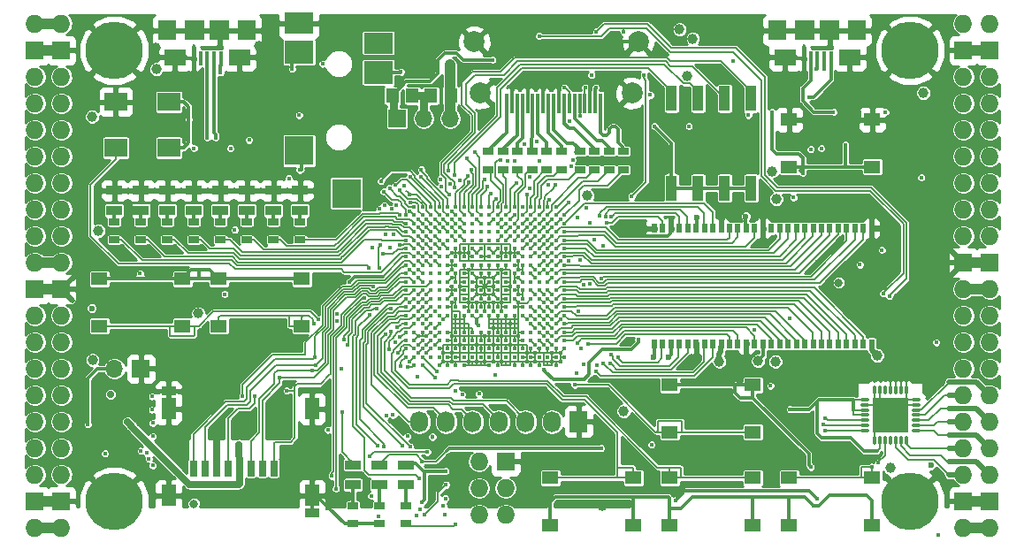
<source format=gtl>
G04 #@! TF.GenerationSoftware,KiCad,Pcbnew,5.0.0+dfsg1-2*
G04 #@! TF.CreationDate,2018-08-29T13:32:06+02:00*
G04 #@! TF.ProjectId,ulx3s,756C7833732E6B696361645F70636200,rev?*
G04 #@! TF.SameCoordinates,Original*
G04 #@! TF.FileFunction,Copper,L1,Top,Signal*
G04 #@! TF.FilePolarity,Positive*
%FSLAX46Y46*%
G04 Gerber Fmt 4.6, Leading zero omitted, Abs format (unit mm)*
G04 Created by KiCad (PCBNEW 5.0.0+dfsg1-2) date Wed Aug 29 13:32:06 2018*
%MOMM*%
%LPD*%
G01*
G04 APERTURE LIST*
G04 #@! TA.AperFunction,SMDPad,CuDef*
%ADD10R,0.700000X1.500000*%
G04 #@! TD*
G04 #@! TA.AperFunction,SMDPad,CuDef*
%ADD11R,1.450000X0.900000*%
G04 #@! TD*
G04 #@! TA.AperFunction,SMDPad,CuDef*
%ADD12R,1.450000X2.000000*%
G04 #@! TD*
G04 #@! TA.AperFunction,SMDPad,CuDef*
%ADD13R,2.200000X1.800000*%
G04 #@! TD*
G04 #@! TA.AperFunction,SMDPad,CuDef*
%ADD14R,0.560000X0.900000*%
G04 #@! TD*
G04 #@! TA.AperFunction,BGAPad,CuDef*
%ADD15C,0.400000*%
G04 #@! TD*
G04 #@! TA.AperFunction,ComponentPad*
%ADD16R,1.727200X2.032000*%
G04 #@! TD*
G04 #@! TA.AperFunction,ComponentPad*
%ADD17O,1.727200X2.032000*%
G04 #@! TD*
G04 #@! TA.AperFunction,SMDPad,CuDef*
%ADD18R,0.300000X1.900000*%
G04 #@! TD*
G04 #@! TA.AperFunction,ComponentPad*
%ADD19C,2.000000*%
G04 #@! TD*
G04 #@! TA.AperFunction,SMDPad,CuDef*
%ADD20R,1.120000X2.440000*%
G04 #@! TD*
G04 #@! TA.AperFunction,ComponentPad*
%ADD21O,1.727200X1.727200*%
G04 #@! TD*
G04 #@! TA.AperFunction,ComponentPad*
%ADD22R,1.727200X1.727200*%
G04 #@! TD*
G04 #@! TA.AperFunction,ComponentPad*
%ADD23C,5.500000*%
G04 #@! TD*
G04 #@! TA.AperFunction,SMDPad,CuDef*
%ADD24O,0.850000X0.300000*%
G04 #@! TD*
G04 #@! TA.AperFunction,SMDPad,CuDef*
%ADD25O,0.300000X0.850000*%
G04 #@! TD*
G04 #@! TA.AperFunction,SMDPad,CuDef*
%ADD26R,1.675000X1.675000*%
G04 #@! TD*
G04 #@! TA.AperFunction,SMDPad,CuDef*
%ADD27R,2.800000X2.000000*%
G04 #@! TD*
G04 #@! TA.AperFunction,SMDPad,CuDef*
%ADD28R,2.800000X2.200000*%
G04 #@! TD*
G04 #@! TA.AperFunction,SMDPad,CuDef*
%ADD29R,2.800000X2.800000*%
G04 #@! TD*
G04 #@! TA.AperFunction,SMDPad,CuDef*
%ADD30R,1.000000X0.670000*%
G04 #@! TD*
G04 #@! TA.AperFunction,SMDPad,CuDef*
%ADD31R,1.500000X0.970000*%
G04 #@! TD*
G04 #@! TA.AperFunction,ComponentPad*
%ADD32R,1.700000X1.700000*%
G04 #@! TD*
G04 #@! TA.AperFunction,ComponentPad*
%ADD33O,1.700000X1.700000*%
G04 #@! TD*
G04 #@! TA.AperFunction,SMDPad,CuDef*
%ADD34R,1.295000X1.400000*%
G04 #@! TD*
G04 #@! TA.AperFunction,SMDPad,CuDef*
%ADD35R,1.800000X1.900000*%
G04 #@! TD*
G04 #@! TA.AperFunction,SMDPad,CuDef*
%ADD36R,0.400000X1.350000*%
G04 #@! TD*
G04 #@! TA.AperFunction,SMDPad,CuDef*
%ADD37R,1.900000X1.900000*%
G04 #@! TD*
G04 #@! TA.AperFunction,SMDPad,CuDef*
%ADD38R,2.100000X1.600000*%
G04 #@! TD*
G04 #@! TA.AperFunction,SMDPad,CuDef*
%ADD39R,1.550000X1.300000*%
G04 #@! TD*
G04 #@! TA.AperFunction,ViaPad*
%ADD40C,2.000000*%
G04 #@! TD*
G04 #@! TA.AperFunction,ViaPad*
%ADD41C,0.419000*%
G04 #@! TD*
G04 #@! TA.AperFunction,ViaPad*
%ADD42C,0.600000*%
G04 #@! TD*
G04 #@! TA.AperFunction,ViaPad*
%ADD43C,1.000000*%
G04 #@! TD*
G04 #@! TA.AperFunction,ViaPad*
%ADD44C,0.800000*%
G04 #@! TD*
G04 #@! TA.AperFunction,ViaPad*
%ADD45C,0.700000*%
G04 #@! TD*
G04 #@! TA.AperFunction,ViaPad*
%ADD46C,0.454000*%
G04 #@! TD*
G04 #@! TA.AperFunction,Conductor*
%ADD47C,0.300000*%
G04 #@! TD*
G04 #@! TA.AperFunction,Conductor*
%ADD48C,0.127000*%
G04 #@! TD*
G04 #@! TA.AperFunction,Conductor*
%ADD49C,0.190000*%
G04 #@! TD*
G04 #@! TA.AperFunction,Conductor*
%ADD50C,0.500000*%
G04 #@! TD*
G04 #@! TA.AperFunction,Conductor*
%ADD51C,1.000000*%
G04 #@! TD*
G04 #@! TA.AperFunction,Conductor*
%ADD52C,0.700000*%
G04 #@! TD*
G04 #@! TA.AperFunction,Conductor*
%ADD53C,0.800000*%
G04 #@! TD*
G04 #@! TA.AperFunction,Conductor*
%ADD54C,0.140000*%
G04 #@! TD*
G04 #@! TA.AperFunction,Conductor*
%ADD55C,0.254000*%
G04 #@! TD*
G04 APERTURE END LIST*
D10*
G04 #@! TO.P,SD1,1*
G04 #@! TO.N,SD_D2*
X118250000Y-105250000D03*
G04 #@! TO.P,SD1,2*
G04 #@! TO.N,SD_D3*
X117150000Y-105250000D03*
G04 #@! TO.P,SD1,3*
G04 #@! TO.N,SD_CMD*
X116050000Y-105250000D03*
G04 #@! TO.P,SD1,4*
G04 #@! TO.N,/sdcard/SD3V3*
X114950000Y-105250000D03*
G04 #@! TO.P,SD1,5*
G04 #@! TO.N,SD_CLK*
X113850000Y-105250000D03*
G04 #@! TO.P,SD1,6*
G04 #@! TO.N,GND*
X112750000Y-105250000D03*
G04 #@! TO.P,SD1,7*
G04 #@! TO.N,SD_D0*
X111650000Y-105250000D03*
G04 #@! TO.P,SD1,8*
G04 #@! TO.N,SD_D1*
X110550000Y-105250000D03*
D11*
G04 #@! TO.P,SD1,10*
G04 #@! TO.N,GND*
X121925000Y-109550000D03*
G04 #@! TO.P,SD1,11*
X108175000Y-97850000D03*
D12*
G04 #@! TO.P,SD1,9*
X108175000Y-107850000D03*
X121925000Y-107850000D03*
X121925000Y-99550000D03*
X108175000Y-99550000D03*
G04 #@! TD*
D13*
G04 #@! TO.P,Y1,1*
G04 #@! TO.N,+3V3*
X108212000Y-70160000D03*
G04 #@! TO.P,Y1,2*
G04 #@! TO.N,GND*
X103132000Y-70160000D03*
G04 #@! TO.P,Y1,3*
G04 #@! TO.N,CLK_25MHz*
X103132000Y-74560000D03*
G04 #@! TO.P,Y1,4*
G04 #@! TO.N,+3V3*
X108212000Y-74560000D03*
G04 #@! TD*
D14*
G04 #@! TO.P,U2,28*
G04 #@! TO.N,GND*
X175493000Y-82270000D03*
G04 #@! TO.P,U2,1*
G04 #@! TO.N,+3V3*
X154693000Y-93330000D03*
G04 #@! TO.P,U2,2*
G04 #@! TO.N,SDRAM_D0*
X155493000Y-93330000D03*
G04 #@! TO.P,U2,3*
G04 #@! TO.N,+3V3*
X156293000Y-93330000D03*
G04 #@! TO.P,U2,4*
G04 #@! TO.N,SDRAM_D1*
X157093000Y-93330000D03*
G04 #@! TO.P,U2,5*
G04 #@! TO.N,SDRAM_D2*
X157893000Y-93330000D03*
G04 #@! TO.P,U2,6*
G04 #@! TO.N,GND*
X158693000Y-93330000D03*
G04 #@! TO.P,U2,7*
G04 #@! TO.N,SDRAM_D3*
X159493000Y-93330000D03*
G04 #@! TO.P,U2,8*
G04 #@! TO.N,SDRAM_D4*
X160293000Y-93330000D03*
G04 #@! TO.P,U2,9*
G04 #@! TO.N,+3V3*
X161093000Y-93330000D03*
G04 #@! TO.P,U2,10*
G04 #@! TO.N,SDRAM_D5*
X161893000Y-93330000D03*
G04 #@! TO.P,U2,11*
G04 #@! TO.N,SDRAM_D6*
X162693000Y-93330000D03*
G04 #@! TO.P,U2,12*
G04 #@! TO.N,GND*
X163493000Y-93330000D03*
G04 #@! TO.P,U2,13*
G04 #@! TO.N,SDRAM_D7*
X164293000Y-93330000D03*
G04 #@! TO.P,U2,14*
G04 #@! TO.N,+3V3*
X165093000Y-93330000D03*
G04 #@! TO.P,U2,15*
G04 #@! TO.N,SDRAM_DQM0*
X165893000Y-93330000D03*
G04 #@! TO.P,U2,16*
G04 #@! TO.N,SDRAM_nWE*
X166693000Y-93330000D03*
G04 #@! TO.P,U2,17*
G04 #@! TO.N,SDRAM_nCAS*
X167493000Y-93330000D03*
G04 #@! TO.P,U2,18*
G04 #@! TO.N,SDRAM_nRAS*
X168293000Y-93330000D03*
G04 #@! TO.P,U2,19*
G04 #@! TO.N,SDRAM_nCS*
X169093000Y-93330000D03*
G04 #@! TO.P,U2,20*
G04 #@! TO.N,SDRAM_BA0*
X169893000Y-93330000D03*
G04 #@! TO.P,U2,21*
G04 #@! TO.N,SDRAM_BA1*
X170693000Y-93330000D03*
G04 #@! TO.P,U2,22*
G04 #@! TO.N,SDRAM_A10*
X171493000Y-93330000D03*
G04 #@! TO.P,U2,23*
G04 #@! TO.N,SDRAM_A0*
X172293000Y-93330000D03*
G04 #@! TO.P,U2,24*
G04 #@! TO.N,SDRAM_A1*
X173093000Y-93330000D03*
G04 #@! TO.P,U2,25*
G04 #@! TO.N,SDRAM_A2*
X173893000Y-93330000D03*
G04 #@! TO.P,U2,26*
G04 #@! TO.N,SDRAM_A3*
X174693000Y-93330000D03*
G04 #@! TO.P,U2,27*
G04 #@! TO.N,+3V3*
X175493000Y-93330000D03*
G04 #@! TO.P,U2,29*
G04 #@! TO.N,SDRAM_A4*
X174693000Y-82270000D03*
G04 #@! TO.P,U2,30*
G04 #@! TO.N,SDRAM_A5*
X173893000Y-82270000D03*
G04 #@! TO.P,U2,31*
G04 #@! TO.N,SDRAM_A6*
X173093000Y-82270000D03*
G04 #@! TO.P,U2,32*
G04 #@! TO.N,SDRAM_A7*
X172293000Y-82270000D03*
G04 #@! TO.P,U2,33*
G04 #@! TO.N,SDRAM_A8*
X171493000Y-82270000D03*
G04 #@! TO.P,U2,34*
G04 #@! TO.N,SDRAM_A9*
X170693000Y-82270000D03*
G04 #@! TO.P,U2,35*
G04 #@! TO.N,SDRAM_A11*
X169893000Y-82270000D03*
G04 #@! TO.P,U2,36*
G04 #@! TO.N,SDRAM_A12*
X169093000Y-82270000D03*
G04 #@! TO.P,U2,37*
G04 #@! TO.N,SDRAM_CKE*
X168293000Y-82270000D03*
G04 #@! TO.P,U2,38*
G04 #@! TO.N,SDRAM_CLK*
X167493000Y-82270000D03*
G04 #@! TO.P,U2,39*
G04 #@! TO.N,SDRAM_DQM1*
X166693000Y-82270000D03*
G04 #@! TO.P,U2,40*
G04 #@! TO.N,N/C*
X165893000Y-82270000D03*
G04 #@! TO.P,U2,41*
G04 #@! TO.N,GND*
X165093000Y-82270000D03*
G04 #@! TO.P,U2,42*
G04 #@! TO.N,SDRAM_D8*
X164293000Y-82270000D03*
G04 #@! TO.P,U2,43*
G04 #@! TO.N,+3V3*
X163493000Y-82270000D03*
G04 #@! TO.P,U2,44*
G04 #@! TO.N,SDRAM_D9*
X162693000Y-82270000D03*
G04 #@! TO.P,U2,45*
G04 #@! TO.N,SDRAM_D10*
X161893000Y-82270000D03*
G04 #@! TO.P,U2,46*
G04 #@! TO.N,GND*
X161093000Y-82270000D03*
G04 #@! TO.P,U2,47*
G04 #@! TO.N,SDRAM_D11*
X160293000Y-82270000D03*
G04 #@! TO.P,U2,48*
G04 #@! TO.N,SDRAM_D12*
X159493000Y-82270000D03*
G04 #@! TO.P,U2,49*
G04 #@! TO.N,+3V3*
X158693000Y-82270000D03*
G04 #@! TO.P,U2,50*
G04 #@! TO.N,SDRAM_D13*
X157893000Y-82270000D03*
G04 #@! TO.P,U2,51*
G04 #@! TO.N,SDRAM_D14*
X157093000Y-82270000D03*
G04 #@! TO.P,U2,52*
G04 #@! TO.N,GND*
X156293000Y-82270000D03*
G04 #@! TO.P,U2,53*
G04 #@! TO.N,SDRAM_D15*
X155493000Y-82270000D03*
G04 #@! TO.P,U2,54*
G04 #@! TO.N,GND*
X154693000Y-82270000D03*
G04 #@! TD*
D15*
G04 #@! TO.P,U1,Y19*
G04 #@! TO.N,GND*
X145280000Y-95400000D03*
G04 #@! TO.P,U1,Y17*
X143680000Y-95400000D03*
G04 #@! TO.P,U1,Y16*
X142880000Y-95400000D03*
G04 #@! TO.P,U1,Y15*
X142080000Y-95400000D03*
G04 #@! TO.P,U1,Y14*
X141280000Y-95400000D03*
G04 #@! TO.P,U1,Y12*
X139680000Y-95400000D03*
G04 #@! TO.P,U1,Y11*
X138880000Y-95400000D03*
G04 #@! TO.P,U1,Y8*
X136480000Y-95400000D03*
G04 #@! TO.P,U1,Y7*
X135680000Y-95400000D03*
G04 #@! TO.P,U1,Y6*
X134880000Y-95400000D03*
G04 #@! TO.P,U1,Y5*
X134080000Y-95400000D03*
G04 #@! TO.P,U1,Y3*
G04 #@! TO.N,/flash/FPGA_DONE*
X132480000Y-95400000D03*
G04 #@! TO.P,U1,Y2*
G04 #@! TO.N,/flash/FLASH_nWP*
X131680000Y-95400000D03*
G04 #@! TO.P,U1,W20*
G04 #@! TO.N,GND*
X146080000Y-94600000D03*
G04 #@! TO.P,U1,W19*
X145280000Y-94600000D03*
G04 #@! TO.P,U1,W18*
G04 #@! TO.N,Net-(U1-PadW18)*
X144480000Y-94600000D03*
G04 #@! TO.P,U1,W17*
G04 #@! TO.N,Net-(U1-PadW17)*
X143680000Y-94600000D03*
G04 #@! TO.P,U1,W16*
G04 #@! TO.N,GND*
X142880000Y-94600000D03*
G04 #@! TO.P,U1,W15*
X142080000Y-94600000D03*
G04 #@! TO.P,U1,W14*
G04 #@! TO.N,Net-(U1-PadW14)*
X141280000Y-94600000D03*
G04 #@! TO.P,U1,W13*
G04 #@! TO.N,Net-(U1-PadW13)*
X140480000Y-94600000D03*
G04 #@! TO.P,U1,W12*
G04 #@! TO.N,GND*
X139680000Y-94600000D03*
G04 #@! TO.P,U1,W11*
G04 #@! TO.N,N/C*
X138880000Y-94600000D03*
G04 #@! TO.P,U1,W10*
X138080000Y-94600000D03*
G04 #@! TO.P,U1,W9*
G04 #@! TO.N,Net-(U1-PadW9)*
X137280000Y-94600000D03*
G04 #@! TO.P,U1,W8*
G04 #@! TO.N,Net-(U1-PadW8)*
X136480000Y-94600000D03*
G04 #@! TO.P,U1,W7*
G04 #@! TO.N,GND*
X135680000Y-94600000D03*
G04 #@! TO.P,U1,W6*
X134880000Y-94600000D03*
G04 #@! TO.P,U1,W5*
G04 #@! TO.N,Net-(U1-PadW5)*
X134080000Y-94600000D03*
G04 #@! TO.P,U1,W4*
G04 #@! TO.N,Net-(U1-PadW4)*
X133280000Y-94600000D03*
G04 #@! TO.P,U1,W3*
G04 #@! TO.N,/flash/FPGA_PROGRAMN*
X132480000Y-94600000D03*
G04 #@! TO.P,U1,W2*
G04 #@! TO.N,/flash/FLASH_MOSI*
X131680000Y-94600000D03*
G04 #@! TO.P,U1,W1*
G04 #@! TO.N,/flash/FLASH_nHOLD*
X130880000Y-94600000D03*
G04 #@! TO.P,U1,V20*
G04 #@! TO.N,GND*
X146080000Y-93800000D03*
G04 #@! TO.P,U1,V19*
X145280000Y-93800000D03*
G04 #@! TO.P,U1,V18*
X144480000Y-93800000D03*
G04 #@! TO.P,U1,V17*
X143680000Y-93800000D03*
G04 #@! TO.P,U1,V16*
X142880000Y-93800000D03*
G04 #@! TO.P,U1,V15*
X142080000Y-93800000D03*
G04 #@! TO.P,U1,V14*
X141280000Y-93800000D03*
G04 #@! TO.P,U1,V13*
X140480000Y-93800000D03*
G04 #@! TO.P,U1,V12*
X139680000Y-93800000D03*
G04 #@! TO.P,U1,V11*
X138880000Y-93800000D03*
G04 #@! TO.P,U1,V10*
X138080000Y-93800000D03*
G04 #@! TO.P,U1,V9*
X137280000Y-93800000D03*
G04 #@! TO.P,U1,V8*
X136480000Y-93800000D03*
G04 #@! TO.P,U1,V7*
X135680000Y-93800000D03*
G04 #@! TO.P,U1,V6*
X134880000Y-93800000D03*
G04 #@! TO.P,U1,V5*
X134080000Y-93800000D03*
G04 #@! TO.P,U1,V4*
G04 #@! TO.N,JTAG_TDO*
X133280000Y-93800000D03*
G04 #@! TO.P,U1,V3*
G04 #@! TO.N,/flash/FPGA_INITN*
X132480000Y-93800000D03*
G04 #@! TO.P,U1,V2*
G04 #@! TO.N,/flash/FLASH_MISO*
X131680000Y-93800000D03*
G04 #@! TO.P,U1,V1*
G04 #@! TO.N,BTN_D*
X130880000Y-93800000D03*
G04 #@! TO.P,U1,U20*
G04 #@! TO.N,SDRAM_D7*
X146080000Y-93000000D03*
G04 #@! TO.P,U1,U19*
G04 #@! TO.N,SDRAM_DQM0*
X145280000Y-93000000D03*
G04 #@! TO.P,U1,U18*
G04 #@! TO.N,GP14*
X144480000Y-93000000D03*
G04 #@! TO.P,U1,U17*
G04 #@! TO.N,GN14*
X143680000Y-93000000D03*
G04 #@! TO.P,U1,U16*
G04 #@! TO.N,ADC_MISO*
X142880000Y-93000000D03*
G04 #@! TO.P,U1,U15*
G04 #@! TO.N,GND*
X142080000Y-93000000D03*
G04 #@! TO.P,U1,U14*
X141280000Y-93000000D03*
G04 #@! TO.P,U1,U13*
X140480000Y-93000000D03*
G04 #@! TO.P,U1,U12*
X139680000Y-93000000D03*
G04 #@! TO.P,U1,U11*
X138880000Y-93000000D03*
G04 #@! TO.P,U1,U10*
X138080000Y-93000000D03*
G04 #@! TO.P,U1,U9*
X137280000Y-93000000D03*
G04 #@! TO.P,U1,U8*
X136480000Y-93000000D03*
G04 #@! TO.P,U1,U7*
X135680000Y-93000000D03*
G04 #@! TO.P,U1,U6*
X134880000Y-93000000D03*
G04 #@! TO.P,U1,U5*
G04 #@! TO.N,JTAG_TMS*
X134080000Y-93000000D03*
G04 #@! TO.P,U1,U4*
G04 #@! TO.N,GND*
X133280000Y-93000000D03*
G04 #@! TO.P,U1,U3*
G04 #@! TO.N,/flash/FLASH_SCK*
X132480000Y-93000000D03*
G04 #@! TO.P,U1,U2*
G04 #@! TO.N,+3V3*
X131680000Y-93000000D03*
G04 #@! TO.P,U1,U1*
G04 #@! TO.N,BTN_L*
X130880000Y-93000000D03*
G04 #@! TO.P,U1,T20*
G04 #@! TO.N,SDRAM_nWE*
X146080000Y-92200000D03*
G04 #@! TO.P,U1,T19*
G04 #@! TO.N,SDRAM_nCAS*
X145280000Y-92200000D03*
G04 #@! TO.P,U1,T18*
G04 #@! TO.N,SDRAM_D5*
X144480000Y-92200000D03*
G04 #@! TO.P,U1,T17*
G04 #@! TO.N,SDRAM_D6*
X143680000Y-92200000D03*
G04 #@! TO.P,U1,T16*
G04 #@! TO.N,Net-(U1-PadT16)*
X142880000Y-92200000D03*
G04 #@! TO.P,U1,T15*
G04 #@! TO.N,GND*
X142080000Y-92200000D03*
G04 #@! TO.P,U1,T14*
X141280000Y-92200000D03*
G04 #@! TO.P,U1,T13*
X140480000Y-92200000D03*
G04 #@! TO.P,U1,T12*
X139680000Y-92200000D03*
G04 #@! TO.P,U1,T11*
X138880000Y-92200000D03*
G04 #@! TO.P,U1,T10*
X138080000Y-92200000D03*
G04 #@! TO.P,U1,T9*
X137280000Y-92200000D03*
G04 #@! TO.P,U1,T8*
X136480000Y-92200000D03*
G04 #@! TO.P,U1,T7*
X135680000Y-92200000D03*
G04 #@! TO.P,U1,T6*
X134880000Y-92200000D03*
G04 #@! TO.P,U1,T5*
G04 #@! TO.N,JTAG_TCK*
X134080000Y-92200000D03*
G04 #@! TO.P,U1,T4*
G04 #@! TO.N,+3V3*
X133280000Y-92200000D03*
G04 #@! TO.P,U1,T3*
X132480000Y-92200000D03*
G04 #@! TO.P,U1,T2*
X131680000Y-92200000D03*
G04 #@! TO.P,U1,T1*
G04 #@! TO.N,BTN_F2*
X130880000Y-92200000D03*
G04 #@! TO.P,U1,R20*
G04 #@! TO.N,SDRAM_nRAS*
X146080000Y-91400000D03*
G04 #@! TO.P,U1,R19*
G04 #@! TO.N,GND*
X145280000Y-91400000D03*
G04 #@! TO.P,U1,R18*
G04 #@! TO.N,BTN_U*
X144480000Y-91400000D03*
G04 #@! TO.P,U1,R17*
G04 #@! TO.N,ADC_CSn*
X143680000Y-91400000D03*
G04 #@! TO.P,U1,R16*
G04 #@! TO.N,ADC_MOSI*
X142880000Y-91400000D03*
G04 #@! TO.P,U1,R5*
G04 #@! TO.N,JTAG_TDI*
X134080000Y-91400000D03*
G04 #@! TO.P,U1,R4*
G04 #@! TO.N,GND*
X133280000Y-91400000D03*
G04 #@! TO.P,U1,R3*
G04 #@! TO.N,Net-(U1-PadR3)*
X132480000Y-91400000D03*
G04 #@! TO.P,U1,R2*
G04 #@! TO.N,/flash/FLASH_nCS*
X131680000Y-91400000D03*
G04 #@! TO.P,U1,R1*
G04 #@! TO.N,BTN_F1*
X130880000Y-91400000D03*
G04 #@! TO.P,U1,P20*
G04 #@! TO.N,SDRAM_nCS*
X146080000Y-90600000D03*
G04 #@! TO.P,U1,P19*
G04 #@! TO.N,SDRAM_BA0*
X145280000Y-90600000D03*
G04 #@! TO.P,U1,P18*
G04 #@! TO.N,SDRAM_D4*
X144480000Y-90600000D03*
G04 #@! TO.P,U1,P17*
G04 #@! TO.N,ADC_SCLK*
X143680000Y-90600000D03*
G04 #@! TO.P,U1,P16*
G04 #@! TO.N,GN15*
X142880000Y-90600000D03*
G04 #@! TO.P,U1,P15*
G04 #@! TO.N,+2V5*
X142080000Y-90600000D03*
G04 #@! TO.P,U1,P14*
G04 #@! TO.N,GND*
X141280000Y-90600000D03*
G04 #@! TO.P,U1,P13*
X140480000Y-90600000D03*
G04 #@! TO.P,U1,P12*
X139680000Y-90600000D03*
G04 #@! TO.P,U1,P11*
X138880000Y-90600000D03*
G04 #@! TO.P,U1,P10*
G04 #@! TO.N,+3V3*
X138080000Y-90600000D03*
G04 #@! TO.P,U1,P9*
X137280000Y-90600000D03*
G04 #@! TO.P,U1,P8*
G04 #@! TO.N,GND*
X136480000Y-90600000D03*
G04 #@! TO.P,U1,P7*
X135680000Y-90600000D03*
G04 #@! TO.P,U1,P6*
G04 #@! TO.N,+2V5*
X134880000Y-90600000D03*
G04 #@! TO.P,U1,P5*
G04 #@! TO.N,SD_WP*
X134080000Y-90600000D03*
G04 #@! TO.P,U1,P4*
G04 #@! TO.N,OLED_CLK*
X133280000Y-90600000D03*
G04 #@! TO.P,U1,P3*
G04 #@! TO.N,OLED_MOSI*
X132480000Y-90600000D03*
G04 #@! TO.P,U1,P2*
G04 #@! TO.N,OLED_RES*
X131680000Y-90600000D03*
G04 #@! TO.P,U1,P1*
G04 #@! TO.N,OLED_DC*
X130880000Y-90600000D03*
G04 #@! TO.P,U1,N20*
G04 #@! TO.N,SDRAM_BA1*
X146080000Y-89800000D03*
G04 #@! TO.P,U1,N19*
G04 #@! TO.N,SDRAM_A10*
X145280000Y-89800000D03*
G04 #@! TO.P,U1,N18*
G04 #@! TO.N,SDRAM_D3*
X144480000Y-89800000D03*
G04 #@! TO.P,U1,N17*
G04 #@! TO.N,GP15*
X143680000Y-89800000D03*
G04 #@! TO.P,U1,N16*
G04 #@! TO.N,GP16*
X142880000Y-89800000D03*
G04 #@! TO.P,U1,N15*
G04 #@! TO.N,GND*
X142080000Y-89800000D03*
G04 #@! TO.P,U1,N14*
X141280000Y-89800000D03*
G04 #@! TO.P,U1,N13*
G04 #@! TO.N,+1V1*
X140480000Y-89800000D03*
G04 #@! TO.P,U1,N12*
X139680000Y-89800000D03*
G04 #@! TO.P,U1,N11*
X138880000Y-89800000D03*
G04 #@! TO.P,U1,N10*
X138080000Y-89800000D03*
G04 #@! TO.P,U1,N9*
X137280000Y-89800000D03*
G04 #@! TO.P,U1,N8*
X136480000Y-89800000D03*
G04 #@! TO.P,U1,N7*
G04 #@! TO.N,GND*
X135680000Y-89800000D03*
G04 #@! TO.P,U1,N6*
X134880000Y-89800000D03*
G04 #@! TO.P,U1,N5*
G04 #@! TO.N,SD_CD*
X134080000Y-89800000D03*
G04 #@! TO.P,U1,N4*
G04 #@! TO.N,WIFI_GPIO5*
X133280000Y-89800000D03*
G04 #@! TO.P,U1,N3*
G04 #@! TO.N,WIFI_GPIO17*
X132480000Y-89800000D03*
G04 #@! TO.P,U1,N2*
G04 #@! TO.N,OLED_CS*
X131680000Y-89800000D03*
G04 #@! TO.P,U1,N1*
G04 #@! TO.N,FTDI_nDTR*
X130880000Y-89800000D03*
G04 #@! TO.P,U1,M20*
G04 #@! TO.N,SDRAM_A0*
X146080000Y-89000000D03*
G04 #@! TO.P,U1,M19*
G04 #@! TO.N,SDRAM_A1*
X145280000Y-89000000D03*
G04 #@! TO.P,U1,M18*
G04 #@! TO.N,SDRAM_D2*
X144480000Y-89000000D03*
G04 #@! TO.P,U1,M17*
G04 #@! TO.N,GN16*
X143680000Y-89000000D03*
G04 #@! TO.P,U1,M16*
G04 #@! TO.N,GND*
X142880000Y-89000000D03*
G04 #@! TO.P,U1,M15*
G04 #@! TO.N,+3V3*
X142080000Y-89000000D03*
G04 #@! TO.P,U1,M14*
G04 #@! TO.N,GND*
X141280000Y-89000000D03*
G04 #@! TO.P,U1,M13*
G04 #@! TO.N,+1V1*
X140480000Y-89000000D03*
G04 #@! TO.P,U1,M12*
G04 #@! TO.N,GND*
X139680000Y-89000000D03*
G04 #@! TO.P,U1,M11*
X138880000Y-89000000D03*
G04 #@! TO.P,U1,M10*
X138080000Y-89000000D03*
G04 #@! TO.P,U1,M9*
X137280000Y-89000000D03*
G04 #@! TO.P,U1,M8*
G04 #@! TO.N,+1V1*
X136480000Y-89000000D03*
G04 #@! TO.P,U1,M7*
G04 #@! TO.N,GND*
X135680000Y-89000000D03*
G04 #@! TO.P,U1,M6*
G04 #@! TO.N,+3V3*
X134880000Y-89000000D03*
G04 #@! TO.P,U1,M5*
G04 #@! TO.N,Net-(U1-PadM5)*
X134080000Y-89000000D03*
G04 #@! TO.P,U1,M4*
G04 #@! TO.N,USER_PROGRAMN*
X133280000Y-89000000D03*
G04 #@! TO.P,U1,M3*
G04 #@! TO.N,FTDI_nRTS*
X132480000Y-89000000D03*
G04 #@! TO.P,U1,M2*
G04 #@! TO.N,GND*
X131680000Y-89000000D03*
G04 #@! TO.P,U1,M1*
G04 #@! TO.N,FTDI_TXD*
X130880000Y-89000000D03*
G04 #@! TO.P,U1,L20*
G04 #@! TO.N,SDRAM_A2*
X146080000Y-88200000D03*
G04 #@! TO.P,U1,L19*
G04 #@! TO.N,SDRAM_A3*
X145280000Y-88200000D03*
G04 #@! TO.P,U1,L18*
G04 #@! TO.N,SDRAM_D1*
X144480000Y-88200000D03*
G04 #@! TO.P,U1,L17*
G04 #@! TO.N,GN17*
X143680000Y-88200000D03*
G04 #@! TO.P,U1,L16*
G04 #@! TO.N,GP17*
X142880000Y-88200000D03*
G04 #@! TO.P,U1,L15*
G04 #@! TO.N,+3V3*
X142080000Y-88200000D03*
G04 #@! TO.P,U1,L14*
X141280000Y-88200000D03*
G04 #@! TO.P,U1,L13*
G04 #@! TO.N,+1V1*
X140480000Y-88200000D03*
G04 #@! TO.P,U1,L12*
G04 #@! TO.N,GND*
X139680000Y-88200000D03*
G04 #@! TO.P,U1,L11*
X138880000Y-88200000D03*
G04 #@! TO.P,U1,L10*
X138080000Y-88200000D03*
G04 #@! TO.P,U1,L9*
X137280000Y-88200000D03*
G04 #@! TO.P,U1,L8*
G04 #@! TO.N,+1V1*
X136480000Y-88200000D03*
G04 #@! TO.P,U1,L7*
G04 #@! TO.N,+3V3*
X135680000Y-88200000D03*
G04 #@! TO.P,U1,L6*
X134880000Y-88200000D03*
G04 #@! TO.P,U1,L5*
G04 #@! TO.N,Net-(U1-PadL5)*
X134080000Y-88200000D03*
G04 #@! TO.P,U1,L4*
G04 #@! TO.N,FTDI_RXD*
X133280000Y-88200000D03*
G04 #@! TO.P,U1,L3*
G04 #@! TO.N,FTDI_TXDEN*
X132480000Y-88200000D03*
G04 #@! TO.P,U1,L2*
G04 #@! TO.N,WIFI_GPIO0*
X131680000Y-88200000D03*
G04 #@! TO.P,U1,L1*
G04 #@! TO.N,WIFI_GPIO16*
X130880000Y-88200000D03*
G04 #@! TO.P,U1,K20*
G04 #@! TO.N,SDRAM_A4*
X146080000Y-87400000D03*
G04 #@! TO.P,U1,K19*
G04 #@! TO.N,SDRAM_A5*
X145280000Y-87400000D03*
G04 #@! TO.P,U1,K18*
G04 #@! TO.N,SDRAM_A6*
X144480000Y-87400000D03*
G04 #@! TO.P,U1,K17*
G04 #@! TO.N,Net-(U1-PadK17)*
X143680000Y-87400000D03*
G04 #@! TO.P,U1,K16*
G04 #@! TO.N,Net-(U1-PadK16)*
X142880000Y-87400000D03*
G04 #@! TO.P,U1,K15*
G04 #@! TO.N,GND*
X142080000Y-87400000D03*
G04 #@! TO.P,U1,K14*
X141280000Y-87400000D03*
G04 #@! TO.P,U1,K13*
G04 #@! TO.N,+1V1*
X140480000Y-87400000D03*
G04 #@! TO.P,U1,K12*
G04 #@! TO.N,GND*
X139680000Y-87400000D03*
G04 #@! TO.P,U1,K11*
X138880000Y-87400000D03*
G04 #@! TO.P,U1,K10*
X138080000Y-87400000D03*
G04 #@! TO.P,U1,K9*
X137280000Y-87400000D03*
G04 #@! TO.P,U1,K8*
G04 #@! TO.N,+1V1*
X136480000Y-87400000D03*
G04 #@! TO.P,U1,K7*
G04 #@! TO.N,GND*
X135680000Y-87400000D03*
G04 #@! TO.P,U1,K6*
X134880000Y-87400000D03*
G04 #@! TO.P,U1,K5*
G04 #@! TO.N,Net-(U1-PadK5)*
X134080000Y-87400000D03*
G04 #@! TO.P,U1,K4*
G04 #@! TO.N,WIFI_TXD*
X133280000Y-87400000D03*
G04 #@! TO.P,U1,K3*
G04 #@! TO.N,WIFI_RXD*
X132480000Y-87400000D03*
G04 #@! TO.P,U1,K2*
G04 #@! TO.N,SD_D3*
X131680000Y-87400000D03*
G04 #@! TO.P,U1,K1*
G04 #@! TO.N,SD_D2*
X130880000Y-87400000D03*
G04 #@! TO.P,U1,J20*
G04 #@! TO.N,SDRAM_A7*
X146080000Y-86600000D03*
G04 #@! TO.P,U1,J19*
G04 #@! TO.N,SDRAM_A8*
X145280000Y-86600000D03*
G04 #@! TO.P,U1,J18*
G04 #@! TO.N,SDRAM_D14*
X144480000Y-86600000D03*
G04 #@! TO.P,U1,J17*
G04 #@! TO.N,SDRAM_D15*
X143680000Y-86600000D03*
G04 #@! TO.P,U1,J16*
G04 #@! TO.N,SDRAM_D0*
X142880000Y-86600000D03*
G04 #@! TO.P,U1,J15*
G04 #@! TO.N,+3V3*
X142080000Y-86600000D03*
G04 #@! TO.P,U1,J14*
G04 #@! TO.N,GND*
X141280000Y-86600000D03*
G04 #@! TO.P,U1,J13*
G04 #@! TO.N,+1V1*
X140480000Y-86600000D03*
G04 #@! TO.P,U1,J12*
G04 #@! TO.N,GND*
X139680000Y-86600000D03*
G04 #@! TO.P,U1,J11*
X138880000Y-86600000D03*
G04 #@! TO.P,U1,J10*
X138080000Y-86600000D03*
G04 #@! TO.P,U1,J9*
X137280000Y-86600000D03*
G04 #@! TO.P,U1,J8*
G04 #@! TO.N,+1V1*
X136480000Y-86600000D03*
G04 #@! TO.P,U1,J7*
G04 #@! TO.N,GND*
X135680000Y-86600000D03*
G04 #@! TO.P,U1,J6*
G04 #@! TO.N,2V5_3V3*
X134880000Y-86600000D03*
G04 #@! TO.P,U1,J5*
G04 #@! TO.N,Net-(U1-PadJ5)*
X134080000Y-86600000D03*
G04 #@! TO.P,U1,J4*
G04 #@! TO.N,Net-(U1-PadJ4)*
X133280000Y-86600000D03*
G04 #@! TO.P,U1,J3*
G04 #@! TO.N,SD_D0*
X132480000Y-86600000D03*
G04 #@! TO.P,U1,J2*
G04 #@! TO.N,GND*
X131680000Y-86600000D03*
G04 #@! TO.P,U1,J1*
G04 #@! TO.N,SD_CMD*
X130880000Y-86600000D03*
G04 #@! TO.P,U1,H20*
G04 #@! TO.N,SDRAM_A9*
X146080000Y-85800000D03*
G04 #@! TO.P,U1,H19*
G04 #@! TO.N,GND*
X145280000Y-85800000D03*
G04 #@! TO.P,U1,H18*
G04 #@! TO.N,GP18*
X144480000Y-85800000D03*
G04 #@! TO.P,U1,H17*
G04 #@! TO.N,GN18*
X143680000Y-85800000D03*
G04 #@! TO.P,U1,H16*
G04 #@! TO.N,BTN_R*
X142880000Y-85800000D03*
G04 #@! TO.P,U1,H15*
G04 #@! TO.N,+3V3*
X142080000Y-85800000D03*
G04 #@! TO.P,U1,H14*
X141280000Y-85800000D03*
G04 #@! TO.P,U1,H13*
G04 #@! TO.N,+1V1*
X140480000Y-85800000D03*
G04 #@! TO.P,U1,H12*
X139680000Y-85800000D03*
G04 #@! TO.P,U1,H11*
X138880000Y-85800000D03*
G04 #@! TO.P,U1,H10*
X138080000Y-85800000D03*
G04 #@! TO.P,U1,H9*
X137280000Y-85800000D03*
G04 #@! TO.P,U1,H8*
X136480000Y-85800000D03*
G04 #@! TO.P,U1,H7*
G04 #@! TO.N,2V5_3V3*
X135680000Y-85800000D03*
G04 #@! TO.P,U1,H6*
X134880000Y-85800000D03*
G04 #@! TO.P,U1,H5*
G04 #@! TO.N,AUDIO_V0*
X134080000Y-85800000D03*
G04 #@! TO.P,U1,H4*
G04 #@! TO.N,GP13*
X133280000Y-85800000D03*
G04 #@! TO.P,U1,H3*
G04 #@! TO.N,LED7*
X132480000Y-85800000D03*
G04 #@! TO.P,U1,H2*
G04 #@! TO.N,SD_CLK*
X131680000Y-85800000D03*
G04 #@! TO.P,U1,H1*
G04 #@! TO.N,SD_D1*
X130880000Y-85800000D03*
G04 #@! TO.P,U1,G20*
G04 #@! TO.N,SDRAM_A11*
X146080000Y-85000000D03*
G04 #@! TO.P,U1,G19*
G04 #@! TO.N,SDRAM_A12*
X145280000Y-85000000D03*
G04 #@! TO.P,U1,G18*
G04 #@! TO.N,GN19*
X144480000Y-85000000D03*
G04 #@! TO.P,U1,G17*
G04 #@! TO.N,GND*
X143680000Y-85000000D03*
G04 #@! TO.P,U1,G16*
G04 #@! TO.N,SHUTDOWN*
X142880000Y-85000000D03*
G04 #@! TO.P,U1,G15*
G04 #@! TO.N,GND*
X142080000Y-85000000D03*
G04 #@! TO.P,U1,G14*
X141280000Y-85000000D03*
G04 #@! TO.P,U1,G13*
X140480000Y-85000000D03*
G04 #@! TO.P,U1,G12*
X139680000Y-85000000D03*
G04 #@! TO.P,U1,G11*
X138880000Y-85000000D03*
G04 #@! TO.P,U1,G10*
X138080000Y-85000000D03*
G04 #@! TO.P,U1,G9*
X137280000Y-85000000D03*
G04 #@! TO.P,U1,G8*
X136480000Y-85000000D03*
G04 #@! TO.P,U1,G7*
X135680000Y-85000000D03*
G04 #@! TO.P,U1,G6*
X134880000Y-85000000D03*
G04 #@! TO.P,U1,G5*
G04 #@! TO.N,GN13*
X134080000Y-85000000D03*
G04 #@! TO.P,U1,G4*
G04 #@! TO.N,GND*
X133280000Y-85000000D03*
G04 #@! TO.P,U1,G3*
G04 #@! TO.N,GP12*
X132480000Y-85000000D03*
G04 #@! TO.P,U1,G2*
G04 #@! TO.N,CLK_25MHz*
X131680000Y-85000000D03*
G04 #@! TO.P,U1,G1*
G04 #@! TO.N,/usb/ANT_433MHz*
X130880000Y-85000000D03*
G04 #@! TO.P,U1,F20*
G04 #@! TO.N,SDRAM_CKE*
X146080000Y-84200000D03*
G04 #@! TO.P,U1,F19*
G04 #@! TO.N,SDRAM_CLK*
X145280000Y-84200000D03*
G04 #@! TO.P,U1,F18*
G04 #@! TO.N,SDRAM_D13*
X144480000Y-84200000D03*
G04 #@! TO.P,U1,F17*
G04 #@! TO.N,GP19*
X143680000Y-84200000D03*
G04 #@! TO.P,U1,F16*
G04 #@! TO.N,USB_FPGA_D-*
X142880000Y-84200000D03*
G04 #@! TO.P,U1,F15*
G04 #@! TO.N,+2V5*
X142080000Y-84200000D03*
G04 #@! TO.P,U1,F14*
G04 #@! TO.N,GND*
X141280000Y-84200000D03*
G04 #@! TO.P,U1,F13*
X140480000Y-84200000D03*
G04 #@! TO.P,U1,F12*
G04 #@! TO.N,+3V3*
X139680000Y-84200000D03*
G04 #@! TO.P,U1,F11*
X138880000Y-84200000D03*
G04 #@! TO.P,U1,F10*
G04 #@! TO.N,2V5_3V3*
X138080000Y-84200000D03*
G04 #@! TO.P,U1,F9*
X137280000Y-84200000D03*
G04 #@! TO.P,U1,F8*
G04 #@! TO.N,GND*
X136480000Y-84200000D03*
G04 #@! TO.P,U1,F7*
X135680000Y-84200000D03*
G04 #@! TO.P,U1,F6*
G04 #@! TO.N,+2V5*
X134880000Y-84200000D03*
G04 #@! TO.P,U1,F5*
G04 #@! TO.N,AUDIO_V2*
X134080000Y-84200000D03*
G04 #@! TO.P,U1,F4*
G04 #@! TO.N,GP11*
X133280000Y-84200000D03*
G04 #@! TO.P,U1,F3*
G04 #@! TO.N,GN12*
X132480000Y-84200000D03*
G04 #@! TO.P,U1,F2*
G04 #@! TO.N,AUDIO_V1*
X131680000Y-84200000D03*
G04 #@! TO.P,U1,F1*
G04 #@! TO.N,WIFI_EN*
X130880000Y-84200000D03*
G04 #@! TO.P,U1,E20*
G04 #@! TO.N,SDRAM_DQM1*
X146080000Y-83400000D03*
G04 #@! TO.P,U1,E19*
G04 #@! TO.N,SDRAM_D8*
X145280000Y-83400000D03*
G04 #@! TO.P,U1,E18*
G04 #@! TO.N,SDRAM_D12*
X144480000Y-83400000D03*
G04 #@! TO.P,U1,E17*
G04 #@! TO.N,GN20*
X143680000Y-83400000D03*
G04 #@! TO.P,U1,E16*
G04 #@! TO.N,USB_FPGA_D+*
X142880000Y-83400000D03*
G04 #@! TO.P,U1,E15*
G04 #@! TO.N,USB_FPGA_D-*
X142080000Y-83400000D03*
G04 #@! TO.P,U1,E14*
G04 #@! TO.N,GN25*
X141280000Y-83400000D03*
G04 #@! TO.P,U1,E13*
G04 #@! TO.N,GN27*
X140480000Y-83400000D03*
G04 #@! TO.P,U1,E12*
G04 #@! TO.N,FPDI_SCL*
X139680000Y-83400000D03*
G04 #@! TO.P,U1,E11*
G04 #@! TO.N,Net-(U1-PadE11)*
X138880000Y-83400000D03*
G04 #@! TO.P,U1,E10*
G04 #@! TO.N,Net-(U1-PadE10)*
X138080000Y-83400000D03*
G04 #@! TO.P,U1,E9*
G04 #@! TO.N,Net-(U1-PadE9)*
X137280000Y-83400000D03*
G04 #@! TO.P,U1,E8*
G04 #@! TO.N,SW1*
X136480000Y-83400000D03*
G04 #@! TO.P,U1,E7*
G04 #@! TO.N,SW4*
X135680000Y-83400000D03*
G04 #@! TO.P,U1,E6*
G04 #@! TO.N,Net-(U1-PadE6)*
X134880000Y-83400000D03*
G04 #@! TO.P,U1,E5*
G04 #@! TO.N,AUDIO_V3*
X134080000Y-83400000D03*
G04 #@! TO.P,U1,E4*
G04 #@! TO.N,AUDIO_L0*
X133280000Y-83400000D03*
G04 #@! TO.P,U1,E3*
G04 #@! TO.N,GN11*
X132480000Y-83400000D03*
G04 #@! TO.P,U1,E2*
G04 #@! TO.N,LED5*
X131680000Y-83400000D03*
G04 #@! TO.P,U1,E1*
G04 #@! TO.N,LED6*
X130880000Y-83400000D03*
G04 #@! TO.P,U1,D20*
G04 #@! TO.N,SDRAM_D9*
X146080000Y-82600000D03*
G04 #@! TO.P,U1,D19*
G04 #@! TO.N,SDRAM_D10*
X145280000Y-82600000D03*
G04 #@! TO.P,U1,D18*
G04 #@! TO.N,GP20*
X144480000Y-82600000D03*
G04 #@! TO.P,U1,D17*
G04 #@! TO.N,GN21*
X143680000Y-82600000D03*
G04 #@! TO.P,U1,D16*
G04 #@! TO.N,GN24*
X142880000Y-82600000D03*
G04 #@! TO.P,U1,D15*
G04 #@! TO.N,USB_FPGA_D+*
X142080000Y-82600000D03*
G04 #@! TO.P,U1,D14*
G04 #@! TO.N,GP25*
X141280000Y-82600000D03*
G04 #@! TO.P,U1,D13*
G04 #@! TO.N,GP27*
X140480000Y-82600000D03*
G04 #@! TO.P,U1,D12*
G04 #@! TO.N,Net-(U1-PadD12)*
X139680000Y-82600000D03*
G04 #@! TO.P,U1,D11*
G04 #@! TO.N,Net-(U1-PadD11)*
X138880000Y-82600000D03*
G04 #@! TO.P,U1,D10*
G04 #@! TO.N,Net-(U1-PadD10)*
X138080000Y-82600000D03*
G04 #@! TO.P,U1,D9*
G04 #@! TO.N,Net-(U1-PadD9)*
X137280000Y-82600000D03*
G04 #@! TO.P,U1,D8*
G04 #@! TO.N,SW2*
X136480000Y-82600000D03*
G04 #@! TO.P,U1,D7*
G04 #@! TO.N,SW3*
X135680000Y-82600000D03*
G04 #@! TO.P,U1,D6*
G04 #@! TO.N,BTN_PWRn*
X134880000Y-82600000D03*
G04 #@! TO.P,U1,D5*
G04 #@! TO.N,AUDIO_R2*
X134080000Y-82600000D03*
G04 #@! TO.P,U1,D4*
G04 #@! TO.N,GND*
X133280000Y-82600000D03*
G04 #@! TO.P,U1,D3*
G04 #@! TO.N,AUDIO_L1*
X132480000Y-82600000D03*
G04 #@! TO.P,U1,D2*
G04 #@! TO.N,LED3*
X131680000Y-82600000D03*
G04 #@! TO.P,U1,D1*
G04 #@! TO.N,LED4*
X130880000Y-82600000D03*
G04 #@! TO.P,U1,C20*
G04 #@! TO.N,SDRAM_D11*
X146080000Y-81800000D03*
G04 #@! TO.P,U1,C19*
G04 #@! TO.N,GND*
X145280000Y-81800000D03*
G04 #@! TO.P,U1,C18*
G04 #@! TO.N,GP21*
X144480000Y-81800000D03*
G04 #@! TO.P,U1,C17*
G04 #@! TO.N,GN23*
X143680000Y-81800000D03*
G04 #@! TO.P,U1,C16*
G04 #@! TO.N,GP24*
X142880000Y-81800000D03*
G04 #@! TO.P,U1,C15*
G04 #@! TO.N,GN22*
X142080000Y-81800000D03*
G04 #@! TO.P,U1,C14*
G04 #@! TO.N,FPDI_D1-*
X141280000Y-81800000D03*
G04 #@! TO.P,U1,C13*
G04 #@! TO.N,GN26*
X140480000Y-81800000D03*
G04 #@! TO.P,U1,C12*
G04 #@! TO.N,USB_FPGA_PULL_D-*
X139680000Y-81800000D03*
G04 #@! TO.P,U1,C11*
G04 #@! TO.N,GN0*
X138880000Y-81800000D03*
G04 #@! TO.P,U1,C10*
G04 #@! TO.N,GN3*
X138080000Y-81800000D03*
G04 #@! TO.P,U1,C9*
G04 #@! TO.N,Net-(U1-PadC9)*
X137280000Y-81800000D03*
G04 #@! TO.P,U1,C8*
G04 #@! TO.N,GP5*
X136480000Y-81800000D03*
G04 #@! TO.P,U1,C7*
G04 #@! TO.N,GN6*
X135680000Y-81800000D03*
G04 #@! TO.P,U1,C6*
G04 #@! TO.N,GP6*
X134880000Y-81800000D03*
G04 #@! TO.P,U1,C5*
G04 #@! TO.N,AUDIO_R3*
X134080000Y-81800000D03*
G04 #@! TO.P,U1,C4*
G04 #@! TO.N,GP10*
X133280000Y-81800000D03*
G04 #@! TO.P,U1,C3*
G04 #@! TO.N,AUDIO_L2*
X132480000Y-81800000D03*
G04 #@! TO.P,U1,C2*
G04 #@! TO.N,LED1*
X131680000Y-81800000D03*
G04 #@! TO.P,U1,C1*
G04 #@! TO.N,LED2*
X130880000Y-81800000D03*
G04 #@! TO.P,U1,B20*
G04 #@! TO.N,FPDI_ETH-*
X146080000Y-81000000D03*
G04 #@! TO.P,U1,B19*
G04 #@! TO.N,FPDI_SDA*
X145280000Y-81000000D03*
G04 #@! TO.P,U1,B18*
G04 #@! TO.N,FPDI_CLK-*
X144480000Y-81000000D03*
G04 #@! TO.P,U1,B17*
G04 #@! TO.N,GP23*
X143680000Y-81000000D03*
G04 #@! TO.P,U1,B16*
G04 #@! TO.N,FPDI_D0-*
X142880000Y-81000000D03*
G04 #@! TO.P,U1,B15*
G04 #@! TO.N,GP22*
X142080000Y-81000000D03*
G04 #@! TO.P,U1,B14*
G04 #@! TO.N,GND*
X141280000Y-81000000D03*
G04 #@! TO.P,U1,B13*
G04 #@! TO.N,GP26*
X140480000Y-81000000D03*
G04 #@! TO.P,U1,B12*
G04 #@! TO.N,USB_FPGA_PULL_D+*
X139680000Y-81000000D03*
G04 #@! TO.P,U1,B11*
G04 #@! TO.N,GP0*
X138880000Y-81000000D03*
G04 #@! TO.P,U1,B10*
G04 #@! TO.N,GN2*
X138080000Y-81000000D03*
G04 #@! TO.P,U1,B9*
G04 #@! TO.N,GP3*
X137280000Y-81000000D03*
G04 #@! TO.P,U1,B8*
G04 #@! TO.N,GN5*
X136480000Y-81000000D03*
G04 #@! TO.P,U1,B7*
G04 #@! TO.N,GND*
X135680000Y-81000000D03*
G04 #@! TO.P,U1,B6*
G04 #@! TO.N,GN7*
X134880000Y-81000000D03*
G04 #@! TO.P,U1,B5*
G04 #@! TO.N,AUDIO_R1*
X134080000Y-81000000D03*
G04 #@! TO.P,U1,B4*
G04 #@! TO.N,GN10*
X133280000Y-81000000D03*
G04 #@! TO.P,U1,B3*
G04 #@! TO.N,AUDIO_L3*
X132480000Y-81000000D03*
G04 #@! TO.P,U1,B2*
G04 #@! TO.N,LED0*
X131680000Y-81000000D03*
G04 #@! TO.P,U1,B1*
G04 #@! TO.N,GN9*
X130880000Y-81000000D03*
G04 #@! TO.P,U1,A19*
G04 #@! TO.N,FPDI_ETH+*
X145280000Y-80200000D03*
G04 #@! TO.P,U1,A18*
G04 #@! TO.N,/gpdi/FPDI_CEC*
X144480000Y-80200000D03*
G04 #@! TO.P,U1,A17*
G04 #@! TO.N,FPDI_CLK+*
X143680000Y-80200000D03*
G04 #@! TO.P,U1,A16*
G04 #@! TO.N,FPDI_D0+*
X142880000Y-80200000D03*
G04 #@! TO.P,U1,A15*
G04 #@! TO.N,Net-(U1-PadA15)*
X142080000Y-80200000D03*
G04 #@! TO.P,U1,A14*
G04 #@! TO.N,FPDI_D1+*
X141280000Y-80200000D03*
G04 #@! TO.P,U1,A13*
G04 #@! TO.N,FPDI_D2-*
X140480000Y-80200000D03*
G04 #@! TO.P,U1,A12*
G04 #@! TO.N,FPDI_D2+*
X139680000Y-80200000D03*
G04 #@! TO.P,U1,A11*
G04 #@! TO.N,GN1*
X138880000Y-80200000D03*
G04 #@! TO.P,U1,A10*
G04 #@! TO.N,GP1*
X138080000Y-80200000D03*
G04 #@! TO.P,U1,A9*
G04 #@! TO.N,GP2*
X137280000Y-80200000D03*
G04 #@! TO.P,U1,A8*
G04 #@! TO.N,GN4*
X136480000Y-80200000D03*
G04 #@! TO.P,U1,A7*
G04 #@! TO.N,GP4*
X135680000Y-80200000D03*
G04 #@! TO.P,U1,A6*
G04 #@! TO.N,GP7*
X134880000Y-80200000D03*
G04 #@! TO.P,U1,A5*
G04 #@! TO.N,GN8*
X134080000Y-80200000D03*
G04 #@! TO.P,U1,A4*
G04 #@! TO.N,GP8*
X133280000Y-80200000D03*
G04 #@! TO.P,U1,A3*
G04 #@! TO.N,AUDIO_R0*
X132480000Y-80200000D03*
G04 #@! TO.P,U1,A2*
G04 #@! TO.N,GP9*
X131680000Y-80200000D03*
G04 #@! TD*
D16*
G04 #@! TO.P,OLED1,1*
G04 #@! TO.N,GND*
X147440000Y-100790000D03*
D17*
G04 #@! TO.P,OLED1,2*
G04 #@! TO.N,+3V3*
X144900000Y-100790000D03*
G04 #@! TO.P,OLED1,3*
G04 #@! TO.N,OLED_CLK*
X142360000Y-100790000D03*
G04 #@! TO.P,OLED1,4*
G04 #@! TO.N,OLED_MOSI*
X139820000Y-100790000D03*
G04 #@! TO.P,OLED1,5*
G04 #@! TO.N,OLED_RES*
X137280000Y-100790000D03*
G04 #@! TO.P,OLED1,6*
G04 #@! TO.N,OLED_DC*
X134740000Y-100790000D03*
G04 #@! TO.P,OLED1,7*
G04 #@! TO.N,OLED_CS*
X132200000Y-100790000D03*
G04 #@! TD*
D18*
G04 #@! TO.P,GPDI1,19*
G04 #@! TO.N,/gpdi/GPDI_ETH-*
X149546000Y-70312000D03*
G04 #@! TO.P,GPDI1,18*
G04 #@! TO.N,+5V*
X149046000Y-70312000D03*
G04 #@! TO.P,GPDI1,17*
G04 #@! TO.N,GND*
X148546000Y-70312000D03*
G04 #@! TO.P,GPDI1,16*
G04 #@! TO.N,GPDI_SDA*
X148046000Y-70312000D03*
G04 #@! TO.P,GPDI1,15*
G04 #@! TO.N,GPDI_SCL*
X147546000Y-70312000D03*
G04 #@! TO.P,GPDI1,14*
G04 #@! TO.N,/gpdi/GPDI_ETH+*
X147046000Y-70312000D03*
G04 #@! TO.P,GPDI1,13*
G04 #@! TO.N,GPDI_CEC*
X146546000Y-70312000D03*
G04 #@! TO.P,GPDI1,12*
G04 #@! TO.N,/gpdi/GPDI_CLK-*
X146046000Y-70312000D03*
G04 #@! TO.P,GPDI1,11*
G04 #@! TO.N,GND*
X145546000Y-70312000D03*
G04 #@! TO.P,GPDI1,10*
G04 #@! TO.N,/gpdi/GPDI_CLK+*
X145046000Y-70312000D03*
G04 #@! TO.P,GPDI1,9*
G04 #@! TO.N,/gpdi/GPDI_D0-*
X144546000Y-70312000D03*
G04 #@! TO.P,GPDI1,8*
G04 #@! TO.N,GND*
X144046000Y-70312000D03*
G04 #@! TO.P,GPDI1,7*
G04 #@! TO.N,/gpdi/GPDI_D0+*
X143546000Y-70312000D03*
G04 #@! TO.P,GPDI1,6*
G04 #@! TO.N,/gpdi/GPDI_D1-*
X143046000Y-70312000D03*
G04 #@! TO.P,GPDI1,5*
G04 #@! TO.N,GND*
X142546000Y-70312000D03*
G04 #@! TO.P,GPDI1,4*
G04 #@! TO.N,/gpdi/GPDI_D1+*
X142046000Y-70312000D03*
G04 #@! TO.P,GPDI1,3*
G04 #@! TO.N,/gpdi/GPDI_D2-*
X141546000Y-70312000D03*
G04 #@! TO.P,GPDI1,2*
G04 #@! TO.N,GND*
X141046000Y-70312000D03*
G04 #@! TO.P,GPDI1,1*
G04 #@! TO.N,/gpdi/GPDI_D2+*
X140546000Y-70312000D03*
D19*
G04 #@! TO.P,GPDI1,0*
G04 #@! TO.N,GND*
X152546000Y-69312000D03*
X138046000Y-69312000D03*
X153146000Y-64412000D03*
X137446000Y-64412000D03*
G04 #@! TD*
D20*
G04 #@! TO.P,SW1,8*
G04 #@! TO.N,SW1*
X156330000Y-69815000D03*
G04 #@! TO.P,SW1,4*
G04 #@! TO.N,/blinkey/SWPU*
X163950000Y-78425000D03*
G04 #@! TO.P,SW1,7*
G04 #@! TO.N,SW2*
X158870000Y-69815000D03*
G04 #@! TO.P,SW1,3*
G04 #@! TO.N,/blinkey/SWPU*
X161410000Y-78425000D03*
G04 #@! TO.P,SW1,6*
G04 #@! TO.N,SW3*
X161410000Y-69815000D03*
G04 #@! TO.P,SW1,2*
G04 #@! TO.N,/blinkey/SWPU*
X158870000Y-78425000D03*
G04 #@! TO.P,SW1,5*
G04 #@! TO.N,SW4*
X163950000Y-69815000D03*
G04 #@! TO.P,SW1,1*
G04 #@! TO.N,/blinkey/SWPU*
X156330000Y-78425000D03*
G04 #@! TD*
D21*
G04 #@! TO.P,J1,1*
G04 #@! TO.N,2V5_3V3*
X97910000Y-62690000D03*
G04 #@! TO.P,J1,2*
X95370000Y-62690000D03*
D22*
G04 #@! TO.P,J1,3*
G04 #@! TO.N,GND*
X97910000Y-65230000D03*
G04 #@! TO.P,J1,4*
X95370000Y-65230000D03*
D21*
G04 #@! TO.P,J1,5*
G04 #@! TO.N,GN0*
X97910000Y-67770000D03*
G04 #@! TO.P,J1,6*
G04 #@! TO.N,GP0*
X95370000Y-67770000D03*
G04 #@! TO.P,J1,7*
G04 #@! TO.N,GN1*
X97910000Y-70310000D03*
G04 #@! TO.P,J1,8*
G04 #@! TO.N,GP1*
X95370000Y-70310000D03*
G04 #@! TO.P,J1,9*
G04 #@! TO.N,GN2*
X97910000Y-72850000D03*
G04 #@! TO.P,J1,10*
G04 #@! TO.N,GP2*
X95370000Y-72850000D03*
G04 #@! TO.P,J1,11*
G04 #@! TO.N,GN3*
X97910000Y-75390000D03*
G04 #@! TO.P,J1,12*
G04 #@! TO.N,GP3*
X95370000Y-75390000D03*
G04 #@! TO.P,J1,13*
G04 #@! TO.N,GN4*
X97910000Y-77930000D03*
G04 #@! TO.P,J1,14*
G04 #@! TO.N,GP4*
X95370000Y-77930000D03*
G04 #@! TO.P,J1,15*
G04 #@! TO.N,GN5*
X97910000Y-80470000D03*
G04 #@! TO.P,J1,16*
G04 #@! TO.N,GP5*
X95370000Y-80470000D03*
G04 #@! TO.P,J1,17*
G04 #@! TO.N,GN6*
X97910000Y-83010000D03*
G04 #@! TO.P,J1,18*
G04 #@! TO.N,GP6*
X95370000Y-83010000D03*
G04 #@! TO.P,J1,19*
G04 #@! TO.N,2V5_3V3*
X97910000Y-85550000D03*
G04 #@! TO.P,J1,20*
X95370000Y-85550000D03*
D22*
G04 #@! TO.P,J1,21*
G04 #@! TO.N,GND*
X97910000Y-88090000D03*
G04 #@! TO.P,J1,22*
X95370000Y-88090000D03*
D21*
G04 #@! TO.P,J1,23*
G04 #@! TO.N,GN7*
X97910000Y-90630000D03*
G04 #@! TO.P,J1,24*
G04 #@! TO.N,GP7*
X95370000Y-90630000D03*
G04 #@! TO.P,J1,25*
G04 #@! TO.N,GN8*
X97910000Y-93170000D03*
G04 #@! TO.P,J1,26*
G04 #@! TO.N,GP8*
X95370000Y-93170000D03*
G04 #@! TO.P,J1,27*
G04 #@! TO.N,GN9*
X97910000Y-95710000D03*
G04 #@! TO.P,J1,28*
G04 #@! TO.N,GP9*
X95370000Y-95710000D03*
G04 #@! TO.P,J1,29*
G04 #@! TO.N,GN10*
X97910000Y-98250000D03*
G04 #@! TO.P,J1,30*
G04 #@! TO.N,GP10*
X95370000Y-98250000D03*
G04 #@! TO.P,J1,31*
G04 #@! TO.N,GN11*
X97910000Y-100790000D03*
G04 #@! TO.P,J1,32*
G04 #@! TO.N,GP11*
X95370000Y-100790000D03*
G04 #@! TO.P,J1,33*
G04 #@! TO.N,GN12*
X97910000Y-103330000D03*
G04 #@! TO.P,J1,34*
G04 #@! TO.N,GP12*
X95370000Y-103330000D03*
G04 #@! TO.P,J1,35*
G04 #@! TO.N,GN13*
X97910000Y-105870000D03*
G04 #@! TO.P,J1,36*
G04 #@! TO.N,GP13*
X95370000Y-105870000D03*
D22*
G04 #@! TO.P,J1,37*
G04 #@! TO.N,GND*
X97910000Y-108410000D03*
G04 #@! TO.P,J1,38*
X95370000Y-108410000D03*
D21*
G04 #@! TO.P,J1,39*
G04 #@! TO.N,2V5_3V3*
X97910000Y-110950000D03*
G04 #@! TO.P,J1,40*
X95370000Y-110950000D03*
G04 #@! TD*
G04 #@! TO.P,J2,1*
G04 #@! TO.N,+3V3*
X184270000Y-110950000D03*
G04 #@! TO.P,J2,2*
X186810000Y-110950000D03*
D22*
G04 #@! TO.P,J2,3*
G04 #@! TO.N,GND*
X184270000Y-108410000D03*
G04 #@! TO.P,J2,4*
X186810000Y-108410000D03*
D21*
G04 #@! TO.P,J2,5*
G04 #@! TO.N,GN14*
X184270000Y-105870000D03*
G04 #@! TO.P,J2,6*
G04 #@! TO.N,GP14*
X186810000Y-105870000D03*
G04 #@! TO.P,J2,7*
G04 #@! TO.N,GN15*
X184270000Y-103330000D03*
G04 #@! TO.P,J2,8*
G04 #@! TO.N,GP15*
X186810000Y-103330000D03*
G04 #@! TO.P,J2,9*
G04 #@! TO.N,GN16*
X184270000Y-100790000D03*
G04 #@! TO.P,J2,10*
G04 #@! TO.N,GP16*
X186810000Y-100790000D03*
G04 #@! TO.P,J2,11*
G04 #@! TO.N,GN17*
X184270000Y-98250000D03*
G04 #@! TO.P,J2,12*
G04 #@! TO.N,GP17*
X186810000Y-98250000D03*
G04 #@! TO.P,J2,13*
G04 #@! TO.N,GN18*
X184270000Y-95710000D03*
G04 #@! TO.P,J2,14*
G04 #@! TO.N,GP18*
X186810000Y-95710000D03*
G04 #@! TO.P,J2,15*
G04 #@! TO.N,GN19*
X184270000Y-93170000D03*
G04 #@! TO.P,J2,16*
G04 #@! TO.N,GP19*
X186810000Y-93170000D03*
G04 #@! TO.P,J2,17*
G04 #@! TO.N,GN20*
X184270000Y-90630000D03*
G04 #@! TO.P,J2,18*
G04 #@! TO.N,GP20*
X186810000Y-90630000D03*
G04 #@! TO.P,J2,19*
G04 #@! TO.N,+3V3*
X184270000Y-88090000D03*
G04 #@! TO.P,J2,20*
X186810000Y-88090000D03*
D22*
G04 #@! TO.P,J2,21*
G04 #@! TO.N,GND*
X184270000Y-85550000D03*
G04 #@! TO.P,J2,22*
X186810000Y-85550000D03*
D21*
G04 #@! TO.P,J2,23*
G04 #@! TO.N,GN21*
X184270000Y-83010000D03*
G04 #@! TO.P,J2,24*
G04 #@! TO.N,GP21*
X186810000Y-83010000D03*
G04 #@! TO.P,J2,25*
G04 #@! TO.N,GN22*
X184270000Y-80470000D03*
G04 #@! TO.P,J2,26*
G04 #@! TO.N,GP22*
X186810000Y-80470000D03*
G04 #@! TO.P,J2,27*
G04 #@! TO.N,GN23*
X184270000Y-77930000D03*
G04 #@! TO.P,J2,28*
G04 #@! TO.N,GP23*
X186810000Y-77930000D03*
G04 #@! TO.P,J2,29*
G04 #@! TO.N,GN24*
X184270000Y-75390000D03*
G04 #@! TO.P,J2,30*
G04 #@! TO.N,GP24*
X186810000Y-75390000D03*
G04 #@! TO.P,J2,31*
G04 #@! TO.N,GN25*
X184270000Y-72850000D03*
G04 #@! TO.P,J2,32*
G04 #@! TO.N,GP25*
X186810000Y-72850000D03*
G04 #@! TO.P,J2,33*
G04 #@! TO.N,GN26*
X184270000Y-70310000D03*
G04 #@! TO.P,J2,34*
G04 #@! TO.N,GP26*
X186810000Y-70310000D03*
G04 #@! TO.P,J2,35*
G04 #@! TO.N,GN27*
X184270000Y-67770000D03*
G04 #@! TO.P,J2,36*
G04 #@! TO.N,GP27*
X186810000Y-67770000D03*
D22*
G04 #@! TO.P,J2,37*
G04 #@! TO.N,GND*
X184270000Y-65230000D03*
G04 #@! TO.P,J2,38*
X186810000Y-65230000D03*
D21*
G04 #@! TO.P,J2,39*
G04 #@! TO.N,/gpio/IN5V*
X184270000Y-62690000D03*
G04 #@! TO.P,J2,40*
G04 #@! TO.N,/gpio/OUT5V*
X186810000Y-62690000D03*
G04 #@! TD*
D23*
G04 #@! TO.P,H1,1*
G04 #@! TO.N,GND*
X102990000Y-108410000D03*
G04 #@! TD*
G04 #@! TO.P,H2,1*
G04 #@! TO.N,GND*
X179190000Y-108410000D03*
G04 #@! TD*
G04 #@! TO.P,H3,1*
G04 #@! TO.N,GND*
X179190000Y-65230000D03*
G04 #@! TD*
G04 #@! TO.P,H4,1*
G04 #@! TO.N,GND*
X102990000Y-65230000D03*
G04 #@! TD*
D22*
G04 #@! TO.P,J4,1*
G04 #@! TO.N,GND*
X140455000Y-104600000D03*
D21*
G04 #@! TO.P,J4,2*
G04 #@! TO.N,+3V3*
X137915000Y-104600000D03*
G04 #@! TO.P,J4,3*
G04 #@! TO.N,JTAG_TDI*
X140455000Y-107140000D03*
G04 #@! TO.P,J4,4*
G04 #@! TO.N,JTAG_TCK*
X137915000Y-107140000D03*
G04 #@! TO.P,J4,5*
G04 #@! TO.N,JTAG_TMS*
X140455000Y-109680000D03*
G04 #@! TO.P,J4,6*
G04 #@! TO.N,JTAG_TDO*
X137915000Y-109680000D03*
G04 #@! TD*
D24*
G04 #@! TO.P,U8,1*
G04 #@! TO.N,GP15*
X179735000Y-101655000D03*
G04 #@! TO.P,U8,2*
G04 #@! TO.N,GN16*
X179735000Y-101155000D03*
G04 #@! TO.P,U8,3*
G04 #@! TO.N,GP16*
X179735000Y-100655000D03*
G04 #@! TO.P,U8,4*
G04 #@! TO.N,GN17*
X179735000Y-100155000D03*
G04 #@! TO.P,U8,5*
G04 #@! TO.N,GP17*
X179735000Y-99655000D03*
G04 #@! TO.P,U8,6*
G04 #@! TO.N,GND*
X179735000Y-99155000D03*
G04 #@! TO.P,U8,7*
X179735000Y-98655000D03*
D25*
G04 #@! TO.P,U8,8*
X178785000Y-97705000D03*
G04 #@! TO.P,U8,9*
X178285000Y-97705000D03*
G04 #@! TO.P,U8,10*
X177785000Y-97705000D03*
G04 #@! TO.P,U8,11*
X177285000Y-97705000D03*
G04 #@! TO.P,U8,12*
G04 #@! TO.N,Net-(U8-Pad12)*
X176785000Y-97705000D03*
G04 #@! TO.P,U8,13*
G04 #@! TO.N,GND*
X176285000Y-97705000D03*
G04 #@! TO.P,U8,14*
X175785000Y-97705000D03*
D24*
G04 #@! TO.P,U8,15*
G04 #@! TO.N,/analog/ADC3V3*
X174835000Y-98655000D03*
G04 #@! TO.P,U8,16*
G04 #@! TO.N,GND*
X174835000Y-99155000D03*
G04 #@! TO.P,U8,17*
G04 #@! TO.N,/analog/ADC3V3*
X174835000Y-99655000D03*
G04 #@! TO.P,U8,18*
X174835000Y-100155000D03*
G04 #@! TO.P,U8,19*
G04 #@! TO.N,ADC_SCLK*
X174835000Y-100655000D03*
G04 #@! TO.P,U8,20*
G04 #@! TO.N,ADC_CSn*
X174835000Y-101155000D03*
G04 #@! TO.P,U8,21*
G04 #@! TO.N,ADC_MOSI*
X174835000Y-101655000D03*
D25*
G04 #@! TO.P,U8,22*
G04 #@! TO.N,GND*
X175785000Y-102605000D03*
G04 #@! TO.P,U8,23*
G04 #@! TO.N,/analog/ADC3V3*
X176285000Y-102605000D03*
G04 #@! TO.P,U8,24*
G04 #@! TO.N,ADC_MISO*
X176785000Y-102605000D03*
G04 #@! TO.P,U8,25*
G04 #@! TO.N,Net-(U8-Pad25)*
X177285000Y-102605000D03*
G04 #@! TO.P,U8,26*
G04 #@! TO.N,GN14*
X177785000Y-102605000D03*
G04 #@! TO.P,U8,27*
G04 #@! TO.N,GP14*
X178285000Y-102605000D03*
G04 #@! TO.P,U8,28*
G04 #@! TO.N,GN15*
X178785000Y-102605000D03*
D26*
G04 #@! TO.P,U8,29*
G04 #@! TO.N,GND*
X176447500Y-99317500D03*
X176447500Y-100992500D03*
X178122500Y-99317500D03*
X178122500Y-100992500D03*
G04 #@! TD*
D27*
G04 #@! TO.P,AUDIO1,1*
G04 #@! TO.N,GND*
X120668000Y-62618000D03*
D28*
G04 #@! TO.P,AUDIO1,4*
G04 #@! TO.N,/analog/AUDIO_V*
X120668000Y-65418000D03*
D29*
G04 #@! TO.P,AUDIO1,2*
G04 #@! TO.N,/analog/AUDIO_L*
X120668000Y-74818000D03*
G04 #@! TO.P,AUDIO1,5*
G04 #@! TO.N,Net-(AUDIO1-Pad5)*
X125218000Y-78918000D03*
D28*
G04 #@! TO.P,AUDIO1,3*
G04 #@! TO.N,/analog/AUDIO_R*
X128268000Y-67318000D03*
D27*
G04 #@! TO.P,AUDIO1,6*
G04 #@! TO.N,Net-(AUDIO1-Pad6)*
X128268000Y-64518000D03*
G04 #@! TD*
D30*
G04 #@! TO.P,C36,1*
G04 #@! TO.N,FPDI_ETH+*
X150361000Y-76646000D03*
G04 #@! TO.P,C36,2*
G04 #@! TO.N,/gpdi/GPDI_ETH+*
X150361000Y-74896000D03*
G04 #@! TD*
G04 #@! TO.P,C37,2*
G04 #@! TO.N,/gpdi/GPDI_ETH-*
X151758000Y-74896000D03*
G04 #@! TO.P,C37,1*
G04 #@! TO.N,FPDI_ETH-*
X151758000Y-76646000D03*
G04 #@! TD*
G04 #@! TO.P,C38,2*
G04 #@! TO.N,/gpdi/GPDI_D2-*
X140201000Y-74896000D03*
G04 #@! TO.P,C38,1*
G04 #@! TO.N,FPDI_D2-*
X140201000Y-76646000D03*
G04 #@! TD*
G04 #@! TO.P,C39,1*
G04 #@! TO.N,FPDI_D1-*
X142995000Y-76646000D03*
G04 #@! TO.P,C39,2*
G04 #@! TO.N,/gpdi/GPDI_D1-*
X142995000Y-74896000D03*
G04 #@! TD*
G04 #@! TO.P,C40,1*
G04 #@! TO.N,FPDI_D0-*
X145789000Y-76646000D03*
G04 #@! TO.P,C40,2*
G04 #@! TO.N,/gpdi/GPDI_D0-*
X145789000Y-74896000D03*
G04 #@! TD*
G04 #@! TO.P,C41,2*
G04 #@! TO.N,/gpdi/GPDI_CLK-*
X148964000Y-74896000D03*
G04 #@! TO.P,C41,1*
G04 #@! TO.N,FPDI_CLK-*
X148964000Y-76646000D03*
G04 #@! TD*
G04 #@! TO.P,C42,1*
G04 #@! TO.N,FPDI_D2+*
X138742800Y-76638600D03*
G04 #@! TO.P,C42,2*
G04 #@! TO.N,/gpdi/GPDI_D2+*
X138742800Y-74888600D03*
G04 #@! TD*
G04 #@! TO.P,C43,2*
G04 #@! TO.N,/gpdi/GPDI_D1+*
X141598000Y-74896000D03*
G04 #@! TO.P,C43,1*
G04 #@! TO.N,FPDI_D1+*
X141598000Y-76646000D03*
G04 #@! TD*
G04 #@! TO.P,C44,2*
G04 #@! TO.N,/gpdi/GPDI_D0+*
X144392000Y-74896000D03*
G04 #@! TO.P,C44,1*
G04 #@! TO.N,FPDI_D0+*
X144392000Y-76646000D03*
G04 #@! TD*
G04 #@! TO.P,C45,1*
G04 #@! TO.N,FPDI_CLK+*
X147567000Y-76634000D03*
G04 #@! TO.P,C45,2*
G04 #@! TO.N,/gpdi/GPDI_CLK+*
X147567000Y-74884000D03*
G04 #@! TD*
D31*
G04 #@! TO.P,D19,1*
G04 #@! TO.N,/blinkey/LED_TXLED*
X130930000Y-106825000D03*
G04 #@! TO.P,D19,2*
G04 #@! TO.N,FT2V5*
X130930000Y-104915000D03*
G04 #@! TD*
G04 #@! TO.P,D0,1*
G04 #@! TO.N,GND*
X120770000Y-78644000D03*
G04 #@! TO.P,D0,2*
G04 #@! TO.N,/blinkey/ALED0*
X120770000Y-80554000D03*
G04 #@! TD*
G04 #@! TO.P,D1,2*
G04 #@! TO.N,/blinkey/ALED1*
X118230000Y-80554000D03*
G04 #@! TO.P,D1,1*
G04 #@! TO.N,GND*
X118230000Y-78644000D03*
G04 #@! TD*
G04 #@! TO.P,D2,1*
G04 #@! TO.N,GND*
X115690000Y-78644000D03*
G04 #@! TO.P,D2,2*
G04 #@! TO.N,/blinkey/ALED2*
X115690000Y-80554000D03*
G04 #@! TD*
G04 #@! TO.P,D3,1*
G04 #@! TO.N,GND*
X113150000Y-78644000D03*
G04 #@! TO.P,D3,2*
G04 #@! TO.N,/blinkey/ALED3*
X113150000Y-80554000D03*
G04 #@! TD*
G04 #@! TO.P,D4,2*
G04 #@! TO.N,/blinkey/ALED4*
X110610000Y-80554000D03*
G04 #@! TO.P,D4,1*
G04 #@! TO.N,GND*
X110610000Y-78644000D03*
G04 #@! TD*
G04 #@! TO.P,D5,2*
G04 #@! TO.N,/blinkey/ALED5*
X108070000Y-80554000D03*
G04 #@! TO.P,D5,1*
G04 #@! TO.N,GND*
X108070000Y-78644000D03*
G04 #@! TD*
G04 #@! TO.P,D6,1*
G04 #@! TO.N,GND*
X105545000Y-78644000D03*
G04 #@! TO.P,D6,2*
G04 #@! TO.N,/blinkey/ALED6*
X105545000Y-80554000D03*
G04 #@! TD*
G04 #@! TO.P,D7,2*
G04 #@! TO.N,/blinkey/ALED7*
X102990000Y-80554000D03*
G04 #@! TO.P,D7,1*
G04 #@! TO.N,GND*
X102990000Y-78644000D03*
G04 #@! TD*
G04 #@! TO.P,D18,1*
G04 #@! TO.N,/blinkey/LED_PWREN*
X128390000Y-106825000D03*
G04 #@! TO.P,D18,2*
G04 #@! TO.N,FTDI_nSLEEP*
X128390000Y-104915000D03*
G04 #@! TD*
G04 #@! TO.P,D22,2*
G04 #@! TO.N,WIFI_GPIO5*
X125850000Y-104915000D03*
G04 #@! TO.P,D22,1*
G04 #@! TO.N,/blinkey/LED_WIFI*
X125850000Y-106825000D03*
G04 #@! TD*
D30*
G04 #@! TO.P,R41,1*
G04 #@! TO.N,LED0*
X120770000Y-83377000D03*
G04 #@! TO.P,R41,2*
G04 #@! TO.N,/blinkey/ALED0*
X120770000Y-81627000D03*
G04 #@! TD*
G04 #@! TO.P,R42,2*
G04 #@! TO.N,/blinkey/ALED1*
X118230000Y-81627000D03*
G04 #@! TO.P,R42,1*
G04 #@! TO.N,LED1*
X118230000Y-83377000D03*
G04 #@! TD*
G04 #@! TO.P,R43,1*
G04 #@! TO.N,LED2*
X115690000Y-83377000D03*
G04 #@! TO.P,R43,2*
G04 #@! TO.N,/blinkey/ALED2*
X115690000Y-81627000D03*
G04 #@! TD*
G04 #@! TO.P,R44,2*
G04 #@! TO.N,/blinkey/ALED3*
X113150000Y-81627000D03*
G04 #@! TO.P,R44,1*
G04 #@! TO.N,LED3*
X113150000Y-83377000D03*
G04 #@! TD*
G04 #@! TO.P,R45,2*
G04 #@! TO.N,/blinkey/ALED4*
X110610000Y-81627000D03*
G04 #@! TO.P,R45,1*
G04 #@! TO.N,LED4*
X110610000Y-83377000D03*
G04 #@! TD*
G04 #@! TO.P,R46,1*
G04 #@! TO.N,LED5*
X108070000Y-83377000D03*
G04 #@! TO.P,R46,2*
G04 #@! TO.N,/blinkey/ALED5*
X108070000Y-81627000D03*
G04 #@! TD*
G04 #@! TO.P,R47,2*
G04 #@! TO.N,/blinkey/ALED6*
X105530000Y-81627000D03*
G04 #@! TO.P,R47,1*
G04 #@! TO.N,LED6*
X105530000Y-83377000D03*
G04 #@! TD*
G04 #@! TO.P,R48,1*
G04 #@! TO.N,LED7*
X102990000Y-83377000D03*
G04 #@! TO.P,R48,2*
G04 #@! TO.N,/blinkey/ALED7*
X102990000Y-81627000D03*
G04 #@! TD*
G04 #@! TO.P,R36,2*
G04 #@! TO.N,GND*
X128390000Y-110555000D03*
G04 #@! TO.P,R36,1*
G04 #@! TO.N,/blinkey/LED_PWREN*
X128390000Y-108805000D03*
G04 #@! TD*
G04 #@! TO.P,R37,1*
G04 #@! TO.N,FTDI_nTXLED*
X130930000Y-110555000D03*
G04 #@! TO.P,R37,2*
G04 #@! TO.N,/blinkey/LED_TXLED*
X130930000Y-108805000D03*
G04 #@! TD*
G04 #@! TO.P,R62,1*
G04 #@! TO.N,/blinkey/LED_WIFI*
X125850000Y-108805000D03*
G04 #@! TO.P,R62,2*
G04 #@! TO.N,GND*
X125850000Y-110555000D03*
G04 #@! TD*
D32*
G04 #@! TO.P,J3,1*
G04 #@! TO.N,GND*
X105530000Y-95710000D03*
D33*
G04 #@! TO.P,J3,2*
G04 #@! TO.N,/wifi/WIFIEN*
X102990000Y-95710000D03*
G04 #@! TD*
D32*
G04 #@! TO.P,J5,1*
G04 #@! TO.N,+2V5*
X130056000Y-71725000D03*
D33*
G04 #@! TO.P,J5,2*
G04 #@! TO.N,2V5_3V3*
X132596000Y-71725000D03*
G04 #@! TO.P,J5,3*
G04 #@! TO.N,+3V3*
X135136000Y-71725000D03*
G04 #@! TD*
D34*
G04 #@! TO.P,RV2,2*
G04 #@! TO.N,2V5_3V3*
X131531500Y-69566000D03*
G04 #@! TO.P,RV2,1*
G04 #@! TO.N,+2V5*
X129596500Y-69566000D03*
G04 #@! TD*
G04 #@! TO.P,RV3,1*
G04 #@! TO.N,2V5_3V3*
X133279500Y-69566000D03*
G04 #@! TO.P,RV3,2*
G04 #@! TO.N,+3V3*
X135214500Y-69566000D03*
G04 #@! TD*
D35*
G04 #@! TO.P,US1,6*
G04 #@! TO.N,GND*
X108080000Y-63325000D03*
X115680000Y-63325000D03*
D36*
G04 #@! TO.P,US1,5*
X110580000Y-66000000D03*
G04 #@! TO.P,US1,4*
G04 #@! TO.N,Net-(US1-Pad4)*
X111230000Y-66000000D03*
G04 #@! TO.P,US1,3*
G04 #@! TO.N,/usb/FTD+*
X111880000Y-66000000D03*
G04 #@! TO.P,US1,2*
G04 #@! TO.N,/usb/FTD-*
X112530000Y-66000000D03*
G04 #@! TO.P,US1,1*
G04 #@! TO.N,USB5V*
X113180000Y-66000000D03*
D37*
G04 #@! TO.P,US1,6*
G04 #@! TO.N,GND*
X110680000Y-63325000D03*
X113080000Y-63325000D03*
D38*
X108780000Y-65875000D03*
X114980000Y-65875000D03*
G04 #@! TD*
G04 #@! TO.P,US2,6*
G04 #@! TO.N,GND*
X173400000Y-65875000D03*
X167200000Y-65875000D03*
D37*
X171500000Y-63325000D03*
X169100000Y-63325000D03*
D36*
G04 #@! TO.P,US2,1*
G04 #@! TO.N,/usb/US2VBUS*
X171600000Y-66000000D03*
G04 #@! TO.P,US2,2*
G04 #@! TO.N,/usb/FPD-*
X170950000Y-66000000D03*
G04 #@! TO.P,US2,3*
G04 #@! TO.N,/usb/FPD+*
X170300000Y-66000000D03*
G04 #@! TO.P,US2,4*
G04 #@! TO.N,US2_ID*
X169650000Y-66000000D03*
G04 #@! TO.P,US2,5*
G04 #@! TO.N,GND*
X169000000Y-66000000D03*
D35*
G04 #@! TO.P,US2,6*
X174100000Y-63325000D03*
X166500000Y-63325000D03*
G04 #@! TD*
D39*
G04 #@! TO.P,B0,2*
G04 #@! TO.N,GND*
X175550000Y-71870000D03*
G04 #@! TO.P,B0,1*
G04 #@! TO.N,PWRBTn*
X175550000Y-76370000D03*
X167590000Y-76370000D03*
G04 #@! TO.P,B0,2*
G04 #@! TO.N,GND*
X167590000Y-71870000D03*
G04 #@! TD*
G04 #@! TO.P,B1,2*
G04 #@! TO.N,BTN_F1*
X109510000Y-91610000D03*
G04 #@! TO.P,B1,1*
G04 #@! TO.N,/blinkey/BTNPUL*
X109510000Y-87110000D03*
X101550000Y-87110000D03*
G04 #@! TO.P,B1,2*
G04 #@! TO.N,BTN_F1*
X101550000Y-91610000D03*
G04 #@! TD*
G04 #@! TO.P,B2,2*
G04 #@! TO.N,BTN_F2*
X112980000Y-91610000D03*
G04 #@! TO.P,B2,1*
G04 #@! TO.N,/blinkey/BTNPUL*
X112980000Y-87110000D03*
X120940000Y-87110000D03*
G04 #@! TO.P,B2,2*
G04 #@! TO.N,BTN_F2*
X120940000Y-91610000D03*
G04 #@! TD*
G04 #@! TO.P,B3,2*
G04 #@! TO.N,BTN_U*
X164120000Y-101770000D03*
G04 #@! TO.P,B3,1*
G04 #@! TO.N,/blinkey/BTNPUR*
X164120000Y-97270000D03*
X156160000Y-97270000D03*
G04 #@! TO.P,B3,2*
G04 #@! TO.N,BTN_U*
X156160000Y-101770000D03*
G04 #@! TD*
G04 #@! TO.P,B4,2*
G04 #@! TO.N,BTN_D*
X164120000Y-106160000D03*
G04 #@! TO.P,B4,1*
G04 #@! TO.N,/blinkey/BTNPUR*
X164120000Y-110660000D03*
X156160000Y-110660000D03*
G04 #@! TO.P,B4,2*
G04 #@! TO.N,BTN_D*
X156160000Y-106160000D03*
G04 #@! TD*
G04 #@! TO.P,B5,2*
G04 #@! TO.N,BTN_L*
X144730000Y-106160000D03*
G04 #@! TO.P,B5,1*
G04 #@! TO.N,/blinkey/BTNPUR*
X144730000Y-110660000D03*
X152690000Y-110660000D03*
G04 #@! TO.P,B5,2*
G04 #@! TO.N,BTN_L*
X152690000Y-106160000D03*
G04 #@! TD*
G04 #@! TO.P,B6,2*
G04 #@! TO.N,BTN_R*
X175550000Y-106160000D03*
G04 #@! TO.P,B6,1*
G04 #@! TO.N,/blinkey/BTNPUR*
X175550000Y-110660000D03*
X167590000Y-110660000D03*
G04 #@! TO.P,B6,2*
G04 #@! TO.N,BTN_R*
X167590000Y-106160000D03*
G04 #@! TD*
D40*
G04 #@! TO.N,GND*
X118689500Y-101316000D03*
D41*
X152408000Y-72169500D03*
X140080000Y-92600000D03*
X135280000Y-87000000D03*
X177287984Y-96778661D03*
D42*
X152510125Y-81695229D03*
D43*
X177658444Y-82281349D03*
X163203000Y-94966000D03*
X158539988Y-94868772D03*
D42*
X156262773Y-81349374D03*
X123437000Y-108972000D03*
D41*
X170309539Y-85441529D03*
X133216000Y-107465000D03*
X137680000Y-88600000D03*
X142480000Y-95000000D03*
X141680000Y-92600000D03*
D43*
X116880503Y-64802940D03*
X106974809Y-64953974D03*
D41*
X142480000Y-94200000D03*
X140880000Y-93400000D03*
X139280000Y-93400000D03*
X137680000Y-93400000D03*
X135280000Y-92600000D03*
X132880000Y-91800000D03*
X132880000Y-93400000D03*
X139280000Y-87000000D03*
X137680000Y-87000000D03*
X136080000Y-84600000D03*
X139280000Y-88600000D03*
D43*
X175776000Y-63343000D03*
X164854000Y-63343000D03*
X158645000Y-98635000D03*
X104402000Y-76932000D03*
X123198000Y-64232000D03*
D44*
X167267000Y-68677000D03*
D41*
X170061000Y-103094000D03*
X173109000Y-103094000D03*
D43*
X166632000Y-96363000D03*
X173490000Y-94585000D03*
D44*
X176411000Y-86838000D03*
D41*
X122944000Y-67788000D03*
D43*
X118245000Y-67534000D03*
D41*
X114181000Y-76678000D03*
X111006000Y-76551000D03*
X106815000Y-76424000D03*
X101354000Y-76297000D03*
D43*
X121674000Y-104618000D03*
X108339000Y-71852000D03*
X147455000Y-107031000D03*
X149741000Y-108809000D03*
D42*
X152408000Y-92997500D03*
D43*
X173934500Y-68550000D03*
X180221000Y-94712000D03*
D40*
X115197000Y-101316000D03*
D41*
X180460000Y-74374000D03*
X116452000Y-74247000D03*
X100450000Y-103838000D03*
X131280000Y-89400000D03*
X131280000Y-86200000D03*
X132880000Y-82200000D03*
X135280000Y-80600000D03*
X132880000Y-84600000D03*
X134480000Y-94200000D03*
X135280000Y-94200000D03*
X135280000Y-95000000D03*
X136080000Y-93400000D03*
X145680000Y-94200000D03*
X145680000Y-85400000D03*
X145680000Y-81400000D03*
X144080000Y-84600000D03*
X140880000Y-81400000D03*
X145680000Y-91000000D03*
X140880000Y-84600000D03*
X139280000Y-91800000D03*
X140880000Y-91400000D03*
X141480000Y-68800000D03*
X174313117Y-71127457D03*
D42*
X180435000Y-70610000D03*
D43*
X105149000Y-71727010D03*
X180714000Y-91900000D03*
D42*
X154567000Y-79178521D03*
D43*
X101847000Y-100790000D03*
D44*
X164331000Y-81232000D03*
D43*
X181705000Y-85596000D03*
X159266000Y-72205935D03*
X173030500Y-77212479D03*
D44*
X112794578Y-101644078D03*
D41*
X101974000Y-88788500D03*
X100005500Y-79962000D03*
X135280000Y-89400000D03*
X138480000Y-88600000D03*
D44*
X161092500Y-81232000D03*
D42*
X169220500Y-79644500D03*
X172840000Y-79644500D03*
X174110000Y-79263500D03*
D41*
X135280000Y-84600000D03*
X136880000Y-84600000D03*
X140080000Y-84600000D03*
X141680000Y-84600000D03*
X138480000Y-87000000D03*
X137680000Y-87800000D03*
X139280000Y-87800000D03*
X141680000Y-89400000D03*
X134480000Y-95000000D03*
X136880000Y-95000000D03*
X137680000Y-95000000D03*
X138480000Y-95000000D03*
X139280000Y-95000000D03*
X140080000Y-95000000D03*
X143280000Y-95000000D03*
X145680000Y-95000000D03*
X144880000Y-94200000D03*
X144880000Y-95000000D03*
X143280000Y-94200000D03*
X138480000Y-92600000D03*
X141680000Y-87000000D03*
X179800000Y-83183000D03*
X135096000Y-64260000D03*
X132556000Y-64260000D03*
X132683000Y-66673000D03*
X117570000Y-71245000D03*
X100425000Y-74039000D03*
X100425000Y-76960000D03*
X100171000Y-87628000D03*
X99790000Y-86866000D03*
X152114000Y-104392000D03*
X153003000Y-104392000D03*
X178022000Y-89660000D03*
X153130000Y-101090000D03*
X111474000Y-94994000D03*
X109340000Y-81613000D03*
D43*
G04 #@! TO.N,+5V*
X107021491Y-67043629D03*
X157807568Y-67669269D03*
X166284693Y-95025145D03*
D41*
X174379000Y-85743000D03*
X149080000Y-68800000D03*
D43*
X166363006Y-79473521D03*
X165982000Y-76801043D03*
X101466000Y-82502000D03*
G04 #@! TO.N,/gpio/IN5V*
X157107000Y-63216000D03*
G04 #@! TO.N,/gpio/OUT5V*
X158376998Y-64105000D03*
X180444709Y-69292440D03*
D41*
G04 #@! TO.N,+3V3*
X119692151Y-77494120D03*
D42*
X156091000Y-94585000D03*
X181155918Y-104980708D03*
D43*
X135105588Y-66616618D03*
D41*
X114513935Y-82409431D03*
X165803369Y-97344883D03*
D42*
X154593901Y-94607945D03*
D43*
X164625730Y-94982471D03*
D44*
X110593913Y-108636458D03*
D41*
X129005202Y-100174798D03*
X141680000Y-86200000D03*
X132880000Y-92600000D03*
X141680000Y-85400000D03*
D45*
X102624000Y-98141000D03*
D41*
X110117000Y-71852000D03*
D44*
X172347000Y-87473000D03*
D42*
X163457000Y-81123000D03*
X158758000Y-81250000D03*
D41*
X102101000Y-103838000D03*
X132080000Y-92600000D03*
X135280000Y-87800000D03*
X139280000Y-84600000D03*
X148680006Y-67600000D03*
D43*
X177285000Y-105235000D03*
X176015000Y-94440000D03*
X100894500Y-94884500D03*
D41*
X113546000Y-88559731D03*
X180255508Y-77402208D03*
D43*
X148268387Y-79156021D03*
D41*
X135280000Y-88600000D03*
X141680000Y-88600000D03*
X137880000Y-91600000D03*
X141680000Y-87800000D03*
D43*
X160900006Y-95020000D03*
D41*
G04 #@! TO.N,BTN_F1*
X130092500Y-91742500D03*
X122520963Y-90982169D03*
G04 #@! TO.N,BTN_F2*
X130283002Y-92694998D03*
X122116566Y-91386566D03*
G04 #@! TO.N,BTN_R*
X143280000Y-86200000D03*
X146480000Y-85400000D03*
X181680000Y-93200000D03*
X175507000Y-105108000D03*
G04 #@! TO.N,BTN_U*
X144880000Y-91800000D03*
X147047006Y-97267000D03*
X147700000Y-93768490D03*
G04 #@! TO.N,+2V5*
X142480000Y-83800000D03*
X134480000Y-83800000D03*
X134480000Y-91000000D03*
X139200000Y-66137000D03*
D43*
X111025100Y-90413100D03*
D41*
X142480000Y-91000000D03*
X133680000Y-90200000D03*
G04 #@! TO.N,/power/PWREN*
X154313000Y-69502500D03*
X122926177Y-66532317D03*
X105454500Y-86599000D03*
X120664983Y-71436510D03*
G04 #@! TO.N,/power/VBAT*
X156725998Y-108301000D03*
X170315004Y-108174000D03*
G04 #@! TO.N,JTAG_TDI*
X132708000Y-109680000D03*
X134750646Y-106810513D03*
X133680000Y-91800000D03*
X136280000Y-98200000D03*
X128251000Y-109840000D03*
G04 #@! TO.N,JTAG_TCK*
X134675868Y-108131585D03*
D46*
X133449289Y-102232615D03*
D41*
X133680000Y-92600000D03*
X135680000Y-97800000D03*
G04 #@! TO.N,JTAG_TMS*
X127419091Y-104077728D03*
X134463998Y-108841973D03*
X133680000Y-93400000D03*
X132950000Y-103680500D03*
G04 #@! TO.N,JTAG_TDO*
X131039072Y-102187000D03*
X134636872Y-109719950D03*
X132880000Y-94200000D03*
X131997500Y-96505000D03*
G04 #@! TO.N,SHUTDOWN*
X143260000Y-84620000D03*
X176480289Y-84343711D03*
G04 #@! TO.N,GPDI_SDA*
X148059490Y-68800000D03*
G04 #@! TO.N,GPDI_SCL*
X147582000Y-71534498D03*
G04 #@! TO.N,SD_CMD*
X121928000Y-95855000D03*
G04 #@! TO.N,SD_CLK*
X115245500Y-98377000D03*
X116438522Y-98377000D03*
G04 #@! TO.N,SD_D0*
X122309000Y-95347000D03*
X132080000Y-86200000D03*
X127747678Y-87860116D03*
G04 #@! TO.N,SD_D1*
X122203636Y-94585375D03*
X124707000Y-95710000D03*
G04 #@! TO.N,USB5V*
X113157250Y-67343629D03*
X127586603Y-107875044D03*
X115880000Y-73800000D03*
G04 #@! TO.N,GPDI_CEC*
X146080000Y-68800000D03*
G04 #@! TO.N,FTDI_nDTR*
X131299000Y-103172500D03*
G04 #@! TO.N,SDRAM_D15*
X144080000Y-86200000D03*
X150107000Y-81740000D03*
G04 #@! TO.N,SDRAM_A6*
X144880000Y-87000000D03*
X149575498Y-87093010D03*
G04 #@! TO.N,SDRAM_D13*
X144880000Y-83800000D03*
X150013807Y-81172725D03*
G04 #@! TO.N,SDRAM_D6*
X147343891Y-93217126D03*
X144080000Y-92600000D03*
G04 #@! TO.N,SDRAM_D14*
X144880000Y-86200000D03*
X150559802Y-81168435D03*
G04 #@! TO.N,SDRAM_D12*
X144880000Y-83000000D03*
X149471988Y-81105000D03*
G04 #@! TO.N,SDRAM_D5*
X148349010Y-93322307D03*
X144880000Y-92600000D03*
G04 #@! TO.N,SDRAM_D4*
X149091000Y-95964000D03*
X144880000Y-91000000D03*
G04 #@! TO.N,SDRAM_D3*
X144880000Y-90200000D03*
X149777490Y-95171500D03*
G04 #@! TO.N,SDRAM_D2*
X144880000Y-89400000D03*
X150476000Y-95171500D03*
G04 #@! TO.N,SDRAM_D1*
X144880000Y-88600000D03*
X150539500Y-94346000D03*
G04 #@! TO.N,SDRAM_D0*
X143280000Y-87000000D03*
X151190159Y-94650846D03*
G04 #@! TO.N,/flash/FLASH_nWP*
X131084713Y-95564177D03*
X129861888Y-93188963D03*
G04 #@! TO.N,/flash/FLASH_nHOLD*
X130405479Y-95464307D03*
G04 #@! TO.N,/flash/FLASH_MOSI*
X131280000Y-95000000D03*
G04 #@! TO.N,/flash/FLASH_MISO*
X130176181Y-94152270D03*
G04 #@! TO.N,/flash/FLASH_SCK*
X132080000Y-93400000D03*
G04 #@! TO.N,/flash/FLASH_nCS*
X129318354Y-93878451D03*
G04 #@! TO.N,/flash/FPGA_PROGRAMN*
X139439000Y-96345000D03*
X133880000Y-96000000D03*
G04 #@! TO.N,/flash/FPGA_DONE*
X133680000Y-96600000D03*
G04 #@! TO.N,/flash/FPGA_INITN*
X132080000Y-94200000D03*
G04 #@! TO.N,WIFI_EN*
X105530000Y-103584000D03*
X128701140Y-84724382D03*
G04 #@! TO.N,FTDI_nRTS*
X129449238Y-89937935D03*
X132080000Y-89400000D03*
X130537000Y-103109000D03*
G04 #@! TO.N,FTDI_TXD*
X128806823Y-103185900D03*
G04 #@! TO.N,FTDI_RXD*
X132162861Y-106185868D03*
X132880000Y-88600000D03*
X128132185Y-89930183D03*
G04 #@! TO.N,WIFI_RXD*
X132080000Y-87000000D03*
X126923286Y-88929791D03*
X123802408Y-105966500D03*
G04 #@! TO.N,WIFI_GPIO0*
X125291490Y-93393500D03*
G04 #@! TO.N,WIFI_TXD*
X124202418Y-107207639D03*
G04 #@! TO.N,USB_FTDI_D+*
X110599084Y-74589383D03*
X131882500Y-109743500D03*
G04 #@! TO.N,USB_FTDI_D-*
X114104080Y-74612196D03*
X132275111Y-109182963D03*
G04 #@! TO.N,SD_D3*
X118804124Y-96541124D03*
G04 #@! TO.N,AUDIO_L3*
X131297848Y-79823446D03*
G04 #@! TO.N,AUDIO_L2*
X132080000Y-81400000D03*
G04 #@! TO.N,AUDIO_L1*
X132080000Y-82200000D03*
G04 #@! TO.N,AUDIO_L0*
X132880000Y-83000000D03*
G04 #@! TO.N,AUDIO_R3*
X133680000Y-81400000D03*
G04 #@! TO.N,AUDIO_R2*
X133680000Y-82200000D03*
G04 #@! TO.N,AUDIO_R1*
X131285655Y-77327355D03*
G04 #@! TO.N,AUDIO_R0*
X130283053Y-78624643D03*
G04 #@! TO.N,OLED_CLK*
X132880000Y-91000000D03*
X129457500Y-92123500D03*
G04 #@! TO.N,OLED_MOSI*
X132077338Y-91002010D03*
X128962831Y-92390827D03*
G04 #@! TO.N,LED0*
X131280000Y-80623627D03*
X130295000Y-80978000D03*
G04 #@! TO.N,LED7*
X132080000Y-85414999D03*
X127374000Y-86058000D03*
G04 #@! TO.N,BTN_PWRn*
X134480000Y-82200000D03*
X146565997Y-71977990D03*
X134250196Y-78254176D03*
X163690901Y-71416935D03*
G04 #@! TO.N,FTDI_nTXLED*
X135656559Y-110610712D03*
G04 #@! TO.N,FTDI_nSLEEP*
X149577281Y-103320847D03*
X132442000Y-104633000D03*
D45*
G04 #@! TO.N,/sdcard/SD3V3*
X104260000Y-100790000D03*
D41*
G04 #@! TO.N,SD_D2*
X119500000Y-97820000D03*
G04 #@! TO.N,/blinkey/BTNPUL*
X111895217Y-86253790D03*
G04 #@! TO.N,/blinkey/BTNPUR*
X162441000Y-97270000D03*
X169934000Y-108808998D03*
X169680000Y-105126000D03*
G04 #@! TO.N,USB_FPGA_D+*
X142480000Y-82200000D03*
X143280000Y-83000000D03*
X169653000Y-74706510D03*
G04 #@! TO.N,/power/FTDI_nSUSPEND*
X154425580Y-102987766D03*
X168014000Y-79327000D03*
G04 #@! TO.N,/usb/FTD-*
X112680000Y-73600000D03*
G04 #@! TO.N,/usb/FTD+*
X111880000Y-73600000D03*
G04 #@! TO.N,ADC_MISO*
X143280000Y-93400000D03*
X176142000Y-104727000D03*
G04 #@! TO.N,ADC_MOSI*
X143280000Y-91800000D03*
X171050000Y-101628490D03*
G04 #@! TO.N,ADC_CSn*
X144080000Y-91800000D03*
X170859500Y-101077000D03*
G04 #@! TO.N,ADC_SCLK*
X144080000Y-91000000D03*
X171050000Y-100442000D03*
G04 #@! TO.N,SW3*
X135280000Y-82200000D03*
X135591505Y-78376591D03*
G04 #@! TO.N,SW2*
X136080000Y-82200000D03*
X134993992Y-76723500D03*
G04 #@! TO.N,SW1*
X136080000Y-83000000D03*
X135565500Y-77168000D03*
G04 #@! TO.N,USB_FPGA_D-*
X142460000Y-83020000D03*
X143280000Y-83800000D03*
X170680000Y-74600000D03*
X142785835Y-77336599D03*
G04 #@! TO.N,/usb/FPD+*
X170188000Y-67026000D03*
G04 #@! TO.N,/usb/FPD-*
X170950000Y-67026000D03*
G04 #@! TO.N,WIFI_GPIO16*
X124963994Y-92956608D03*
G04 #@! TO.N,/usb/ANT_433MHz*
X181872000Y-111603000D03*
X125488374Y-87410874D03*
G04 #@! TO.N,PROG_DONE*
X129660000Y-100155000D03*
X123425447Y-101564351D03*
G04 #@! TO.N,FTDI_TXDEN*
X132080000Y-88600000D03*
X128187500Y-103109000D03*
X127438343Y-90557396D03*
G04 #@! TO.N,/analog/AUDIO_V*
X120008000Y-67008000D03*
G04 #@! TO.N,AUDIO_V3*
X133680000Y-83000000D03*
X129947106Y-80044312D03*
G04 #@! TO.N,AUDIO_V2*
X133680000Y-83800000D03*
X129507513Y-80406500D03*
G04 #@! TO.N,AUDIO_V1*
X130334100Y-83854100D03*
X128834500Y-80089000D03*
G04 #@! TO.N,AUDIO_V0*
X133680000Y-85400000D03*
X128453500Y-83899000D03*
X128390000Y-80406500D03*
X128340716Y-86062072D03*
G04 #@! TO.N,+1V1*
X136080000Y-87800000D03*
X140080000Y-89400000D03*
X136880000Y-89400000D03*
D43*
X151758000Y-99774000D03*
D41*
X136880000Y-86200000D03*
X140080000Y-86200000D03*
X137680000Y-90200000D03*
X139280000Y-90200000D03*
X136880000Y-90200000D03*
X138480000Y-90200000D03*
X140080000Y-90200000D03*
X138480000Y-89400000D03*
X137680000Y-89400000D03*
X139280000Y-89400000D03*
X140880000Y-87800000D03*
G04 #@! TO.N,SW4*
X135021320Y-79024950D03*
X135280000Y-83000000D03*
G04 #@! TO.N,/blinkey/SWPU*
X154694000Y-72487000D03*
G04 #@! TO.N,/wifi/WIFIEN*
X100450000Y-101044000D03*
G04 #@! TO.N,FT2V5*
X134707351Y-105508447D03*
X132442000Y-108506500D03*
G04 #@! TO.N,GN0*
X139280000Y-81400000D03*
G04 #@! TO.N,GP0*
X139554000Y-79423500D03*
G04 #@! TO.N,GN1*
X139046000Y-78915500D03*
G04 #@! TO.N,GP1*
X138728500Y-78280500D03*
G04 #@! TO.N,GN2*
X138405916Y-77551542D03*
G04 #@! TO.N,GP2*
X137480000Y-75000000D03*
G04 #@! TO.N,GN3*
X137680000Y-81400000D03*
G04 #@! TO.N,GP3*
X136742593Y-75579407D03*
G04 #@! TO.N,GN4*
X137174375Y-76624866D03*
G04 #@! TO.N,GP4*
X136863200Y-77287600D03*
G04 #@! TO.N,GN5*
X136894606Y-77861070D03*
G04 #@! TO.N,GP5*
X136048819Y-77645502D03*
X136080000Y-81400000D03*
G04 #@! TO.N,GN6*
X135280000Y-81400000D03*
X135172500Y-78026500D03*
G04 #@! TO.N,GP6*
X134480000Y-81400000D03*
X134211634Y-77583950D03*
G04 #@! TO.N,GN14*
X147280010Y-96104826D03*
X144080000Y-93400000D03*
G04 #@! TO.N,GP14*
X144880000Y-93400000D03*
G04 #@! TO.N,GN15*
X143280000Y-91000000D03*
X147956791Y-95311091D03*
G04 #@! TO.N,GP15*
X144080000Y-90200000D03*
X149206000Y-95362000D03*
G04 #@! TO.N,GN16*
X144080000Y-89400000D03*
X147430953Y-90233021D03*
G04 #@! TO.N,GP16*
X143280000Y-90200000D03*
G04 #@! TO.N,GN17*
X147910791Y-87683418D03*
X144080000Y-88600000D03*
G04 #@! TO.N,GP17*
X148483539Y-87623462D03*
X143280000Y-88600000D03*
G04 #@! TO.N,GN18*
X144080000Y-85400000D03*
G04 #@! TO.N,GP18*
X144880000Y-85400000D03*
X147612154Y-85271855D03*
G04 #@! TO.N,GN19*
X144880000Y-84600000D03*
X149764011Y-83914020D03*
G04 #@! TO.N,GP19*
X144080000Y-83800000D03*
X148964000Y-83391010D03*
G04 #@! TO.N,GN20*
X144080000Y-83000000D03*
X148519500Y-81740000D03*
G04 #@! TO.N,GP20*
X144880000Y-82200000D03*
G04 #@! TO.N,GN21*
X144080000Y-82200000D03*
X148202000Y-80343000D03*
G04 #@! TO.N,GP21*
X144880000Y-81400000D03*
X147301000Y-81265000D03*
G04 #@! TO.N,GN22*
X142480000Y-81400000D03*
X142773292Y-78438000D03*
G04 #@! TO.N,GP22*
X142463773Y-79031095D03*
G04 #@! TO.N,GN23*
X144080000Y-81400000D03*
X144519000Y-78120500D03*
G04 #@! TO.N,GP23*
X145217500Y-78120500D03*
G04 #@! TO.N,GN24*
X143280000Y-82200000D03*
X146700290Y-76355020D03*
G04 #@! TO.N,GP24*
X146868500Y-75707500D03*
X143280000Y-81400000D03*
G04 #@! TO.N,GN25*
X143708879Y-75817300D03*
X141680000Y-83000000D03*
G04 #@! TO.N,GP25*
X141680000Y-82200000D03*
G04 #@! TO.N,GN26*
X140080000Y-82200000D03*
G04 #@! TO.N,GP26*
X141459000Y-77962998D03*
G04 #@! TO.N,GN27*
X140880000Y-83000000D03*
X142280000Y-74200000D03*
G04 #@! TO.N,GP27*
X140880000Y-82200000D03*
X143418626Y-73975126D03*
G04 #@! TO.N,GN7*
X132309031Y-77342560D03*
G04 #@! TO.N,GP7*
X132378500Y-76629500D03*
G04 #@! TO.N,GN8*
X128517000Y-77754510D03*
G04 #@! TO.N,GP8*
X129914000Y-78120498D03*
G04 #@! TO.N,GN9*
X128771000Y-78755500D03*
G04 #@! TO.N,GP9*
X129342500Y-78438000D03*
G04 #@! TO.N,GN10*
X131248178Y-79023435D03*
G04 #@! TO.N,GP10*
X132880000Y-81400000D03*
X130739500Y-78184000D03*
G04 #@! TO.N,GN11*
X132080000Y-83000000D03*
X106609500Y-99647000D03*
X129723500Y-82838510D03*
G04 #@! TO.N,GP11*
X132880000Y-83800000D03*
X106609500Y-98377000D03*
X128961500Y-82883000D03*
G04 #@! TO.N,GN12*
X132080000Y-83800000D03*
X106673000Y-102187010D03*
X129405008Y-84108521D03*
G04 #@! TO.N,GP12*
X132080000Y-84600000D03*
X106673000Y-100917000D03*
X127691500Y-84153000D03*
G04 #@! TO.N,GN13*
X133680000Y-84600000D03*
X106673000Y-104981000D03*
X106059700Y-103716425D03*
G04 #@! TO.N,GP13*
X132880000Y-85400000D03*
X106292000Y-104346000D03*
G04 #@! TO.N,WIFI_GPIO5*
X124770500Y-99901000D03*
X124337009Y-91171000D03*
X132880000Y-90200000D03*
G04 #@! TO.N,WIFI_GPIO17*
X132080000Y-90200000D03*
X124337018Y-90487913D03*
G04 #@! TO.N,USB_FPGA_PULL_D+*
X162271466Y-66284958D03*
X139993521Y-75751715D03*
G04 #@! TO.N,USB_FPGA_PULL_D-*
X140080000Y-81400000D03*
X140680000Y-75800000D03*
X176797084Y-71127457D03*
G04 #@! TO.N,FPDI_SDA*
X176605426Y-88507160D03*
X152497066Y-79193467D03*
X146481406Y-79819384D03*
X143650666Y-63862520D03*
X151773000Y-63470000D03*
X153680000Y-67600000D03*
G04 #@! TO.N,FPDI_SCL*
X140060000Y-83020000D03*
X149134122Y-63424051D03*
X177188990Y-88764025D03*
X141280000Y-75800000D03*
G04 #@! TO.N,/gpdi/FPDI_CEC*
X144634000Y-79522787D03*
G04 #@! TO.N,2V5_3V3*
X157996000Y-72487000D03*
D43*
X100855891Y-71574861D03*
D41*
X135280000Y-85400000D03*
X135280000Y-86200000D03*
X137680000Y-84600000D03*
D42*
X100831000Y-89931500D03*
D41*
G04 #@! TO.N,/usb/US2VBUS*
X169517039Y-69686488D03*
G04 #@! TO.N,US2_ID*
X171839000Y-71127457D03*
G04 #@! TO.N,/analog/AUDIO_L*
X120739932Y-76694083D03*
G04 #@! TO.N,/analog/AUDIO_R*
X130437000Y-67280000D03*
G04 #@! TO.N,/analog/ADC3V3*
X167648000Y-90902000D03*
X167680000Y-99600000D03*
G04 #@! TO.N,PWRBTn*
X172982000Y-74265000D03*
X164285100Y-91945900D03*
X153155000Y-92916000D03*
X165982000Y-71127457D03*
X168903000Y-76972035D03*
X144079996Y-95800000D03*
G04 #@! TO.N,USER_PROGRAMN*
X137914992Y-98123000D03*
X132880000Y-89400000D03*
G04 #@! TD*
D47*
G04 #@! TO.N,GND*
X153146000Y-64412000D02*
X151466000Y-64412000D01*
X151466000Y-64412000D02*
X151392000Y-64486000D01*
X125850000Y-110555000D02*
X125020000Y-110555000D01*
X125020000Y-110555000D02*
X123437000Y-108972000D01*
X128390000Y-110555000D02*
X125850000Y-110555000D01*
X118230000Y-78644000D02*
X120770000Y-78644000D01*
X115690000Y-78644000D02*
X118230000Y-78644000D01*
X113150000Y-78644000D02*
X115690000Y-78644000D01*
X110610000Y-78644000D02*
X113150000Y-78644000D01*
X108070000Y-78644000D02*
X110610000Y-78644000D01*
X105545000Y-78644000D02*
X108070000Y-78644000D01*
X102990000Y-78644000D02*
X105545000Y-78644000D01*
X148407500Y-68359500D02*
X148598000Y-68550000D01*
X144046000Y-70312000D02*
X144046000Y-68951000D01*
X145546000Y-70312000D02*
X145546000Y-69062000D01*
X145546000Y-69062000D02*
X145550000Y-69058000D01*
X142565500Y-69375500D02*
X142565500Y-69058000D01*
X142546000Y-70312000D02*
X142546000Y-69395000D01*
X142546000Y-69395000D02*
X142565500Y-69375500D01*
D48*
X140080000Y-92200000D02*
X140080000Y-92600000D01*
D47*
X177285000Y-96781645D02*
X177287984Y-96778661D01*
D49*
X177285000Y-97705000D02*
X177285000Y-96781645D01*
D50*
X184230000Y-85550000D02*
X182920003Y-84240003D01*
X182920003Y-84240003D02*
X182920003Y-84225534D01*
D47*
X184270000Y-85550000D02*
X184230000Y-85550000D01*
D50*
X184270000Y-85610000D02*
X182952738Y-86927262D01*
X182952738Y-86927262D02*
X182916738Y-86927262D01*
D47*
X184270000Y-85550000D02*
X184270000Y-85610000D01*
D50*
X97910000Y-88090000D02*
X99203955Y-86796045D01*
X99203955Y-86796045D02*
X99203955Y-86791266D01*
D47*
X177252609Y-82281349D02*
X177658444Y-82281349D01*
X177241260Y-82270000D02*
X177252609Y-82281349D01*
X121925000Y-107450000D02*
X121925000Y-109150000D01*
X156280000Y-82270000D02*
X156280000Y-81366601D01*
X156280000Y-81366601D02*
X156262773Y-81349374D01*
D50*
X175480000Y-82270000D02*
X177241260Y-82270000D01*
D47*
X121930000Y-107465000D02*
X123437000Y-108972000D01*
D51*
X184270000Y-65230000D02*
X186810000Y-65230000D01*
X184270000Y-85550000D02*
X186810000Y-85550000D01*
X184270000Y-108410000D02*
X186810000Y-108410000D01*
X95370000Y-108410000D02*
X97910000Y-108410000D01*
D50*
X97910000Y-88090000D02*
X99013590Y-89193590D01*
D47*
X99013590Y-89193590D02*
X99060056Y-89193590D01*
D51*
X95370000Y-88090000D02*
X97910000Y-88090000D01*
X95370000Y-65230000D02*
X97910000Y-65230000D01*
D48*
X142480000Y-94600000D02*
X142480000Y-95000000D01*
X141680000Y-92200000D02*
X141680000Y-92600000D01*
D47*
X143590561Y-93800000D02*
X143680000Y-93800000D01*
X175495631Y-72230631D02*
X175495631Y-71740274D01*
X175535000Y-72270000D02*
X175495631Y-72230631D01*
D49*
X178785000Y-97705000D02*
X178785000Y-98655000D01*
X175785000Y-102605000D02*
X175785000Y-101655000D01*
D47*
X175785000Y-101655000D02*
X176447500Y-100992500D01*
X178122500Y-99317500D02*
X178122500Y-100992500D01*
X176447500Y-99317500D02*
X178122500Y-99317500D01*
X176447500Y-100992500D02*
X178122500Y-100992500D01*
X178122500Y-99317500D02*
X178285000Y-99155000D01*
D49*
X178285000Y-99155000D02*
X179735000Y-99155000D01*
X175785000Y-97705000D02*
X175785000Y-98655000D01*
X175785000Y-98655000D02*
X176447500Y-99317500D01*
X174835000Y-99155000D02*
X176285000Y-99155000D01*
D48*
X142480000Y-93800000D02*
X142480000Y-94200000D01*
X140880000Y-93000000D02*
X140880000Y-93400000D01*
X139280000Y-93000000D02*
X139280000Y-93400000D01*
X137680000Y-93000000D02*
X137680000Y-93400000D01*
X133280000Y-91400000D02*
X132880000Y-91800000D01*
X133280000Y-93000000D02*
X132880000Y-93400000D01*
D47*
X109555000Y-66000000D02*
X109280000Y-65725000D01*
X110580000Y-66000000D02*
X109555000Y-66000000D01*
X167975000Y-66000000D02*
X167700000Y-65725000D01*
X169000000Y-66000000D02*
X167975000Y-66000000D01*
X161080000Y-82270000D02*
X161044000Y-82234000D01*
X153117000Y-64412000D02*
X153146000Y-64412000D01*
X153146000Y-64412000D02*
X152990000Y-64412000D01*
X152990000Y-64412000D02*
X152154000Y-65248000D01*
X152154000Y-65248000D02*
X152027000Y-65375000D01*
X152027000Y-65375000D02*
X151519000Y-65375000D01*
D48*
X131280000Y-89400000D02*
X131680000Y-89000000D01*
X131280000Y-86200000D02*
X131680000Y-86600000D01*
X132880000Y-82200000D02*
X133280000Y-82600000D01*
X135280000Y-80600000D02*
X135680000Y-81000000D01*
X132880000Y-84600000D02*
X133280000Y-85000000D01*
D47*
X135280000Y-94200000D02*
X135288625Y-94191375D01*
X135280000Y-95000000D02*
X135284627Y-95004627D01*
X136080000Y-93400000D02*
X136095958Y-93384042D01*
X145680000Y-94200000D02*
X145691238Y-94188762D01*
D48*
X145680000Y-85400000D02*
X145280000Y-85800000D01*
X145680000Y-81400000D02*
X145280000Y-81800000D01*
X144080000Y-84600000D02*
X143680000Y-85000000D01*
X140880000Y-81400000D02*
X141280000Y-81000000D01*
X145680000Y-91000000D02*
X145280000Y-91400000D01*
D47*
X139280000Y-91800000D02*
X139264636Y-91784636D01*
D48*
X140480000Y-90600000D02*
X140480000Y-91000000D01*
X139680000Y-91000000D02*
X139280000Y-91000000D01*
X139680000Y-90600000D02*
X139680000Y-91000000D01*
X140880000Y-91400000D02*
X140480000Y-91400000D01*
D47*
X141280000Y-68828000D02*
X141046000Y-69062000D01*
X141046000Y-69062000D02*
X141046000Y-70312000D01*
X141480000Y-68800000D02*
X141280000Y-68800000D01*
X141280000Y-68800000D02*
X141280000Y-68828000D01*
X145546000Y-69062000D02*
X145546000Y-68534000D01*
X145546000Y-68534000D02*
X145966502Y-68113498D01*
X148161498Y-68113498D02*
X148407500Y-68359500D01*
X145966502Y-68113498D02*
X148161498Y-68113498D01*
X148546000Y-69062000D02*
X148546000Y-70312000D01*
X148546000Y-68602000D02*
X148546000Y-69062000D01*
X148598000Y-68550000D02*
X148546000Y-68602000D01*
X148948000Y-68200000D02*
X148598000Y-68550000D01*
X152546000Y-69312000D02*
X151434000Y-68200000D01*
X151434000Y-68200000D02*
X148948000Y-68200000D01*
X175550000Y-71870000D02*
X174475000Y-71870000D01*
X174313117Y-71423734D02*
X174313117Y-71127457D01*
X174475000Y-71870000D02*
X174313117Y-71708117D01*
X174313117Y-71708117D02*
X174313117Y-71423734D01*
X156205000Y-81920000D02*
X156205000Y-82786602D01*
X156205000Y-82786602D02*
X155977635Y-83013967D01*
X155977635Y-83013967D02*
X153828863Y-83013967D01*
X153828863Y-83013967D02*
X152810124Y-81995228D01*
X152810124Y-81995228D02*
X152510125Y-81695229D01*
D52*
X112750000Y-101688656D02*
X112794578Y-101644078D01*
X112750000Y-105250000D02*
X112750000Y-101688656D01*
D48*
X142480000Y-95000000D02*
X142880000Y-95000000D01*
X142880000Y-95400000D02*
X142880000Y-95000000D01*
X142480000Y-95000000D02*
X142080000Y-95000000D01*
X142080000Y-95400000D02*
X142080000Y-95000000D01*
X142480000Y-94200000D02*
X142880000Y-94200000D01*
X142880000Y-94200000D02*
X142880000Y-93800000D01*
X142480000Y-94200000D02*
X142080000Y-94200000D01*
X142480000Y-94200000D02*
X142480000Y-94600000D01*
X135280000Y-92600000D02*
X135280000Y-92200000D01*
X136880000Y-92600000D02*
X136880000Y-92200000D01*
X136880000Y-92600000D02*
X137280000Y-92600000D01*
X138480000Y-92600000D02*
X138480000Y-93000000D01*
X138480000Y-92600000D02*
X138880000Y-92600000D01*
X138880000Y-92600000D02*
X138880000Y-93000000D01*
X138480000Y-92600000D02*
X138080000Y-92600000D01*
X138080000Y-92200000D02*
X138080000Y-92600000D01*
X138080000Y-92600000D02*
X138080000Y-93000000D01*
X139280000Y-91800000D02*
X139280000Y-92200000D01*
X139280000Y-91800000D02*
X139680000Y-91800000D01*
X139680000Y-91800000D02*
X139680000Y-92200000D01*
X140080000Y-92600000D02*
X140480000Y-92600000D01*
X140480000Y-93000000D02*
X140480000Y-92600000D01*
X140080000Y-92600000D02*
X139680000Y-92600000D01*
X139680000Y-92600000D02*
X139680000Y-93000000D01*
X140880000Y-93400000D02*
X140480000Y-93400000D01*
X140880000Y-93400000D02*
X141280000Y-93400000D01*
X141280000Y-93400000D02*
X141280000Y-93800000D01*
X140880000Y-93400000D02*
X140880000Y-93800000D01*
X141280000Y-93000000D02*
X141280000Y-92600000D01*
X141680000Y-92600000D02*
X141280000Y-92600000D01*
X140480000Y-85000000D02*
X140480000Y-84600000D01*
X140880000Y-84600000D02*
X140480000Y-84600000D01*
X140480000Y-84600000D02*
X140480000Y-84200000D01*
X140880000Y-84600000D02*
X140880000Y-85000000D01*
X135680000Y-84200000D02*
X135680000Y-85000000D01*
X136080000Y-84600000D02*
X136080000Y-85000000D01*
X136080000Y-84600000D02*
X136480000Y-84600000D01*
X136480000Y-84200000D02*
X136480000Y-84600000D01*
X136080000Y-84600000D02*
X135680000Y-84600000D01*
X141293479Y-86986521D02*
X141280000Y-87000000D01*
X141280000Y-86600000D02*
X141280000Y-87000000D01*
X141280000Y-87000000D02*
X141280000Y-87400000D01*
X135280000Y-89400000D02*
X135280000Y-89800000D01*
X135280000Y-89400000D02*
X135680000Y-89400000D01*
X135680000Y-89000000D02*
X135680000Y-89400000D01*
X135680000Y-89400000D02*
X135680000Y-89800000D01*
X135680000Y-87400000D02*
X135680000Y-87000000D01*
X135680000Y-87000000D02*
X135680000Y-86600000D01*
X137680000Y-87000000D02*
X138080000Y-87000000D01*
X138080000Y-87000000D02*
X138080000Y-86600000D01*
X138880000Y-86600000D02*
X138880000Y-87000000D01*
X138480000Y-87000000D02*
X138880000Y-87000000D01*
X138080000Y-87000000D02*
X138480000Y-87000000D01*
X138480000Y-87000000D02*
X138480000Y-87400000D01*
X139280000Y-87000000D02*
X138880000Y-87000000D01*
X139280000Y-87000000D02*
X139280000Y-87400000D01*
X139280000Y-87400000D02*
X139680000Y-87400000D01*
X137280000Y-87400000D02*
X137680000Y-87400000D01*
X137680000Y-87800000D02*
X138080000Y-87800000D01*
X138480000Y-87400000D02*
X138480000Y-87800000D01*
X138080000Y-87800000D02*
X138480000Y-87800000D01*
X138480000Y-87800000D02*
X138880000Y-87800000D01*
X138480000Y-87800000D02*
X138480000Y-88200000D01*
X139280000Y-87400000D02*
X139280000Y-87800000D01*
X139280000Y-87800000D02*
X139280000Y-88200000D01*
X137680000Y-88600000D02*
X137680000Y-88200000D01*
X137680000Y-88600000D02*
X138080000Y-88600000D01*
X138080000Y-89000000D02*
X138080000Y-88600000D01*
X138080000Y-88600000D02*
X138480000Y-88600000D01*
X138880000Y-88600000D02*
X138880000Y-89000000D01*
X138480000Y-88200000D02*
X138480000Y-88600000D01*
X139280000Y-88600000D02*
X139280000Y-88200000D01*
X139280000Y-88600000D02*
X138880000Y-88600000D01*
X145680000Y-94200000D02*
X145680000Y-94600000D01*
X145280000Y-94200000D02*
X145680000Y-94200000D01*
X145280000Y-93800000D02*
X145280000Y-94200000D01*
X142880000Y-95000000D02*
X143280000Y-95000000D01*
X141680000Y-95000000D02*
X142080000Y-95000000D01*
X140880000Y-95000000D02*
X140880000Y-95400000D01*
X140080000Y-95000000D02*
X140080000Y-95400000D01*
X139680000Y-95000000D02*
X140080000Y-95000000D01*
X139680000Y-94200000D02*
X140080000Y-94200000D01*
X140080000Y-95000000D02*
X140080000Y-94200000D01*
X139680000Y-94200000D02*
X139680000Y-94600000D01*
X134480000Y-94200000D02*
X134880000Y-94200000D01*
X135280000Y-94200000D02*
X135280000Y-94600000D01*
X135280000Y-94200000D02*
X134880000Y-94200000D01*
X135280000Y-94200000D02*
X135680000Y-94200000D01*
X135280000Y-94600000D02*
X135280000Y-95000000D01*
X135280000Y-95000000D02*
X134880000Y-95000000D01*
X134880000Y-95000000D02*
X134880000Y-95400000D01*
X135280000Y-95000000D02*
X135680000Y-95000000D01*
X135680000Y-95400000D02*
X135680000Y-95000000D01*
X134480000Y-95000000D02*
X134880000Y-95000000D01*
X135280000Y-84600000D02*
X135680000Y-84600000D01*
X136480000Y-84600000D02*
X136880000Y-84600000D01*
X140080000Y-84600000D02*
X140480000Y-84600000D01*
X137680000Y-95000000D02*
X137680000Y-95400000D01*
X135680000Y-95000000D02*
X136080000Y-95000000D01*
X139280000Y-95000000D02*
X139680000Y-95000000D01*
X137280000Y-95000000D02*
X137280000Y-95400000D01*
X136880000Y-95400000D02*
X137280000Y-95400000D01*
X137280000Y-95400000D02*
X137680000Y-95400000D01*
X137280000Y-95000000D02*
X137680000Y-95000000D01*
X136880000Y-95000000D02*
X137280000Y-95000000D01*
X138080000Y-95000000D02*
X138080000Y-95400000D01*
X137680000Y-95400000D02*
X138080000Y-95400000D01*
X138080000Y-95000000D02*
X138480000Y-95000000D01*
X138080000Y-95400000D02*
X138480000Y-95400000D01*
X137680000Y-95000000D02*
X138080000Y-95000000D01*
X140480000Y-95000000D02*
X140480000Y-95400000D01*
X140480000Y-95400000D02*
X140880000Y-95400000D01*
X140080000Y-95400000D02*
X140480000Y-95400000D01*
X140480000Y-95000000D02*
X140880000Y-95000000D01*
X140080000Y-95000000D02*
X140480000Y-95000000D01*
X140480000Y-91000000D02*
X140880000Y-91000000D01*
X140480000Y-91000000D02*
X140480000Y-91400000D01*
X139680000Y-91620470D02*
X139680000Y-91800000D01*
X140080000Y-91000000D02*
X140480000Y-91000000D01*
X139680000Y-91000000D02*
X140080000Y-91000000D01*
X140880000Y-84600000D02*
X141259530Y-84600000D01*
X141280000Y-84579530D02*
X141280000Y-84200000D01*
X141259530Y-84600000D02*
X141280000Y-84579530D01*
X141280000Y-84620470D02*
X141280000Y-85000000D01*
X141259530Y-84600000D02*
X141280000Y-84620470D01*
X141259530Y-84600000D02*
X141680000Y-84600000D01*
X136080000Y-93400000D02*
X136080000Y-93800000D01*
X136459530Y-93400000D02*
X136480000Y-93420470D01*
X136080000Y-93400000D02*
X136459530Y-93400000D01*
X136480000Y-93420470D02*
X136480000Y-93800000D01*
X137680000Y-93400000D02*
X137680000Y-93800000D01*
X137680000Y-93400000D02*
X137280000Y-93400000D01*
X137280000Y-93800000D02*
X137280000Y-93400000D01*
X138080000Y-93800000D02*
X138080000Y-93400000D01*
X137680000Y-93400000D02*
X138080000Y-93400000D01*
X139280000Y-93400000D02*
X138880000Y-93400000D01*
X138880000Y-93400000D02*
X138880000Y-93800000D01*
X139280000Y-93400000D02*
X139280000Y-93800000D01*
X139280000Y-93400000D02*
X139680000Y-93400000D01*
X139680000Y-93800000D02*
X139680000Y-93400000D01*
X135280000Y-87000000D02*
X135680000Y-87000000D01*
X140880000Y-91400000D02*
X140880000Y-91000000D01*
X138480000Y-88600000D02*
X138880000Y-88600000D01*
X138480000Y-95000000D02*
X138526247Y-95000000D01*
X138480000Y-95000000D02*
X138480000Y-95400000D01*
X145680000Y-94600000D02*
X145680000Y-95000000D01*
X145680000Y-95000000D02*
X145280000Y-95000000D01*
X145280000Y-95000000D02*
X145280000Y-95400000D01*
X134480000Y-94200000D02*
X134480000Y-94600000D01*
X134480000Y-94600000D02*
X134480000Y-95000000D01*
X142880000Y-94200000D02*
X143280000Y-94200000D01*
X144880000Y-94200000D02*
X145280000Y-94200000D01*
X144880000Y-94200000D02*
X144880000Y-94600000D01*
X144880000Y-94600000D02*
X144880000Y-95000000D01*
X145280000Y-95000000D02*
X144880000Y-95000000D01*
X141700000Y-89420000D02*
X142080000Y-89420000D01*
X142460000Y-89420000D02*
X142880000Y-89000000D01*
X142080000Y-89420000D02*
X142460000Y-89420000D01*
X144080000Y-94200000D02*
X144080000Y-95000000D01*
X144080000Y-95000000D02*
X144080000Y-95400000D01*
X144880000Y-95000000D02*
X144880000Y-95400000D01*
X136880000Y-84600000D02*
X136880000Y-85000000D01*
D49*
X138480000Y-92600000D02*
X138480000Y-92600000D01*
D48*
X135680000Y-94200000D02*
X136080000Y-94200000D01*
X136880000Y-95000000D02*
X136880000Y-94200000D01*
X137680000Y-95000000D02*
X137680000Y-94200000D01*
X137680000Y-94200000D02*
X137680000Y-93800000D01*
X138480000Y-95000000D02*
X138480000Y-94200000D01*
X139280000Y-95000000D02*
X139280000Y-94200000D01*
X139280000Y-94200000D02*
X139280000Y-93800000D01*
X139280000Y-94200000D02*
X139680000Y-94200000D01*
X140880000Y-95000000D02*
X140880000Y-94200000D01*
X140880000Y-94200000D02*
X140880000Y-93800000D01*
X141680000Y-94200000D02*
X141680000Y-95000000D01*
X141680000Y-94200000D02*
X142080000Y-94200000D01*
X136080000Y-94200000D02*
X136480000Y-94200000D01*
X136480000Y-94200000D02*
X136880000Y-94200000D01*
X136880000Y-94200000D02*
X137280000Y-94200000D01*
X137280000Y-94200000D02*
X137680000Y-94200000D01*
X138080000Y-93800000D02*
X138080000Y-94200000D01*
X137680000Y-94200000D02*
X138080000Y-94200000D01*
X138080000Y-94200000D02*
X138480000Y-94200000D01*
X138480000Y-94200000D02*
X138880000Y-94200000D01*
X138880000Y-94200000D02*
X139280000Y-94200000D01*
X140080000Y-94200000D02*
X140480000Y-94200000D01*
X140480000Y-94200000D02*
X140880000Y-94200000D01*
X140880000Y-94200000D02*
X141280000Y-94200000D01*
X141280000Y-94200000D02*
X141680000Y-94200000D01*
X136080000Y-95000000D02*
X136480000Y-95000000D01*
X136480000Y-95000000D02*
X136880000Y-95000000D01*
X138480000Y-95000000D02*
X138880000Y-95000000D01*
X138880000Y-95000000D02*
X139280000Y-95000000D01*
X140880000Y-95000000D02*
X141280000Y-95000000D01*
X141280000Y-95000000D02*
X141680000Y-95000000D01*
X143680000Y-95400000D02*
X143680000Y-95000000D01*
X143280000Y-95000000D02*
X143680000Y-95000000D01*
X143680000Y-95000000D02*
X144080000Y-95000000D01*
X143680000Y-93800000D02*
X143680000Y-94200000D01*
X143280000Y-94200000D02*
X143680000Y-94200000D01*
X144480000Y-93800000D02*
X144480000Y-94200000D01*
X143680000Y-94200000D02*
X144480000Y-94200000D01*
X144480000Y-94200000D02*
X144880000Y-94200000D01*
X144080000Y-95400000D02*
X144480000Y-95400000D01*
X144480000Y-95000000D02*
X144880000Y-95000000D01*
X144480000Y-95000000D02*
X144480000Y-95400000D01*
X144480000Y-95400000D02*
X144880000Y-95400000D01*
X144080000Y-95000000D02*
X144480000Y-95000000D01*
X136080000Y-95000000D02*
X136080000Y-94600000D01*
X136080000Y-94600000D02*
X136080000Y-93800000D01*
X139280000Y-87800000D02*
X138880000Y-87800000D01*
X137680000Y-87800000D02*
X137680000Y-87400000D01*
X137680000Y-87800000D02*
X137680000Y-88200000D01*
X135280000Y-89800000D02*
X135280000Y-90200000D01*
D49*
X141306958Y-87000000D02*
X141383723Y-87000000D01*
D47*
X141675979Y-87004021D02*
X141680000Y-87000000D01*
D49*
X141383723Y-87000000D02*
X141680000Y-87000000D01*
X141293479Y-86986521D02*
X141306958Y-87000000D01*
D48*
X143280000Y-94200000D02*
X143280000Y-94600000D01*
X143280000Y-94600000D02*
X143280000Y-95000000D01*
X135680000Y-91000000D02*
X136080000Y-91000000D01*
X136080000Y-91000000D02*
X136080000Y-90600000D01*
X135680000Y-91000000D02*
X135680000Y-91400000D01*
X136080000Y-91000000D02*
X136480000Y-91000000D01*
X135680000Y-91800000D02*
X136080000Y-91800000D01*
X135680000Y-91800000D02*
X135680000Y-92200000D01*
X135680000Y-91400000D02*
X135680000Y-91800000D01*
X136080000Y-91800000D02*
X136480000Y-91800000D01*
X136480000Y-91400000D02*
X136480000Y-91800000D01*
X136480000Y-91800000D02*
X136480000Y-92200000D01*
X139680000Y-91400000D02*
X139680000Y-91620470D01*
X139680000Y-91400000D02*
X140080000Y-91400000D01*
X140080000Y-91000000D02*
X140080000Y-91400000D01*
X139680000Y-91000000D02*
X139680000Y-91400000D01*
X140080000Y-91400000D02*
X140480000Y-91400000D01*
X139680000Y-91800000D02*
X140080000Y-91800000D01*
X140080000Y-91800000D02*
X140080000Y-92200000D01*
X140080000Y-91800000D02*
X140480000Y-91800000D01*
X140480000Y-91800000D02*
X140480000Y-92200000D01*
X136480000Y-91000000D02*
X136480000Y-91400000D01*
X140480000Y-91400000D02*
X140480000Y-91800000D01*
X138880000Y-90600000D02*
X138880000Y-91000000D01*
X138880000Y-91000000D02*
X139280000Y-91000000D01*
X140880000Y-91000000D02*
X141280000Y-91000000D01*
X141280000Y-91000000D02*
X141280000Y-90600000D01*
X135280000Y-90200000D02*
X135280000Y-90600000D01*
X141280000Y-91000000D02*
X141680000Y-91000000D01*
X135280000Y-91800000D02*
X135280000Y-92200000D01*
X135280000Y-91800000D02*
X135680000Y-91800000D01*
X135280000Y-91400000D02*
X135280000Y-91800000D01*
X135280000Y-91400000D02*
X135680000Y-91400000D01*
X135680000Y-91000000D02*
X135280000Y-91000000D01*
X135280000Y-90600000D02*
X135280000Y-91000000D01*
X135280000Y-91000000D02*
X135280000Y-91400000D01*
X136880000Y-92200000D02*
X136880000Y-91800000D01*
X136880000Y-91800000D02*
X136480000Y-91800000D01*
X136480000Y-91400000D02*
X136880000Y-91400000D01*
X136880000Y-91400000D02*
X136880000Y-91800000D01*
X136880000Y-91800000D02*
X137280000Y-91800000D01*
X137280000Y-91800000D02*
X137280000Y-92200000D01*
X138880000Y-91800000D02*
X139280000Y-91800000D01*
X139280000Y-91800000D02*
X139280000Y-91400000D01*
X139280000Y-91400000D02*
X139680000Y-91400000D01*
X139280000Y-91400000D02*
X139280000Y-91000000D01*
X139280000Y-91400000D02*
X138880000Y-91400000D01*
X138880000Y-91800000D02*
X138880000Y-91400000D01*
X138880000Y-91400000D02*
X138880000Y-91000000D01*
X140480000Y-91800000D02*
X140880000Y-91800000D01*
X140880000Y-91400000D02*
X140880000Y-91800000D01*
X140880000Y-91800000D02*
X140880000Y-92200000D01*
X140880000Y-91800000D02*
X141280000Y-91800000D01*
X141280000Y-91800000D02*
X141280000Y-92200000D01*
X140880000Y-91400000D02*
X141280000Y-91400000D01*
X141280000Y-91000000D02*
X141280000Y-91400000D01*
X141280000Y-91400000D02*
X141280000Y-91800000D01*
X141680000Y-92200000D02*
X141680000Y-91800000D01*
X141280000Y-91800000D02*
X141680000Y-91800000D01*
X141280000Y-91400000D02*
X141680000Y-91400000D01*
X141680000Y-91400000D02*
X141680000Y-91000000D01*
X141680000Y-91400000D02*
X141680000Y-91800000D01*
X136880000Y-95000000D02*
X136880000Y-95400000D01*
X134900000Y-93780000D02*
X134880000Y-93800000D01*
X134900000Y-93400000D02*
X134900000Y-93780000D01*
X134900000Y-93400000D02*
X134480000Y-93400000D01*
X135680000Y-93420000D02*
X135700000Y-93400000D01*
X135680000Y-93800000D02*
X135680000Y-93420000D01*
X136080000Y-93400000D02*
X135700000Y-93400000D01*
X135280000Y-93420000D02*
X135300000Y-93400000D01*
X135280000Y-94200000D02*
X135280000Y-93420000D01*
X135700000Y-93400000D02*
X135300000Y-93400000D01*
X135300000Y-93400000D02*
X134900000Y-93400000D01*
X136500470Y-93400000D02*
X136480000Y-93420470D01*
X136900000Y-93400000D02*
X136500470Y-93400000D01*
X137280000Y-93400000D02*
X136900000Y-93400000D01*
X136880000Y-93420000D02*
X136900000Y-93400000D01*
X136880000Y-94200000D02*
X136880000Y-93420000D01*
X138480000Y-94200000D02*
X138480000Y-93420000D01*
X138880000Y-93400000D02*
X138500000Y-93400000D01*
X138480000Y-93420000D02*
X138500000Y-93400000D01*
X138500000Y-93400000D02*
X138080000Y-93400000D01*
X138480000Y-93420000D02*
X138480000Y-93000000D01*
X142080000Y-93420000D02*
X142100000Y-93400000D01*
X142080000Y-93800000D02*
X142080000Y-93420000D01*
X142100000Y-93400000D02*
X142480000Y-93400000D01*
X139680000Y-93400000D02*
X140100000Y-93400000D01*
X140080000Y-93420000D02*
X140100000Y-93400000D01*
X140080000Y-94200000D02*
X140080000Y-93420000D01*
X140100000Y-93400000D02*
X140480000Y-93400000D01*
X140480000Y-93400000D02*
X140480000Y-93800000D01*
X141680000Y-94200000D02*
X141680000Y-93420000D01*
X141280000Y-93400000D02*
X141700000Y-93400000D01*
X141680000Y-93420000D02*
X141700000Y-93400000D01*
X141700000Y-93400000D02*
X142100000Y-93400000D01*
X142480000Y-93800000D02*
X142480000Y-93400000D01*
X137280000Y-93000000D02*
X137280000Y-92600000D01*
X137700000Y-92600000D02*
X138080000Y-92600000D01*
X137280000Y-92600000D02*
X137700000Y-92600000D01*
X139280000Y-93000000D02*
X139280000Y-92640000D01*
X139280000Y-92640000D02*
X139300000Y-92620000D01*
X139280000Y-92600000D02*
X139280000Y-92200000D01*
X139280000Y-92600000D02*
X139300000Y-92620000D01*
X138880000Y-92600000D02*
X139280000Y-92600000D01*
X139280000Y-92600000D02*
X139680000Y-92600000D01*
X140480000Y-92600000D02*
X140880000Y-92600000D01*
X141280000Y-92600000D02*
X140880000Y-92600000D01*
X140880000Y-92600000D02*
X140880000Y-93000000D01*
X140880000Y-92600000D02*
X140880000Y-92200000D01*
X138880000Y-92600000D02*
X138880000Y-92200000D01*
X141300000Y-89020000D02*
X141280000Y-89000000D01*
X137680000Y-85400000D02*
X138080000Y-85400000D01*
X137280000Y-85400000D02*
X137680000Y-85400000D01*
X136480000Y-85400000D02*
X136880000Y-85400000D01*
X136880000Y-85000000D02*
X136880000Y-85400000D01*
X136880000Y-85400000D02*
X137280000Y-85400000D01*
X138480000Y-85400000D02*
X138880000Y-85400000D01*
X138080000Y-85400000D02*
X138480000Y-85400000D01*
X138880000Y-85400000D02*
X139680000Y-85400000D01*
X140480000Y-85400000D02*
X140880000Y-85400000D01*
X140880000Y-85400000D02*
X140880000Y-85000000D01*
X136480000Y-85400000D02*
X136080000Y-85400000D01*
X136080000Y-85000000D02*
X136080000Y-85400000D01*
X139280000Y-88200000D02*
X139680000Y-88200000D01*
X134080000Y-93800000D02*
X134480000Y-93800000D01*
X134480000Y-94200000D02*
X134480000Y-93800000D01*
X134480000Y-93800000D02*
X134480000Y-93400000D01*
X146080000Y-94600000D02*
X145680000Y-94600000D01*
X145280000Y-94600000D02*
X144880000Y-94600000D01*
X142880000Y-94600000D02*
X143280000Y-94600000D01*
X142080000Y-94600000D02*
X142480000Y-94600000D01*
X134880000Y-94600000D02*
X135280000Y-94600000D01*
X135680000Y-94600000D02*
X136080000Y-94600000D01*
X136480000Y-95400000D02*
X136880000Y-95400000D01*
X138480000Y-95400000D02*
X138880000Y-95400000D01*
X137680000Y-92620000D02*
X137680000Y-93000000D01*
X137700000Y-92600000D02*
X137680000Y-92620000D01*
X135680000Y-90600000D02*
X135680000Y-91000000D01*
X136480000Y-90600000D02*
X136480000Y-91000000D01*
X136080000Y-90600000D02*
X136080000Y-90200000D01*
X136080000Y-90200000D02*
X135680000Y-90200000D01*
X135680000Y-90200000D02*
X135280000Y-90200000D01*
X137680000Y-88600000D02*
X137280000Y-89000000D01*
X139280000Y-88600000D02*
X139680000Y-89000000D01*
X139280000Y-87000000D02*
X139680000Y-86600000D01*
X137680000Y-87000000D02*
X137280000Y-86600000D01*
X137280000Y-88200000D02*
X137680000Y-88200000D01*
X138279999Y-88000001D02*
X138480000Y-87800000D01*
X138080000Y-88200000D02*
X138279999Y-88000001D01*
X138480000Y-87800000D02*
X138080000Y-87400000D01*
X138480000Y-87800000D02*
X138880000Y-87400000D01*
X138480000Y-87800000D02*
X138880000Y-88200000D01*
X139680000Y-85400000D02*
X140080000Y-85400000D01*
X140080000Y-85400000D02*
X140480000Y-85400000D01*
X141680000Y-90200000D02*
X141680000Y-91000000D01*
X134080000Y-95400000D02*
X134480000Y-95000000D01*
X145680000Y-94200000D02*
X146080000Y-93800000D01*
X135300000Y-93400000D02*
X135280000Y-93380000D01*
X136880000Y-93420000D02*
X136880000Y-92600000D01*
X140080000Y-93380000D02*
X140100000Y-93400000D01*
X140080000Y-92600000D02*
X140080000Y-93380000D01*
X141680000Y-93380000D02*
X141700000Y-93400000D01*
X134880000Y-89800000D02*
X135280000Y-89800000D01*
X135280000Y-87000000D02*
X134880000Y-87400000D01*
X135280000Y-84600000D02*
X134880000Y-85000000D01*
X141680000Y-84600000D02*
X142080000Y-85000000D01*
X141680000Y-87000000D02*
X142080000Y-87400000D01*
X141680000Y-89400000D02*
X141280000Y-89000000D01*
X141280000Y-89800000D02*
X141680000Y-89800000D01*
X141680000Y-89400000D02*
X141680000Y-89800000D01*
X141680000Y-89800000D02*
X141680000Y-90200000D01*
X141680000Y-89800000D02*
X142080000Y-89800000D01*
X135280000Y-93380000D02*
X135280000Y-93000000D01*
X134880000Y-93000000D02*
X135280000Y-93000000D01*
X135280000Y-93000000D02*
X135280000Y-92600000D01*
X142080000Y-93000000D02*
X141680000Y-93000000D01*
X141680000Y-92600000D02*
X141680000Y-93000000D01*
X141680000Y-93000000D02*
X141680000Y-93380000D01*
X134880000Y-92200000D02*
X135280000Y-92200000D01*
X142080000Y-92200000D02*
X141680000Y-92200000D01*
X136080000Y-84600000D02*
X136080000Y-83800000D01*
X136080000Y-83800000D02*
X136880000Y-83800000D01*
X136880000Y-83800000D02*
X136880000Y-84600000D01*
X136880000Y-83800000D02*
X138480000Y-83800000D01*
X138480000Y-83800000D02*
X138480000Y-85400000D01*
X138480000Y-83800000D02*
X140080000Y-83800000D01*
X140080000Y-83800000D02*
X140080000Y-84600000D01*
X140080000Y-83800000D02*
X140880000Y-83800000D01*
X140880000Y-83800000D02*
X140880000Y-84600000D01*
X136480000Y-84600000D02*
X136480000Y-85000000D01*
X137280000Y-85000000D02*
X136880000Y-85000000D01*
X139680000Y-85000000D02*
X140080000Y-85000000D01*
X140080000Y-84600000D02*
X140080000Y-85000000D01*
X140080000Y-85000000D02*
X140080000Y-85400000D01*
X138080000Y-85000000D02*
X138480000Y-85000000D01*
X138480000Y-85000000D02*
X138880000Y-85000000D01*
D49*
X178785000Y-96829000D02*
X178785000Y-97705000D01*
X178734661Y-96778661D02*
X178785000Y-96829000D01*
D48*
X178285000Y-96794661D02*
X178301000Y-96778661D01*
D49*
X178285000Y-97705000D02*
X178285000Y-96794661D01*
X178301000Y-96778661D02*
X178734661Y-96778661D01*
X177287984Y-96778661D02*
X177793000Y-96778661D01*
D48*
X177785000Y-96786661D02*
X177793000Y-96778661D01*
D49*
X177785000Y-97705000D02*
X177785000Y-96786661D01*
X177793000Y-96778661D02*
X178301000Y-96778661D01*
X178785000Y-98655000D02*
X178122500Y-99317500D01*
X179735000Y-98655000D02*
X178785000Y-98655000D01*
X176285000Y-99155000D02*
X176447500Y-99317500D01*
X176285000Y-97705000D02*
X176285000Y-99155000D01*
D48*
X136080000Y-92600000D02*
X136080000Y-93400000D01*
X136080000Y-92600000D02*
X136480000Y-92600000D01*
X136480000Y-92600000D02*
X136880000Y-92600000D01*
X136080000Y-92600000D02*
X136080000Y-91800000D01*
X135280000Y-92600000D02*
X135680000Y-92600000D01*
X135680000Y-93000000D02*
X135680000Y-92600000D01*
X135680000Y-92600000D02*
X136080000Y-92600000D01*
X136480000Y-93000000D02*
X136480000Y-92600000D01*
X140080000Y-91400000D02*
X140080000Y-91800000D01*
X137680000Y-87400000D02*
X137680000Y-87000000D01*
X139680000Y-95400000D02*
X139680000Y-95000000D01*
X141280000Y-95400000D02*
X141280000Y-95000000D01*
X135680000Y-91400000D02*
X136080000Y-91400000D01*
X136080000Y-91800000D02*
X136080000Y-91400000D01*
X136080000Y-91400000D02*
X136080000Y-91000000D01*
X136080000Y-91400000D02*
X136480000Y-91400000D01*
D47*
G04 #@! TO.N,+5V*
X149046000Y-68834000D02*
X149080000Y-68800000D01*
X149046000Y-70312000D02*
X149046000Y-68834000D01*
G04 #@! TO.N,/gpio/OUT5V*
X186810000Y-62877865D02*
X186810000Y-62690000D01*
G04 #@! TO.N,+3V3*
X156280000Y-93330000D02*
X156280000Y-94396000D01*
X156280000Y-94396000D02*
X156091000Y-94585000D01*
X154693000Y-94457000D02*
X154694000Y-94458000D01*
X154693000Y-93330000D02*
X154693000Y-94457000D01*
X154694000Y-94458000D02*
X154593901Y-94558099D01*
X154593901Y-94558099D02*
X154593901Y-94607945D01*
X135031700Y-69769200D02*
X135031700Y-71620700D01*
X135031700Y-71620700D02*
X135136000Y-71725000D01*
D48*
X142080000Y-85800000D02*
X142080000Y-86200000D01*
X142080000Y-86200000D02*
X142080000Y-86600000D01*
X141680000Y-86200000D02*
X142080000Y-86200000D01*
D47*
X135105588Y-66805157D02*
X135105588Y-66616618D01*
D51*
X135105588Y-71694588D02*
X135105588Y-66616618D01*
D47*
X135037757Y-66872988D02*
X135105588Y-66805157D01*
X135105588Y-71694588D02*
X135136000Y-71725000D01*
X165125729Y-94482472D02*
X164625730Y-94982471D01*
X165125729Y-93375729D02*
X165125729Y-94482472D01*
X165080000Y-93330000D02*
X165125729Y-93375729D01*
D51*
X184270000Y-88090000D02*
X186810000Y-88090000D01*
X184270000Y-110950000D02*
X186810000Y-110950000D01*
D48*
X142080000Y-88600000D02*
X142080000Y-89000000D01*
X142080000Y-88200000D02*
X142080000Y-88600000D01*
X141680000Y-85800000D02*
X141680000Y-86200000D01*
X141680000Y-85800000D02*
X141680000Y-85400000D01*
D47*
X109612000Y-70160000D02*
X110117000Y-70665000D01*
X108212000Y-70160000D02*
X109612000Y-70160000D01*
X109612000Y-74560000D02*
X110117000Y-74055000D01*
X108212000Y-74560000D02*
X109612000Y-74560000D01*
X110117000Y-74055000D02*
X110117000Y-71852000D01*
X110117000Y-71852000D02*
X110117000Y-70665000D01*
X163480000Y-82270000D02*
X163457000Y-82247000D01*
X163457000Y-81688685D02*
X163457000Y-81123000D01*
X163457000Y-82247000D02*
X163457000Y-81688685D01*
X158758000Y-82192000D02*
X158758000Y-81674264D01*
X158680000Y-82270000D02*
X158758000Y-82192000D01*
X158758000Y-81674264D02*
X158758000Y-81250000D01*
X132080000Y-92600000D02*
X132110753Y-92569247D01*
X135280000Y-87800000D02*
X135263000Y-87817000D01*
X139280000Y-84600000D02*
X139272517Y-84592517D01*
D50*
X175515001Y-93448999D02*
X175515001Y-93940001D01*
X175515001Y-93940001D02*
X176015000Y-94440000D01*
X175522000Y-93442000D02*
X175515001Y-93448999D01*
D48*
X141680000Y-88600000D02*
X142080000Y-88600000D01*
X141680000Y-88600000D02*
X141680000Y-88200000D01*
X132110753Y-92569247D02*
X132080000Y-92538494D01*
X135280000Y-87800000D02*
X135280000Y-88200000D01*
X135246000Y-88200000D02*
X135280000Y-88200000D01*
X135280000Y-88600000D02*
X135280000Y-88200000D01*
X132080000Y-92600000D02*
X132480000Y-92600000D01*
X132480000Y-92600000D02*
X132880000Y-92600000D01*
D47*
X137880000Y-91600000D02*
X137680000Y-91400000D01*
X137680000Y-91400000D02*
X137680000Y-91000000D01*
D48*
X141680000Y-88200000D02*
X141680000Y-87800000D01*
D50*
X161080000Y-94132900D02*
X160900006Y-94312894D01*
X160900006Y-94312894D02*
X160900006Y-95020000D01*
X161080000Y-93636243D02*
X161080000Y-94132900D01*
D48*
X132480000Y-92200000D02*
X132480000Y-92600000D01*
X131680000Y-92200000D02*
X132080000Y-92600000D01*
X131680000Y-93000000D02*
X132080000Y-92600000D01*
X132880000Y-92600000D02*
X133280000Y-92200000D01*
X135280000Y-88600000D02*
X134880000Y-89000000D01*
X139280000Y-84600000D02*
X138880000Y-84200000D01*
X139280000Y-84600000D02*
X139680000Y-84200000D01*
X141280000Y-85800000D02*
X141680000Y-85800000D01*
X137280000Y-90600000D02*
X137680000Y-91000000D01*
X138080000Y-90600000D02*
X137680000Y-91000000D01*
X141280000Y-88200000D02*
X141680000Y-88200000D01*
X134880000Y-88200000D02*
X135280000Y-88200000D01*
X135280000Y-88200000D02*
X135680000Y-88200000D01*
D49*
G04 #@! TO.N,BTN_D*
X156160000Y-106160000D02*
X156160000Y-105210986D01*
X156160000Y-105210986D02*
X156218000Y-105152986D01*
X157996000Y-106160000D02*
X164120000Y-106160000D01*
X156690000Y-106560000D02*
X156355014Y-106560000D01*
X131205115Y-97200000D02*
X129853650Y-95848535D01*
X134880000Y-97200000D02*
X131205115Y-97200000D01*
X135229280Y-96850720D02*
X134880000Y-97200000D01*
X136009197Y-96850720D02*
X135229280Y-96850720D01*
X144481958Y-96859974D02*
X136018451Y-96859974D01*
X156218000Y-105152986D02*
X154948000Y-105152986D01*
X145980952Y-98358968D02*
X144481958Y-96859974D01*
X154948000Y-105152986D02*
X148153982Y-98358968D01*
X148153982Y-98358968D02*
X145980952Y-98358968D01*
X136018451Y-96859974D02*
X136009197Y-96850720D01*
D48*
X129853650Y-95848535D02*
X129853650Y-95066803D01*
X130680001Y-94240452D02*
X130680001Y-93999999D01*
X130680001Y-93999999D02*
X130880000Y-93800000D01*
X129853650Y-95066803D02*
X130680001Y-94240452D01*
D49*
X157219000Y-106033000D02*
X157346000Y-106160000D01*
X157219000Y-105152986D02*
X157219000Y-106033000D01*
X157346000Y-106160000D02*
X157996000Y-106160000D01*
X156160000Y-106160000D02*
X157346000Y-106160000D01*
X156218000Y-105152986D02*
X157219000Y-105152986D01*
G04 #@! TO.N,BTN_F1*
X109510000Y-91610000D02*
X108085000Y-91610000D01*
X108085000Y-91610000D02*
X101550000Y-91610000D01*
D48*
X110641664Y-91626664D02*
X110625000Y-91610000D01*
D49*
X109510000Y-91610000D02*
X110625000Y-91610000D01*
D48*
X130301999Y-91533001D02*
X130092500Y-91742500D01*
X130880000Y-91400000D02*
X130489025Y-91400000D01*
X130356024Y-91533001D02*
X130301999Y-91533001D01*
X130489025Y-91400000D02*
X130356024Y-91533001D01*
D49*
X121787794Y-90249000D02*
X122311464Y-90772670D01*
X110625000Y-91610000D02*
X111060000Y-91610000D01*
X122311464Y-90772670D02*
X122520963Y-90982169D01*
X112421000Y-90249000D02*
X121787794Y-90249000D01*
X111060000Y-91610000D02*
X112421000Y-90249000D01*
X110641664Y-92536336D02*
X110641664Y-91626664D01*
X108339000Y-92553000D02*
X108367000Y-92581000D01*
X110597000Y-92581000D02*
X110641664Y-92536336D01*
X108085000Y-91610000D02*
X108339000Y-91610000D01*
X108367000Y-92581000D02*
X110597000Y-92581000D01*
X108339000Y-91610000D02*
X108339000Y-92553000D01*
G04 #@! TO.N,BTN_F2*
X112980000Y-90770000D02*
X113102000Y-90648000D01*
X112980000Y-91610000D02*
X112980000Y-90770000D01*
X113102000Y-90648000D02*
X119642000Y-90648000D01*
X119642000Y-90648000D02*
X119657000Y-90663000D01*
X119657000Y-90663000D02*
X120919658Y-90663000D01*
X120038000Y-90663000D02*
X120919658Y-90663000D01*
D48*
X130880000Y-92200000D02*
X130385002Y-92694998D01*
D49*
X130385002Y-92694998D02*
X130283002Y-92694998D01*
X121976500Y-91011000D02*
X121976500Y-91246500D01*
X121976500Y-91246500D02*
X122116566Y-91386566D01*
X121628500Y-90663000D02*
X121976500Y-91011000D01*
X120919658Y-90663000D02*
X121628500Y-90663000D01*
X120919658Y-90716158D02*
X120919658Y-90663000D01*
X120940000Y-91610000D02*
X120940000Y-90777500D01*
X120960500Y-90757000D02*
X120919658Y-90716158D01*
X120940000Y-90777500D02*
X120960500Y-90757000D01*
X119729000Y-90735000D02*
X119642000Y-90648000D01*
X120940000Y-91610000D02*
X119729000Y-91610000D01*
X119729000Y-91610000D02*
X119729000Y-90735000D01*
G04 #@! TO.N,BTN_L*
X151170694Y-104872000D02*
X151170694Y-106127306D01*
X144730000Y-106160000D02*
X151138000Y-106160000D01*
X151138000Y-106160000D02*
X152690000Y-106160000D01*
X151170694Y-106127306D02*
X151138000Y-106160000D01*
D48*
X130880000Y-93000000D02*
X130676500Y-93000000D01*
X129749856Y-93926644D02*
X129749856Y-94073465D01*
D49*
X129749856Y-94073465D02*
X129513368Y-94309953D01*
X129513368Y-94309953D02*
X129513368Y-95956574D01*
X135040496Y-97600000D02*
X135463511Y-97176985D01*
X144350648Y-97176985D02*
X145849642Y-98675979D01*
X131156794Y-97600000D02*
X135040496Y-97600000D01*
X135463511Y-97176985D02*
X144350648Y-97176985D01*
D48*
X130676500Y-93000000D02*
X129749856Y-93926644D01*
D49*
X129513368Y-95956574D02*
X131156794Y-97600000D01*
X145849642Y-98675979D02*
X148022673Y-98675979D01*
X148022673Y-98675979D02*
X151170694Y-101824000D01*
X151170694Y-101824000D02*
X151170694Y-104872000D01*
X152690000Y-105154000D02*
X152690000Y-106160000D01*
X151225000Y-105154000D02*
X152690000Y-105154000D01*
X151170694Y-104872000D02*
X151170694Y-105099694D01*
X151170694Y-105099694D02*
X151225000Y-105154000D01*
G04 #@! TO.N,BTN_R*
X167590000Y-106160000D02*
X168918000Y-106160000D01*
X168918000Y-106160000D02*
X169426000Y-106160000D01*
D48*
X142880000Y-85800000D02*
X143280000Y-86200000D01*
D49*
X169426000Y-106160000D02*
X174280000Y-106160000D01*
D48*
X174455000Y-106160000D02*
X174280000Y-106160000D01*
D49*
X175550000Y-105151000D02*
X175550000Y-106160000D01*
X174280000Y-106160000D02*
X174618000Y-106160000D01*
X174618000Y-106160000D02*
X175550000Y-106160000D01*
X174491000Y-106033000D02*
X174618000Y-106160000D01*
X175507000Y-105108000D02*
X174491000Y-105108000D01*
X174491000Y-105108000D02*
X174491000Y-106033000D01*
X175507000Y-105108000D02*
X175550000Y-105151000D01*
G04 #@! TO.N,BTN_U*
X157488000Y-101770000D02*
X156160000Y-101770000D01*
X157742000Y-101770000D02*
X157488000Y-101770000D01*
X154821000Y-101770000D02*
X156160000Y-101770000D01*
X164120000Y-101770000D02*
X157742000Y-101770000D01*
D48*
X144880000Y-91800000D02*
X144480000Y-91400000D01*
D49*
X150318000Y-97267000D02*
X147343283Y-97267000D01*
X147343283Y-97267000D02*
X147047006Y-97267000D01*
X154821000Y-101770000D02*
X150318000Y-97267000D01*
X157366000Y-101770000D02*
X157488000Y-101770000D01*
X154821000Y-101770000D02*
X154866000Y-101725000D01*
X155035000Y-101725000D02*
X155035000Y-100709000D01*
X155035000Y-100709000D02*
X157321000Y-100709000D01*
X157321000Y-100709000D02*
X157321000Y-101725000D01*
X154866000Y-101725000D02*
X155035000Y-101725000D01*
X157321000Y-101725000D02*
X157366000Y-101770000D01*
D48*
G04 #@! TO.N,+2V5*
X142254999Y-84025001D02*
X142480000Y-83800000D01*
X142080000Y-84200000D02*
X142254999Y-84025001D01*
X134880000Y-84200000D02*
X134480000Y-83800000D01*
X134880000Y-90600000D02*
X134480000Y-91000000D01*
D53*
X129723500Y-71392500D02*
X130056000Y-71725000D01*
X129723500Y-69566000D02*
X129723500Y-71392500D01*
D47*
X136406000Y-66137000D02*
X139200000Y-66137000D01*
X135771000Y-65502000D02*
X136406000Y-66137000D01*
X134628000Y-65502000D02*
X135771000Y-65502000D01*
X129596500Y-69513500D02*
X130941000Y-68169000D01*
X133231000Y-68169000D02*
X133993000Y-67407000D01*
X129596500Y-69566000D02*
X129596500Y-69513500D01*
X133993000Y-67407000D02*
X133993000Y-66137000D01*
X130941000Y-68169000D02*
X133231000Y-68169000D01*
X133993000Y-66137000D02*
X134628000Y-65502000D01*
D48*
X142080000Y-90600000D02*
X142480000Y-91000000D01*
D47*
G04 #@! TO.N,/power/VBAT*
X156725998Y-108301000D02*
X157614998Y-107412000D01*
X157614998Y-107412000D02*
X169553004Y-107412000D01*
X170115005Y-107974001D02*
X170315004Y-108174000D01*
X169553004Y-107412000D02*
X170115005Y-107974001D01*
D48*
G04 #@! TO.N,JTAG_TDI*
X134080000Y-91400000D02*
X133680000Y-91800000D01*
D49*
X134550647Y-107010512D02*
X134750646Y-106810513D01*
X133978000Y-107583159D02*
X134550647Y-107010512D01*
X132708000Y-109680000D02*
X133978000Y-108410000D01*
X133978000Y-108410000D02*
X133978000Y-107583159D01*
D48*
G04 #@! TO.N,JTAG_TCK*
X134080000Y-92200000D02*
X133680000Y-92600000D01*
G04 #@! TO.N,JTAG_TMS*
X133680000Y-93400000D02*
X134080000Y-93000000D01*
D49*
X132665508Y-103680500D02*
X132615997Y-103630989D01*
X132950000Y-103680500D02*
X132665508Y-103680500D01*
X127865830Y-103630989D02*
X127419091Y-104077728D01*
X132615997Y-103630989D02*
X127865830Y-103630989D01*
D48*
G04 #@! TO.N,JTAG_TDO*
X132880000Y-94200000D02*
X133280000Y-93800000D01*
G04 #@! TO.N,SHUTDOWN*
X142880000Y-85000000D02*
X143260000Y-84620000D01*
D49*
G04 #@! TO.N,GPDI_SDA*
X148046000Y-70312000D02*
X148046000Y-68813490D01*
X148046000Y-68813490D02*
X148059490Y-68800000D01*
G04 #@! TO.N,GPDI_SCL*
X147546000Y-70312000D02*
X147546000Y-71498498D01*
X147546000Y-71498498D02*
X147582000Y-71534498D01*
D48*
G04 #@! TO.N,SD_CMD*
X127305616Y-88001660D02*
X126567266Y-88001660D01*
X122224277Y-95855000D02*
X121928000Y-95855000D01*
X126567266Y-88001660D02*
X125951891Y-88617035D01*
X123182956Y-92342718D02*
X123182956Y-95078142D01*
X123182956Y-95078142D02*
X122406098Y-95855000D01*
X127564081Y-88260126D02*
X127305616Y-88001660D01*
X125090740Y-88617035D02*
X123682997Y-90024778D01*
X122406098Y-95855000D02*
X122224277Y-95855000D01*
X128257179Y-87960534D02*
X127957587Y-88260126D01*
X130880000Y-86600000D02*
X130393051Y-86600000D01*
X123682997Y-91842678D02*
X123182956Y-92342718D01*
X129032517Y-87960534D02*
X128257179Y-87960534D01*
X127957587Y-88260126D02*
X127564081Y-88260126D01*
X130393051Y-86600000D02*
X129032517Y-87960534D01*
X125951891Y-88617035D02*
X125090740Y-88617035D01*
X123682997Y-90024778D02*
X123682997Y-91842678D01*
D49*
X121631723Y-95855000D02*
X121928000Y-95855000D01*
X118614000Y-95855000D02*
X121631723Y-95855000D01*
X116050000Y-102622000D02*
X116832989Y-101839011D01*
X116050000Y-105250000D02*
X116050000Y-102622000D01*
X116832989Y-101839011D02*
X116832989Y-98621157D01*
X118293500Y-96175500D02*
X118614000Y-95855000D01*
X116832989Y-98621157D02*
X118293500Y-97160646D01*
X118293500Y-97160646D02*
X118293500Y-96175500D01*
G04 #@! TO.N,SD_CLK*
X115245500Y-98080723D02*
X115245500Y-98377000D01*
X115245500Y-97244753D02*
X115245500Y-98080723D01*
X120837557Y-94340844D02*
X118149409Y-94340844D01*
X118149409Y-94340844D02*
X115245500Y-97244753D01*
X116438522Y-99025478D02*
X116438522Y-98673277D01*
X115957479Y-99506521D02*
X116438522Y-99025478D01*
X113850000Y-100471000D02*
X114814479Y-99506521D01*
X113850000Y-105250000D02*
X113850000Y-100471000D01*
X116438522Y-98673277D02*
X116438522Y-98377000D01*
X114814479Y-99506521D02*
X115957479Y-99506521D01*
X120837557Y-94340844D02*
X121250156Y-94340844D01*
D48*
X122920966Y-89709135D02*
X124775098Y-87855003D01*
X131480001Y-85600001D02*
X131680000Y-85800000D01*
X122920965Y-91527036D02*
X122920966Y-89709135D01*
X126285148Y-87206105D02*
X128888176Y-87206105D01*
X128888176Y-87206105D02*
X130694280Y-85400000D01*
X130694280Y-85400000D02*
X131280000Y-85400000D01*
X125636249Y-87855003D02*
X126285148Y-87206105D01*
X121250156Y-94340844D02*
X121250156Y-93197844D01*
X131280000Y-85400000D02*
X131480001Y-85600001D01*
X121250156Y-93197844D02*
X122920965Y-91527036D01*
X124775098Y-87855003D02*
X125636249Y-87855003D01*
G04 #@! TO.N,SD_D0*
X132080000Y-86200000D02*
X132480000Y-86600000D01*
D49*
X118466000Y-95347000D02*
X122012723Y-95347000D01*
X116007010Y-97805990D02*
X118466000Y-95347000D01*
X115639490Y-99189510D02*
X116007010Y-98821990D01*
X113797990Y-99189510D02*
X115639490Y-99189510D01*
X122012723Y-95347000D02*
X122309000Y-95347000D01*
X111650000Y-105250000D02*
X111650000Y-101337500D01*
X111650000Y-101337500D02*
X113797990Y-99189510D01*
X116007010Y-98821990D02*
X116007010Y-97805990D01*
D48*
X122928945Y-92237504D02*
X123428986Y-91737464D01*
X124985526Y-88363024D02*
X125846678Y-88363024D01*
X122309000Y-95347000D02*
X122928945Y-94727055D01*
X123428986Y-89919564D02*
X124985526Y-88363024D01*
X123428986Y-91737464D02*
X123428986Y-89919564D01*
X122928945Y-94727055D02*
X122928945Y-92237504D01*
X126462052Y-87747649D02*
X127635211Y-87747649D01*
X127635211Y-87747649D02*
X127747678Y-87860116D01*
X125846678Y-88363024D02*
X126462052Y-87747649D01*
D49*
G04 #@! TO.N,SD_D1*
X110550000Y-105250000D02*
X110550000Y-101989179D01*
X110550000Y-101989179D02*
X113666678Y-98872501D01*
X115690000Y-97488000D02*
X118383126Y-94794874D01*
X115690000Y-98588002D02*
X115690000Y-97488000D01*
X115405501Y-98872501D02*
X115690000Y-98588002D01*
X118383126Y-94794874D02*
X121994137Y-94794874D01*
X121994137Y-94794874D02*
X122203636Y-94585375D01*
X113666678Y-98872501D02*
X115405501Y-98872501D01*
D48*
X124880312Y-88109013D02*
X125741463Y-88109013D01*
X126390362Y-87460115D02*
X128993390Y-87460115D01*
X123174975Y-89814350D02*
X124880312Y-88109013D01*
X123174975Y-91632250D02*
X123174975Y-89814350D01*
X122203636Y-94585375D02*
X122203636Y-92603589D01*
X122203636Y-92603589D02*
X123174975Y-91632250D01*
X130453506Y-85999999D02*
X130680001Y-85999999D01*
X128993390Y-87460115D02*
X130453506Y-85999999D01*
X125741463Y-88109013D02*
X126390362Y-87460115D01*
X130680001Y-85999999D02*
X130880000Y-85800000D01*
D47*
G04 #@! TO.N,USB5V*
X113157250Y-67060787D02*
X113157250Y-67343629D01*
X113157250Y-66657750D02*
X113157250Y-67060787D01*
X113180000Y-66635000D02*
X113157250Y-66657750D01*
D49*
G04 #@! TO.N,GPDI_CEC*
X146174000Y-68800000D02*
X146080000Y-68800000D01*
X146546000Y-70312000D02*
X146546000Y-69172000D01*
X146546000Y-69172000D02*
X146174000Y-68800000D01*
G04 #@! TO.N,FTDI_nDTR*
X127120000Y-93445978D02*
X127194489Y-93371489D01*
X131299000Y-103172500D02*
X127120000Y-98993500D01*
X127120000Y-98993500D02*
X127120000Y-93445978D01*
D48*
X130212653Y-89800000D02*
X130597158Y-89800000D01*
X129652708Y-90359945D02*
X130212653Y-89800000D01*
X127280000Y-92162996D02*
X129083051Y-90359945D01*
X130597158Y-89800000D02*
X130880000Y-89800000D01*
X127280000Y-93285978D02*
X127280000Y-92162996D01*
X127194489Y-93371489D02*
X127280000Y-93285978D01*
X129083051Y-90359945D02*
X129652708Y-90359945D01*
G04 #@! TO.N,SDRAM_CKE*
X146080000Y-84200000D02*
X146995500Y-84200000D01*
D49*
X146995500Y-84200000D02*
X147994812Y-84200000D01*
D48*
X147994812Y-84200000D02*
X147995000Y-84200000D01*
D49*
X148901543Y-84979543D02*
X166679457Y-84979543D01*
X147995000Y-84200000D02*
X148122000Y-84200000D01*
X166679457Y-84979543D02*
X168280000Y-83379000D01*
X148122000Y-84200000D02*
X148901543Y-84979543D01*
X168280000Y-83379000D02*
X168280000Y-82270000D01*
G04 #@! TO.N,SDRAM_A7*
X168306506Y-86566000D02*
X147567000Y-86566000D01*
X172293000Y-82847000D02*
X172293000Y-82270000D01*
X168574000Y-86566000D02*
X172293000Y-82847000D01*
X168306506Y-86566000D02*
X168574000Y-86566000D01*
D48*
X147533000Y-86600000D02*
X147567000Y-86566000D01*
X146080000Y-86600000D02*
X147533000Y-86600000D01*
G04 #@! TO.N,SDRAM_D15*
X143680000Y-86600000D02*
X144080000Y-86200000D01*
D49*
X150618622Y-81740000D02*
X150403277Y-81740000D01*
X155480000Y-82270000D02*
X155480000Y-81547884D01*
X155480000Y-81547884D02*
X155067161Y-81135045D01*
X155067161Y-81135045D02*
X151223577Y-81135045D01*
X150403277Y-81740000D02*
X150107000Y-81740000D01*
X151223577Y-81135045D02*
X150618622Y-81740000D01*
D48*
G04 #@! TO.N,SDRAM_BA1*
X147118875Y-89800000D02*
X147228392Y-89690483D01*
X146080000Y-89800000D02*
X147118875Y-89800000D01*
X147228392Y-89690483D02*
X150614913Y-89690483D01*
X150614913Y-89690483D02*
X150754361Y-89551035D01*
D49*
X170680000Y-92156000D02*
X170680000Y-93330000D01*
X168075035Y-89551035D02*
X170680000Y-92156000D01*
X150754361Y-89551035D02*
X168075035Y-89551035D01*
G04 #@! TO.N,SDRAM_D7*
X150887353Y-92556290D02*
X151673531Y-91770112D01*
X163467738Y-91770112D02*
X164280000Y-92582374D01*
X151673531Y-91770112D02*
X163467738Y-91770112D01*
X164280000Y-92582374D02*
X164280000Y-93330000D01*
D48*
X146080000Y-93000000D02*
X146881538Y-93000000D01*
D49*
X147325250Y-92556290D02*
X150887353Y-92556290D01*
X146881538Y-93000000D02*
X147325250Y-92556290D01*
D48*
G04 #@! TO.N,SDRAM_A6*
X144880000Y-87000000D02*
X144480000Y-87400000D01*
X149668498Y-87000010D02*
X149575498Y-87093010D01*
D49*
X149785008Y-86883500D02*
X149668498Y-87000010D01*
X169665000Y-86883500D02*
X149785008Y-86883500D01*
X173093000Y-82270000D02*
X173093000Y-83455500D01*
X173093000Y-83455500D02*
X169665000Y-86883500D01*
D48*
G04 #@! TO.N,SDRAM_CLK*
X145280000Y-84200000D02*
X145677833Y-83802167D01*
X145677833Y-83802167D02*
X146995500Y-83802167D01*
D49*
X167493000Y-83285000D02*
X167493000Y-82270000D01*
X166115468Y-84662532D02*
X167493000Y-83285000D01*
X149085089Y-84662532D02*
X166115468Y-84662532D01*
X146995500Y-83802167D02*
X148224724Y-83802167D01*
X148224724Y-83802167D02*
X149085089Y-84662532D01*
D48*
G04 #@! TO.N,SDRAM_D13*
X144880000Y-83800000D02*
X144480000Y-84200000D01*
D49*
X150389232Y-80501023D02*
X150013807Y-80876448D01*
X150013807Y-80876448D02*
X150013807Y-81172725D01*
X157187997Y-80501023D02*
X150389232Y-80501023D01*
X157821798Y-81957260D02*
X157821798Y-81134824D01*
X157821798Y-81134824D02*
X157187997Y-80501023D01*
D48*
G04 #@! TO.N,SDRAM_BA0*
X147228392Y-90654224D02*
X150099493Y-90654224D01*
X145678604Y-90201396D02*
X146775564Y-90201396D01*
X145280000Y-90600000D02*
X145678604Y-90201396D01*
X150099493Y-90654224D02*
X150885671Y-89868046D01*
X146775564Y-90201396D02*
X147228392Y-90654224D01*
D49*
X169880000Y-92242000D02*
X169880000Y-93330000D01*
X150885671Y-89868046D02*
X167506046Y-89868046D01*
X167506046Y-89868046D02*
X169880000Y-92242000D01*
G04 #@! TO.N,SDRAM_D6*
X151018663Y-92873301D02*
X147687716Y-92873301D01*
X162680000Y-92531580D02*
X162235543Y-92087123D01*
X151804841Y-92087123D02*
X151018663Y-92873301D01*
X162680000Y-93330000D02*
X162680000Y-92531580D01*
X147687716Y-92873301D02*
X147570890Y-92990127D01*
X147570890Y-92990127D02*
X147343891Y-93217126D01*
X162235543Y-92087123D02*
X151804841Y-92087123D01*
D48*
X144080000Y-92600000D02*
X143680000Y-92200000D01*
G04 #@! TO.N,SDRAM_A5*
X149813991Y-87493012D02*
X150106003Y-87201000D01*
X145680000Y-87000000D02*
X147536772Y-87000000D01*
X145280000Y-87400000D02*
X145680000Y-87000000D01*
X147536772Y-87000000D02*
X147589761Y-86947011D01*
X147589761Y-86947011D02*
X148837495Y-86947011D01*
X150106003Y-87201000D02*
X150107000Y-87201000D01*
X148837495Y-86947011D02*
X149383496Y-87493012D01*
X149383496Y-87493012D02*
X149813991Y-87493012D01*
D49*
X173893000Y-83354000D02*
X173893000Y-82270000D01*
X150107000Y-87201000D02*
X170046000Y-87201000D01*
X170046000Y-87201000D02*
X173893000Y-83354000D01*
D48*
G04 #@! TO.N,SDRAM_D14*
X144880000Y-86200000D02*
X144480000Y-86600000D01*
D49*
X156716503Y-80818034D02*
X150910203Y-80818034D01*
X150910203Y-80818034D02*
X150769301Y-80958936D01*
X150769301Y-80958936D02*
X150559802Y-81168435D01*
X157080000Y-81181531D02*
X156716503Y-80818034D01*
X157080000Y-82270000D02*
X157080000Y-81181531D01*
D48*
G04 #@! TO.N,SDRAM_A11*
X148614509Y-85581509D02*
X148646500Y-85613500D01*
X148591737Y-85581509D02*
X148614509Y-85581509D01*
X146981501Y-84865499D02*
X147875727Y-84865499D01*
X147875727Y-84865499D02*
X148591737Y-85581509D01*
X146847000Y-85000000D02*
X146981501Y-84865499D01*
X146080000Y-85000000D02*
X146847000Y-85000000D01*
D49*
X148646500Y-85613500D02*
X148646565Y-85613565D01*
X148646565Y-85613565D02*
X167282718Y-85613565D01*
X169880000Y-83016283D02*
X169880000Y-82270000D01*
X167282718Y-85613565D02*
X169880000Y-83016283D01*
D48*
G04 #@! TO.N,SDRAM_D12*
X144880000Y-83000000D02*
X144480000Y-83400000D01*
D49*
X159445423Y-81946101D02*
X159445423Y-80788171D01*
X149471988Y-80808723D02*
X149471988Y-81105000D01*
X158841264Y-80184012D02*
X150096699Y-80184012D01*
X159445423Y-80788171D02*
X158841264Y-80184012D01*
X150096699Y-80184012D02*
X149471988Y-80808723D01*
G04 #@! TO.N,SDRAM_D5*
X148670036Y-93322307D02*
X148349010Y-93322307D01*
X161880000Y-92661103D02*
X161623031Y-92404134D01*
X161880000Y-93330000D02*
X161880000Y-92661103D01*
X151017978Y-93322307D02*
X148670036Y-93322307D01*
X151936151Y-92404134D02*
X151017978Y-93322307D01*
X161623031Y-92404134D02*
X151936151Y-92404134D01*
D48*
X144880000Y-92600000D02*
X144480000Y-92200000D01*
G04 #@! TO.N,SDRAM_A4*
X174789000Y-82660000D02*
X174789000Y-81920000D01*
X147789251Y-87201452D02*
X148732711Y-87201452D01*
X147590703Y-87400000D02*
X147789251Y-87201452D01*
X149963752Y-87747023D02*
X150061806Y-87648969D01*
X146080000Y-87400000D02*
X147590703Y-87400000D01*
X148732711Y-87201452D02*
X149278282Y-87747023D01*
X149278282Y-87747023D02*
X149963752Y-87747023D01*
X150061806Y-87648969D02*
X150128775Y-87582000D01*
D49*
X174693000Y-82847000D02*
X174693000Y-82270000D01*
X174693000Y-83316000D02*
X174693000Y-82847000D01*
X170490500Y-87518500D02*
X174693000Y-83316000D01*
D48*
X150128775Y-87582000D02*
X150192275Y-87518500D01*
D49*
X150192275Y-87518500D02*
X170490500Y-87518500D01*
G04 #@! TO.N,SDRAM_A10*
X171480000Y-92194000D02*
X171480000Y-92690000D01*
X168520024Y-89234024D02*
X171480000Y-92194000D01*
X171480000Y-92690000D02*
X171480000Y-93330000D01*
X147097082Y-89373472D02*
X150483603Y-89373472D01*
X147070554Y-89400000D02*
X147097082Y-89373472D01*
D48*
X145280000Y-89800000D02*
X145680000Y-89400000D01*
D49*
X150483603Y-89373472D02*
X150623051Y-89234024D01*
D48*
X145680000Y-89400000D02*
X147070554Y-89400000D01*
D49*
X150623051Y-89234024D02*
X168520024Y-89234024D01*
G04 #@! TO.N,SDRAM_D11*
X159447001Y-79867001D02*
X160280000Y-80700000D01*
X160280000Y-80700000D02*
X160280000Y-81630000D01*
X160280000Y-81630000D02*
X160280000Y-82270000D01*
X148625969Y-79867001D02*
X159447001Y-79867001D01*
D48*
X146080000Y-81800000D02*
X148001978Y-79878022D01*
D49*
X148614948Y-79878022D02*
X148625969Y-79867001D01*
X148001978Y-79878022D02*
X148614948Y-79878022D01*
D48*
G04 #@! TO.N,SDRAM_A3*
X145280000Y-88200000D02*
X145680000Y-87800000D01*
X145680000Y-87800000D02*
X147283070Y-87800000D01*
X147283070Y-87800000D02*
X147588498Y-88105428D01*
X147588498Y-88105428D02*
X150002912Y-88105428D01*
D49*
X170020529Y-87963000D02*
X150424500Y-87963000D01*
X174680000Y-93330000D02*
X174680000Y-92622471D01*
X174680000Y-92622471D02*
X170020529Y-87963000D01*
D48*
X150145340Y-87963000D02*
X150002912Y-88105428D01*
X150424500Y-87963000D02*
X150145340Y-87963000D01*
D49*
G04 #@! TO.N,SDRAM_D4*
X160280000Y-93330000D02*
X160280000Y-94645645D01*
X149524999Y-96397999D02*
X149290999Y-96163999D01*
X149290999Y-96163999D02*
X149091000Y-95964000D01*
X160280000Y-94645645D02*
X158527646Y-96397999D01*
X158527646Y-96397999D02*
X149524999Y-96397999D01*
D48*
X144880000Y-91000000D02*
X144480000Y-90600000D01*
G04 #@! TO.N,SDRAM_D10*
X145280000Y-82600000D02*
X145682999Y-82197001D01*
D49*
X151244978Y-83385978D02*
X161669022Y-83385978D01*
X149928757Y-82197001D02*
X150056001Y-82197001D01*
X150056001Y-82197001D02*
X151244978Y-83385978D01*
X161880000Y-82816264D02*
X161880000Y-82270000D01*
X161880000Y-83175000D02*
X161880000Y-82816264D01*
X161669022Y-83385978D02*
X161880000Y-83175000D01*
D48*
X145682999Y-82197001D02*
X147376500Y-82197001D01*
D49*
X147376500Y-82197001D02*
X149928757Y-82197001D01*
G04 #@! TO.N,SDRAM_D9*
X162680000Y-83139269D02*
X162680000Y-82270000D01*
X149927984Y-82600000D02*
X149972531Y-82600000D01*
X149972531Y-82600000D02*
X151075520Y-83702989D01*
X151075520Y-83702989D02*
X162116280Y-83702989D01*
X162116280Y-83702989D02*
X162680000Y-83139269D01*
D48*
X146080000Y-82600000D02*
X147376500Y-82600000D01*
D49*
X147376500Y-82600000D02*
X149927984Y-82600000D01*
G04 #@! TO.N,SDRAM_A9*
X170693000Y-82934500D02*
X170693000Y-82270000D01*
X167696500Y-85931000D02*
X170693000Y-82934500D01*
X147630500Y-85931000D02*
X167696500Y-85931000D01*
D48*
X147499500Y-85800000D02*
X147630500Y-85931000D01*
X146080000Y-85800000D02*
X147499500Y-85800000D01*
G04 #@! TO.N,SDRAM_D3*
X144880000Y-90200000D02*
X144480000Y-89800000D01*
D49*
X158380626Y-96080988D02*
X150686978Y-96080988D01*
X149977489Y-95371499D02*
X149777490Y-95171500D01*
X150686978Y-96080988D02*
X149977489Y-95371499D01*
X159435241Y-93374759D02*
X159435241Y-95026373D01*
X159435241Y-95026373D02*
X158380626Y-96080988D01*
G04 #@! TO.N,SDRAM_D8*
X164280000Y-83169703D02*
X164280000Y-82270000D01*
X149884710Y-82960499D02*
X150944211Y-84020000D01*
X163429703Y-84020000D02*
X164280000Y-83169703D01*
X150944211Y-84020000D02*
X163429703Y-84020000D01*
D48*
X147320001Y-83002999D02*
X147395501Y-82927499D01*
X145280000Y-83400000D02*
X145677001Y-83002999D01*
X149851710Y-82927499D02*
X149884710Y-82960499D01*
D49*
X147395501Y-82927499D02*
X149851710Y-82927499D01*
D48*
X145677001Y-83002999D02*
X147320001Y-83002999D01*
G04 #@! TO.N,SDRAM_A8*
X147388501Y-86197001D02*
X147440000Y-86248500D01*
X145280000Y-86600000D02*
X145682999Y-86197001D01*
X145682999Y-86197001D02*
X147388501Y-86197001D01*
D49*
X147440000Y-86248500D02*
X168154500Y-86248500D01*
X171493000Y-82910000D02*
X171493000Y-82270000D01*
X168154500Y-86248500D02*
X171493000Y-82910000D01*
D48*
G04 #@! TO.N,SDRAM_A2*
X146327487Y-88200000D02*
X146080000Y-88200000D01*
X147234749Y-88200000D02*
X146327487Y-88200000D01*
D49*
X173880000Y-92533049D02*
X169627451Y-88280500D01*
X173880000Y-93330000D02*
X173880000Y-92533049D01*
X169627451Y-88280500D02*
X150231612Y-88280500D01*
X150231612Y-88280500D02*
X150089673Y-88422439D01*
X150089673Y-88422439D02*
X147457188Y-88422439D01*
X147457188Y-88422439D02*
X147234749Y-88200000D01*
G04 #@! TO.N,SDRAM_A1*
X150360431Y-88600002D02*
X169280002Y-88600002D01*
D48*
X145280000Y-89000000D02*
X145680000Y-88600000D01*
D49*
X150220983Y-88739450D02*
X150360431Y-88600002D01*
X147186428Y-88600000D02*
X147325878Y-88739450D01*
X169280002Y-88600002D02*
X173080000Y-92400000D01*
X147325878Y-88739450D02*
X150220983Y-88739450D01*
X173080000Y-92400000D02*
X173080000Y-93330000D01*
D48*
X145680000Y-88600000D02*
X147186428Y-88600000D01*
G04 #@! TO.N,SDRAM_A0*
X146080000Y-89000000D02*
X146327487Y-89000000D01*
D49*
X172280000Y-92232000D02*
X172280000Y-93330000D01*
X146880000Y-89000000D02*
X146936461Y-89056461D01*
D48*
X146327487Y-89000000D02*
X146880000Y-89000000D01*
D49*
X146936461Y-89056461D02*
X150352293Y-89056461D01*
X150352293Y-89056461D02*
X150491741Y-88917013D01*
X168965013Y-88917013D02*
X172280000Y-92232000D01*
X150491741Y-88917013D02*
X168965013Y-88917013D01*
D48*
G04 #@! TO.N,SDRAM_D2*
X144880000Y-89400000D02*
X144480000Y-89000000D01*
D49*
X150675999Y-95371499D02*
X150476000Y-95171500D01*
X157880000Y-93330000D02*
X157880000Y-94185956D01*
X151068477Y-95763977D02*
X150675999Y-95371499D01*
X157880000Y-94185956D02*
X156301979Y-95763977D01*
X156301979Y-95763977D02*
X151068477Y-95763977D01*
D48*
G04 #@! TO.N,SDRAM_D1*
X144880000Y-88600000D02*
X144480000Y-88200000D01*
D49*
X150748999Y-94819935D02*
X150748999Y-94555499D01*
X150748999Y-94555499D02*
X150539500Y-94346000D01*
X157016553Y-93393447D02*
X157016553Y-94601082D01*
X157016553Y-94601082D02*
X156170669Y-95446966D01*
X156170669Y-95446966D02*
X151376030Y-95446966D01*
X151376030Y-95446966D02*
X150748999Y-94819935D01*
D48*
G04 #@! TO.N,SDRAM_D0*
X142880000Y-86600000D02*
X143280000Y-87000000D01*
D49*
X155394473Y-93415527D02*
X155394473Y-94738726D01*
X151669268Y-95129955D02*
X151399658Y-94860345D01*
X151399658Y-94860345D02*
X151190159Y-94650846D01*
X155394473Y-94738726D02*
X155003244Y-95129955D01*
X155003244Y-95129955D02*
X151669268Y-95129955D01*
D48*
G04 #@! TO.N,SDRAM_DQM0*
X145680000Y-92600000D02*
X146833217Y-92600000D01*
X145280000Y-93000000D02*
X145680000Y-92600000D01*
X146833217Y-92600000D02*
X147193940Y-92239279D01*
D49*
X165880000Y-92795500D02*
X165880000Y-93330000D01*
X164537601Y-91453101D02*
X165880000Y-92795500D01*
X151542221Y-91453101D02*
X164537601Y-91453101D01*
X147193940Y-92239279D02*
X150756043Y-92239279D01*
X150756043Y-92239279D02*
X151542221Y-91453101D01*
G04 #@! TO.N,SDRAM_nCS*
X166277659Y-90185057D02*
X169080000Y-92987398D01*
X151016981Y-90185057D02*
X166277659Y-90185057D01*
D48*
X146080000Y-90600000D02*
X146451235Y-90971235D01*
D49*
X169080000Y-92987398D02*
X169080000Y-93330000D01*
X146451235Y-90971235D02*
X150230803Y-90971235D01*
X150230803Y-90971235D02*
X151016981Y-90185057D01*
D48*
G04 #@! TO.N,SDRAM_nRAS*
X146080000Y-91400000D02*
X146327487Y-91400000D01*
D49*
X146439241Y-91288246D02*
X150362113Y-91288246D01*
X151148291Y-90502068D02*
X165794670Y-90502068D01*
D48*
X146327487Y-91400000D02*
X146439241Y-91288246D01*
D49*
X165794670Y-90502068D02*
X168280000Y-92987398D01*
X150362113Y-91288246D02*
X151148291Y-90502068D01*
X168280000Y-92987398D02*
X168280000Y-93330000D01*
D48*
G04 #@! TO.N,SDRAM_DQM1*
X146080000Y-83400000D02*
X146995500Y-83400000D01*
D49*
X148270878Y-83400000D02*
X149216399Y-84345521D01*
X146995500Y-83400000D02*
X148270878Y-83400000D01*
X149216399Y-84345521D02*
X165601965Y-84345521D01*
X165601965Y-84345521D02*
X166680000Y-83267486D01*
X166680000Y-83267486D02*
X166680000Y-82270000D01*
G04 #@! TO.N,SDRAM_nCAS*
X146931320Y-91605257D02*
X150493423Y-91605257D01*
X167480000Y-92987398D02*
X167480000Y-93330000D01*
X151279601Y-90819079D02*
X165311681Y-90819079D01*
X150493423Y-91605257D02*
X151279601Y-90819079D01*
X165311681Y-90819079D02*
X167480000Y-92987398D01*
X146736576Y-91800000D02*
X146931320Y-91605257D01*
D48*
X145680000Y-91800000D02*
X146736576Y-91800000D01*
X145280000Y-92200000D02*
X145680000Y-91800000D01*
D49*
G04 #@! TO.N,SDRAM_nWE*
X147062630Y-91922268D02*
X150624733Y-91922268D01*
X166680000Y-92987398D02*
X166680000Y-93330000D01*
X151410911Y-91136090D02*
X164828692Y-91136090D01*
D48*
X146080000Y-92200000D02*
X146784897Y-92200000D01*
D49*
X146784897Y-92200000D02*
X147062630Y-91922268D01*
X164828692Y-91136090D02*
X166680000Y-92987398D01*
X150624733Y-91922268D02*
X151410911Y-91136090D01*
G04 #@! TO.N,/flash/FLASH_nWP*
X131680000Y-95400000D02*
X131680000Y-95420470D01*
D48*
X131680000Y-95420470D02*
X131533700Y-95566770D01*
X131533700Y-95566770D02*
X131087306Y-95566770D01*
D49*
X131087306Y-95566770D02*
X131084713Y-95564177D01*
D48*
G04 #@! TO.N,/flash/FLASH_nHOLD*
X130880000Y-94600000D02*
X130405479Y-95074521D01*
D49*
X130405479Y-95074521D02*
X130405479Y-95168030D01*
X130405479Y-95168030D02*
X130405479Y-95464307D01*
D48*
G04 #@! TO.N,/flash/FLASH_MOSI*
X131280000Y-95000000D02*
X131680000Y-94600000D01*
G04 #@! TO.N,/flash/FLASH_MISO*
X130385680Y-93716267D02*
X130385680Y-93942771D01*
X130701947Y-93400000D02*
X130385680Y-93716267D01*
X130385680Y-93942771D02*
X130176181Y-94152270D01*
X131280000Y-93400000D02*
X130701947Y-93400000D01*
X131680000Y-93800000D02*
X131280000Y-93400000D01*
G04 #@! TO.N,/flash/FLASH_SCK*
X132080000Y-93400000D02*
X132480000Y-93000000D01*
G04 #@! TO.N,/flash/FLASH_nCS*
X131680000Y-91400000D02*
X131280000Y-91800000D01*
D49*
X129711344Y-92729259D02*
X129318354Y-93122249D01*
X130176441Y-92174002D02*
X129711344Y-92639099D01*
X129711344Y-92639099D02*
X129711344Y-92729259D01*
X129318354Y-93122249D02*
X129318354Y-93582174D01*
X129318354Y-93582174D02*
X129318354Y-93878451D01*
X130299622Y-92174002D02*
X130176441Y-92174002D01*
D48*
X130578266Y-91895358D02*
X130299622Y-92174002D01*
X130584642Y-91895358D02*
X130680000Y-91800000D01*
X130578266Y-91895358D02*
X130584642Y-91895358D01*
X131280000Y-91800000D02*
X130680000Y-91800000D01*
G04 #@! TO.N,/flash/FPGA_PROGRAMN*
X133880000Y-96000000D02*
X132480000Y-94600000D01*
G04 #@! TO.N,/flash/FPGA_DONE*
X133680000Y-96600000D02*
X132480000Y-95400000D01*
G04 #@! TO.N,/flash/FPGA_INITN*
X132480000Y-93800000D02*
X132080000Y-94200000D01*
G04 #@! TO.N,OLED_RES*
X130434659Y-90997087D02*
X131282913Y-90997087D01*
X131505001Y-90774999D02*
X131680000Y-90600000D01*
X131282913Y-90997087D02*
X131505001Y-90774999D01*
D49*
X128199533Y-96153824D02*
X128199533Y-92543879D01*
X134956106Y-99139489D02*
X131185198Y-99139489D01*
X131185198Y-99139489D02*
X128199533Y-96153824D01*
X130120768Y-91310978D02*
X130434659Y-90997087D01*
X128199533Y-92543879D02*
X129432434Y-91310978D01*
X136226400Y-99584000D02*
X135400617Y-99584000D01*
X137280000Y-100637600D02*
X136226400Y-99584000D01*
X129432434Y-91310978D02*
X130120768Y-91310978D01*
X137280000Y-100790000D02*
X137280000Y-100637600D01*
X135400617Y-99584000D02*
X134956106Y-99139489D01*
D48*
G04 #@! TO.N,OLED_DC*
X130309295Y-90600000D02*
X130597158Y-90600000D01*
X130597158Y-90600000D02*
X130880000Y-90600000D01*
D49*
X127882522Y-92412569D02*
X129301124Y-90993967D01*
X127882522Y-96285134D02*
X127882522Y-92412569D01*
X129301124Y-90993967D02*
X129915328Y-90993967D01*
X129915328Y-90993967D02*
X130101029Y-90808266D01*
X130101029Y-90808266D02*
X130309295Y-90600000D01*
X131053888Y-99456500D02*
X127882522Y-96285134D01*
X134740000Y-100790000D02*
X134740000Y-100637600D01*
X133558900Y-99456500D02*
X131053888Y-99456500D01*
X134740000Y-100637600D02*
X133558900Y-99456500D01*
D48*
G04 #@! TO.N,OLED_CS*
X131680000Y-89800000D02*
X131277001Y-90202999D01*
X131277001Y-90202999D02*
X130257975Y-90202999D01*
D49*
X129784018Y-90676956D02*
X129169812Y-90676956D01*
X131146400Y-100790000D02*
X132200000Y-100790000D01*
X127565511Y-92281257D02*
X127565511Y-97209111D01*
X130257975Y-90202999D02*
X129784018Y-90676956D01*
X129169812Y-90676956D02*
X127565511Y-92281257D01*
X127565511Y-97209111D02*
X131146400Y-100790000D01*
D48*
G04 #@! TO.N,WIFI_EN*
X129671818Y-84724382D02*
X128997417Y-84724382D01*
X128997417Y-84724382D02*
X128701140Y-84724382D01*
X130142099Y-84254101D02*
X129671818Y-84724382D01*
X130543057Y-84254101D02*
X130142099Y-84254101D01*
X130597158Y-84200000D02*
X130543057Y-84254101D01*
X130880000Y-84200000D02*
X130597158Y-84200000D01*
G04 #@! TO.N,FTDI_nRTS*
X132080000Y-89400000D02*
X132480000Y-89000000D01*
D49*
X130537000Y-103109000D02*
X126802500Y-99374500D01*
X126802500Y-99374500D02*
X126802500Y-93277500D01*
D48*
X127025989Y-93054011D02*
X127025989Y-92057782D01*
X127025989Y-92057782D02*
X129145836Y-89937935D01*
X129145836Y-89937935D02*
X129152961Y-89937935D01*
X126802500Y-93277500D02*
X127025989Y-93054011D01*
X129152961Y-89937935D02*
X129449238Y-89937935D01*
G04 #@! TO.N,FTDI_TXD*
X130880000Y-89000000D02*
X130373855Y-89506145D01*
X129173855Y-89506145D02*
X128239641Y-90440359D01*
X130373855Y-89506145D02*
X129173855Y-89506145D01*
D49*
X126484022Y-92995978D02*
X126484022Y-100566822D01*
X126726051Y-92753949D02*
X126484022Y-92995978D01*
X128806823Y-102889623D02*
X128806823Y-103185900D01*
X128239641Y-90440359D02*
X126726051Y-91953948D01*
X126484022Y-100566822D02*
X128806823Y-102889623D01*
X126726051Y-91953948D02*
X126726051Y-92753949D01*
D48*
G04 #@! TO.N,FTDI_RXD*
X133280000Y-88200000D02*
X132880000Y-88600000D01*
D49*
X127088799Y-90127501D02*
X127401056Y-90127500D01*
X126045900Y-91170400D02*
X127088799Y-90127501D01*
X126045900Y-92385589D02*
X126045900Y-91170400D01*
X126941521Y-102311342D02*
X125850000Y-101219821D01*
X126941521Y-105437521D02*
X126941521Y-102311342D01*
X127405230Y-90123326D02*
X127642765Y-90123326D01*
X127374000Y-105870000D02*
X126941521Y-105437521D01*
X131846993Y-105870000D02*
X127374000Y-105870000D01*
X132162861Y-106185868D02*
X131846993Y-105870000D01*
X125850000Y-92581489D02*
X126045900Y-92385589D01*
X125850000Y-101219821D02*
X125850000Y-92581489D01*
X127642765Y-90123326D02*
X127835908Y-89930183D01*
X127401056Y-90127500D02*
X127405230Y-90123326D01*
X127835908Y-89930183D02*
X128132185Y-89930183D01*
D48*
G04 #@! TO.N,WIFI_RXD*
X132480000Y-87400000D02*
X132080000Y-87000000D01*
X124991030Y-90655572D02*
X124991030Y-91637746D01*
X123944989Y-92683786D02*
X123944989Y-105527642D01*
X123802408Y-105670223D02*
X123802408Y-105966500D01*
X123944989Y-105527642D02*
X123802408Y-105670223D01*
X124991030Y-91637746D02*
X123944989Y-92683786D01*
X126923286Y-88929791D02*
X126716810Y-88929791D01*
X126716810Y-88929791D02*
X124991030Y-90655572D01*
G04 #@! TO.N,WIFI_GPIO0*
X131280204Y-88599796D02*
X130634860Y-88599796D01*
X125437489Y-93247501D02*
X125291490Y-93393500D01*
X128483658Y-89530181D02*
X127633349Y-89530181D01*
X128783250Y-89230589D02*
X128483658Y-89530181D01*
X131680000Y-88200000D02*
X131280204Y-88599796D01*
X125753065Y-90971212D02*
X125753065Y-92274651D01*
X130634860Y-88599796D02*
X130004067Y-89230589D01*
X125753065Y-92274651D02*
X125437489Y-92590227D01*
X126882287Y-89841990D02*
X125753065Y-90971212D01*
X130004067Y-89230589D02*
X128783250Y-89230589D01*
X127321540Y-89841990D02*
X126882287Y-89841990D01*
X127633349Y-89530181D02*
X127321540Y-89841990D01*
X125437489Y-92590227D02*
X125437489Y-93247501D01*
G04 #@! TO.N,WIFI_TXD*
X133080001Y-87599999D02*
X133280000Y-87400000D01*
X132880000Y-87800000D02*
X133080001Y-87599999D01*
X129615447Y-88722567D02*
X130538014Y-87800000D01*
X128572821Y-88722567D02*
X129615447Y-88722567D01*
X128273229Y-89022159D02*
X128572821Y-88722567D01*
X127422922Y-89022159D02*
X128273229Y-89022159D01*
X126676034Y-89329793D02*
X127115288Y-89329793D01*
X125245041Y-91742959D02*
X125245041Y-90760786D01*
X124199000Y-92789000D02*
X125245041Y-91742959D01*
X124199000Y-95876164D02*
X124199000Y-92789000D01*
X124202418Y-95879582D02*
X124199000Y-95876164D01*
X130538014Y-87800000D02*
X132880000Y-87800000D01*
X125245041Y-90760786D02*
X126676034Y-89329793D01*
X127115288Y-89329793D02*
X127422922Y-89022159D01*
X124202418Y-107207639D02*
X124202418Y-95879582D01*
D49*
G04 #@! TO.N,SD_D3*
X117150000Y-98752467D02*
X118804124Y-97098343D01*
X118804124Y-96837401D02*
X118804124Y-96541124D01*
X117150000Y-105250000D02*
X117150000Y-98752467D01*
X118804124Y-97098343D02*
X118804124Y-96837401D01*
D48*
X123436967Y-95183356D02*
X122079199Y-96541124D01*
X123937008Y-91973318D02*
X123436967Y-92473358D01*
X127200402Y-88255671D02*
X126672480Y-88255671D01*
X127458866Y-88514136D02*
X127200402Y-88255671D01*
X128062801Y-88514137D02*
X127458866Y-88514136D01*
X128362393Y-88214545D02*
X128062801Y-88514137D01*
X129137731Y-88214545D02*
X128362393Y-88214545D01*
D49*
X119100401Y-96541124D02*
X118804124Y-96541124D01*
D48*
X131280000Y-87000000D02*
X130352276Y-87000000D01*
X123436967Y-92473358D02*
X123436967Y-95183356D01*
X126672480Y-88255671D02*
X126057106Y-88871046D01*
X123937008Y-90129992D02*
X123937008Y-91973318D01*
X126057106Y-88871046D02*
X125195954Y-88871046D01*
X131680000Y-87400000D02*
X131280000Y-87000000D01*
X125195954Y-88871046D02*
X123937008Y-90129992D01*
X130352276Y-87000000D02*
X129137731Y-88214545D01*
D49*
X122079199Y-96541124D02*
X119100401Y-96541124D01*
D48*
G04 #@! TO.N,AUDIO_L3*
X132480000Y-81000000D02*
X132082999Y-80602999D01*
X131869607Y-79774765D02*
X131346529Y-79774765D01*
X132082999Y-79988157D02*
X131869607Y-79774765D01*
X131346529Y-79774765D02*
X131297848Y-79823446D01*
X132082999Y-80602999D02*
X132082999Y-79988157D01*
G04 #@! TO.N,AUDIO_L2*
X132480000Y-81800000D02*
X132080000Y-81400000D01*
G04 #@! TO.N,AUDIO_L1*
X132080000Y-82200000D02*
X132480000Y-82600000D01*
G04 #@! TO.N,AUDIO_L0*
X132880000Y-83000000D02*
X133280000Y-83400000D01*
G04 #@! TO.N,AUDIO_R3*
X133680000Y-81400000D02*
X134080000Y-81800000D01*
G04 #@! TO.N,AUDIO_R2*
X133680000Y-82200000D02*
X134080000Y-82600000D01*
G04 #@! TO.N,AUDIO_R1*
X133677001Y-80597001D02*
X133677001Y-79718701D01*
X131495154Y-77536854D02*
X131285655Y-77327355D01*
X134080000Y-81000000D02*
X133677001Y-80597001D01*
X133677001Y-79718701D02*
X131495154Y-77536854D01*
G04 #@! TO.N,AUDIO_R0*
X132480000Y-79969500D02*
X131933945Y-79423445D01*
X131081855Y-79423445D02*
X130492552Y-78834142D01*
X130492552Y-78834142D02*
X130283053Y-78624643D01*
X132480000Y-80200000D02*
X132480000Y-79969500D01*
X131933945Y-79423445D02*
X131081855Y-79423445D01*
G04 #@! TO.N,OLED_CLK*
X133280000Y-90600000D02*
X132880000Y-91000000D01*
D49*
X129457500Y-92419777D02*
X129457500Y-92123500D01*
X129394333Y-92482944D02*
X129457500Y-92419777D01*
X129394333Y-92597949D02*
X129394333Y-92482944D01*
X128833555Y-93158727D02*
X129394333Y-92597949D01*
X131447818Y-98505467D02*
X128833555Y-95891204D01*
X135218726Y-98505467D02*
X131447818Y-98505467D01*
X135512260Y-98799001D02*
X135218726Y-98505467D01*
X140521401Y-98799001D02*
X135512260Y-98799001D01*
X142360000Y-100790000D02*
X142360000Y-100637600D01*
X128833555Y-95891204D02*
X128833555Y-93158727D01*
X142360000Y-100637600D02*
X140521401Y-98799001D01*
D48*
G04 #@! TO.N,OLED_MOSI*
X132480000Y-90600000D02*
X132077990Y-91002010D01*
D49*
X132077990Y-91002010D02*
X132077338Y-91002010D01*
X139820000Y-100790000D02*
X139820000Y-100942400D01*
X128516544Y-92837114D02*
X128753332Y-92600326D01*
X128753332Y-92600326D02*
X128962831Y-92390827D01*
X135087416Y-98822478D02*
X131316508Y-98822478D01*
X139820000Y-100637600D02*
X138298412Y-99116012D01*
X138298412Y-99116012D02*
X135380950Y-99116012D01*
X135380950Y-99116012D02*
X135087416Y-98822478D01*
X139820000Y-100790000D02*
X139820000Y-100637600D01*
X131316508Y-98822478D02*
X128516544Y-96022514D01*
X128516544Y-96022514D02*
X128516544Y-92837114D01*
D48*
G04 #@! TO.N,LED0*
X131680000Y-81000000D02*
X131303627Y-80623627D01*
D49*
X131303627Y-80623627D02*
X131280000Y-80623627D01*
X128362495Y-80857375D02*
X128368870Y-80851000D01*
X120770000Y-83377000D02*
X124213000Y-83377000D01*
X128368870Y-80851000D02*
X130168000Y-80851000D01*
X130168000Y-80851000D02*
X130295000Y-80978000D01*
X126732625Y-80857375D02*
X128362495Y-80857375D01*
X124213000Y-83377000D02*
X126732625Y-80857375D01*
D48*
G04 #@! TO.N,LED1*
X129850500Y-81168500D02*
X130060001Y-81378001D01*
X130680059Y-81378001D02*
X130692559Y-81390501D01*
X130692559Y-81390501D02*
X131270501Y-81390501D01*
X131270501Y-81390501D02*
X131480001Y-81600001D01*
X130060001Y-81378001D02*
X130680059Y-81378001D01*
X131480001Y-81600001D02*
X131680000Y-81800000D01*
D49*
X129850500Y-81168500D02*
X128499659Y-81168500D01*
X124081395Y-83934001D02*
X119477001Y-83934001D01*
X128499659Y-81168500D02*
X128493772Y-81174387D01*
X118920000Y-83377000D02*
X118230000Y-83377000D01*
X119477001Y-83934001D02*
X118920000Y-83377000D01*
X124321388Y-83694008D02*
X124081395Y-83934001D01*
X124344310Y-83694008D02*
X124321388Y-83694008D01*
X126863933Y-81174387D02*
X124344310Y-83694008D01*
X128493772Y-81174387D02*
X126863933Y-81174387D01*
D48*
G04 #@! TO.N,LED2*
X130742833Y-81800000D02*
X130880000Y-81800000D01*
X129812823Y-81632012D02*
X130574845Y-81632012D01*
X130574845Y-81632012D02*
X130742834Y-81800000D01*
X129666811Y-81486000D02*
X129812823Y-81632012D01*
X130742834Y-81800000D02*
X130880000Y-81800000D01*
D49*
X115690000Y-83377000D02*
X116380000Y-83377000D01*
X128625131Y-81491398D02*
X128630529Y-81486000D01*
X128630529Y-81486000D02*
X129666811Y-81486000D01*
X124452698Y-84011019D02*
X124475620Y-84011019D01*
X126995243Y-81491398D02*
X128625131Y-81491398D01*
X124475620Y-84011019D02*
X126995243Y-81491398D01*
X124212705Y-84251012D02*
X124452698Y-84011019D01*
X117254012Y-84251012D02*
X124212705Y-84251012D01*
X116380000Y-83377000D02*
X117254012Y-84251012D01*
D48*
G04 #@! TO.N,LED3*
X129556117Y-81803500D02*
X129638640Y-81886023D01*
X131277001Y-82197001D02*
X131480001Y-82400001D01*
X130400640Y-81886023D02*
X130711618Y-82197001D01*
X130711618Y-82197001D02*
X131277001Y-82197001D01*
X129638640Y-81886023D02*
X130400640Y-81886023D01*
X131480001Y-82400001D02*
X131680000Y-82600000D01*
D49*
X124584008Y-84328030D02*
X124344015Y-84568023D01*
X127126553Y-81808409D02*
X124606930Y-84328030D01*
X114025000Y-83377000D02*
X113840000Y-83377000D01*
X128761369Y-81803500D02*
X128756460Y-81808409D01*
X128756460Y-81808409D02*
X127126553Y-81808409D01*
X113840000Y-83377000D02*
X113150000Y-83377000D01*
X115216023Y-84568023D02*
X114025000Y-83377000D01*
X124344015Y-84568023D02*
X115216023Y-84568023D01*
X124606930Y-84328030D02*
X124584008Y-84328030D01*
X129556117Y-81803500D02*
X128761369Y-81803500D01*
D48*
G04 #@! TO.N,LED4*
X130880000Y-82600000D02*
X130672941Y-82600000D01*
X130597158Y-82600000D02*
X130880000Y-82600000D01*
X129247031Y-82121000D02*
X129266065Y-82140034D01*
X129266065Y-82140034D02*
X130137192Y-82140034D01*
X130137192Y-82140034D02*
X130597158Y-82600000D01*
D49*
X111300000Y-83377000D02*
X110610000Y-83377000D01*
X129247031Y-82121000D02*
X128892222Y-82121000D01*
X115084713Y-84885034D02*
X114416179Y-84216500D01*
X128892222Y-82121000D02*
X128887780Y-82125442D01*
X112139500Y-84216500D02*
X111300000Y-83377000D01*
X124738240Y-84645041D02*
X124715318Y-84645041D01*
X114416179Y-84216500D02*
X112139500Y-84216500D01*
X124475325Y-84885034D02*
X115084713Y-84885034D01*
X124715318Y-84645041D02*
X124475325Y-84885034D01*
X127257841Y-82125442D02*
X124738240Y-84645041D01*
X128887780Y-82125442D02*
X127257841Y-82125442D01*
D48*
G04 #@! TO.N,LED5*
X131277001Y-82997001D02*
X131480001Y-83200001D01*
X129999276Y-82438500D02*
X130557777Y-82997001D01*
X129096780Y-82438500D02*
X129999276Y-82438500D01*
X131480001Y-83200001D02*
X131680000Y-83400000D01*
X130557777Y-82997001D02*
X131277001Y-82997001D01*
D49*
X127389151Y-82442453D02*
X124869550Y-84962052D01*
X114412358Y-84661000D02*
X110044000Y-84661000D01*
X124846628Y-84962052D02*
X124606635Y-85202045D01*
X129092827Y-82442453D02*
X127389151Y-82442453D01*
X110044000Y-84661000D02*
X108760000Y-83377000D01*
X108760000Y-83377000D02*
X108070000Y-83377000D01*
X114953403Y-85202045D02*
X114412358Y-84661000D01*
X124606635Y-85202045D02*
X114953403Y-85202045D01*
X124869550Y-84962052D02*
X124846628Y-84962052D01*
X129096780Y-82438500D02*
X129092827Y-82442453D01*
D48*
G04 #@! TO.N,LED6*
X130597158Y-83400000D02*
X130880000Y-83400000D01*
X128610002Y-83400000D02*
X128644000Y-83400000D01*
X128644000Y-83400000D02*
X130597158Y-83400000D01*
X128635000Y-83391000D02*
X128644000Y-83400000D01*
X127425704Y-83327500D02*
X127489204Y-83391000D01*
X127489204Y-83391000D02*
X128635000Y-83391000D01*
D49*
X126952424Y-83327500D02*
X127425704Y-83327500D01*
X124977937Y-85279063D02*
X125000860Y-85279063D01*
X124737945Y-85519056D02*
X124977937Y-85279063D01*
X114281537Y-84978500D02*
X114822093Y-85519056D01*
X106220000Y-83377000D02*
X107821500Y-84978500D01*
X105530000Y-83377000D02*
X106220000Y-83377000D01*
X114822093Y-85519056D02*
X124737945Y-85519056D01*
X107821500Y-84978500D02*
X114281537Y-84978500D01*
X125000860Y-85279063D02*
X126952424Y-83327500D01*
D48*
G04 #@! TO.N,LED7*
X132094999Y-85414999D02*
X132080000Y-85414999D01*
X132480000Y-85800000D02*
X132094999Y-85414999D01*
D49*
X127152067Y-85836067D02*
X127164501Y-85848501D01*
X114690783Y-85836067D02*
X127152067Y-85836067D01*
X103680000Y-83377000D02*
X105630811Y-85327811D01*
X127164501Y-85848501D02*
X127374000Y-86058000D01*
X114182527Y-85327811D02*
X114690783Y-85836067D01*
X102990000Y-83377000D02*
X103680000Y-83377000D01*
X105630811Y-85327811D02*
X114182527Y-85327811D01*
D48*
G04 #@! TO.N,BTN_PWRn*
X134480000Y-82200000D02*
X134880000Y-82600000D01*
D49*
G04 #@! TO.N,FTDI_nTXLED*
X130930000Y-110780000D02*
X135487271Y-110780000D01*
X135487271Y-110780000D02*
X135656559Y-110610712D01*
D47*
G04 #@! TO.N,FTDI_nSLEEP*
X149294439Y-103320847D02*
X149577281Y-103320847D01*
X135053034Y-103320847D02*
X149294439Y-103320847D01*
X134805677Y-103568204D02*
X135053034Y-103320847D01*
D49*
X133740881Y-104633000D02*
X134805677Y-103568204D01*
X132442000Y-104633000D02*
X132442000Y-104477412D01*
X132442000Y-104477412D02*
X131912587Y-103947999D01*
X132442000Y-104633000D02*
X133740881Y-104633000D01*
X131912587Y-103947999D02*
X129262981Y-103947999D01*
X129262981Y-103947999D02*
X128390000Y-104820980D01*
D47*
G04 #@! TO.N,/blinkey/LED_PWREN*
X128390000Y-106919020D02*
X128390000Y-108580000D01*
G04 #@! TO.N,/blinkey/LED_TXLED*
X130930000Y-108580000D02*
X130930000Y-107173020D01*
D52*
G04 #@! TO.N,/sdcard/SD3V3*
X114950000Y-105250000D02*
X114943000Y-102967000D01*
X104609999Y-101139999D02*
X104260000Y-100790000D01*
X110183478Y-106777000D02*
X104609999Y-101203521D01*
X114873000Y-106777000D02*
X110183478Y-106777000D01*
X104609999Y-101203521D02*
X104609999Y-101139999D01*
X114950000Y-105250000D02*
X114950000Y-106700000D01*
X114950000Y-106700000D02*
X114873000Y-106777000D01*
D49*
G04 #@! TO.N,SD_D2*
X118250000Y-105250000D02*
X118250000Y-102845000D01*
X118250000Y-102845000D02*
X118372000Y-102723000D01*
X118372000Y-102723000D02*
X119886000Y-102723000D01*
X119886000Y-102723000D02*
X120277000Y-102332000D01*
X123535000Y-96345000D02*
X122755000Y-97125000D01*
D48*
X127353654Y-88768148D02*
X127109069Y-88523563D01*
X128168015Y-88768148D02*
X127353654Y-88768148D01*
X129242945Y-88468556D02*
X128467607Y-88468556D01*
X124737019Y-90550358D02*
X124737019Y-91532533D01*
X127109069Y-88523563D02*
X126763814Y-88523563D01*
X130311501Y-87400000D02*
X129242945Y-88468556D01*
X128467607Y-88468556D02*
X128168015Y-88768148D01*
X123690978Y-96189022D02*
X123535000Y-96345000D01*
X130880000Y-87400000D02*
X130311501Y-87400000D01*
X126763814Y-88523563D02*
X124737019Y-90550358D01*
X124737019Y-91532533D02*
X123690978Y-92578572D01*
X123690978Y-92578572D02*
X123690978Y-96189022D01*
D49*
X119500000Y-97820000D02*
X120277000Y-97820000D01*
X120277000Y-102332000D02*
X120277000Y-97820000D01*
X122691500Y-97188500D02*
X122755000Y-97125000D01*
X120277000Y-97411500D02*
X120500000Y-97188500D01*
D48*
X120277000Y-97420000D02*
X120277000Y-97411500D01*
D49*
X120500000Y-97188500D02*
X122691500Y-97188500D01*
X120277000Y-97820000D02*
X120277000Y-97420000D01*
D48*
G04 #@! TO.N,CLK_25MHz*
X131282999Y-84602999D02*
X130427442Y-84602999D01*
X131680000Y-85000000D02*
X131282999Y-84602999D01*
D49*
X103132000Y-75650000D02*
X103132000Y-74560000D01*
X100718726Y-78063274D02*
X103132000Y-75650000D01*
X100718726Y-82984656D02*
X100718726Y-78063274D01*
X103378892Y-85644822D02*
X100718726Y-82984656D01*
X125015582Y-86493582D02*
X124707000Y-86185000D01*
X128536859Y-86493582D02*
X125015582Y-86493582D01*
X130427442Y-84602999D02*
X128536859Y-86493582D01*
X124707000Y-86185000D02*
X114547000Y-86185000D01*
X114547000Y-86185000D02*
X114006822Y-85644822D01*
X114006822Y-85644822D02*
X103378892Y-85644822D01*
D47*
G04 #@! TO.N,/blinkey/BTNPUL*
X107704000Y-87110000D02*
X101550000Y-87110000D01*
X109510000Y-87110000D02*
X107704000Y-87110000D01*
X114689000Y-87110000D02*
X112980000Y-87110000D01*
X120940000Y-87110000D02*
X114689000Y-87110000D01*
X111895217Y-86253790D02*
X111133000Y-86253790D01*
X111133000Y-86253790D02*
X110366210Y-86253790D01*
X111905000Y-87110000D02*
X111133000Y-87110000D01*
X111133000Y-87110000D02*
X109510000Y-87110000D01*
X111133000Y-86253790D02*
X111133000Y-87110000D01*
X110366210Y-86253790D02*
X109510000Y-87110000D01*
X111895217Y-86253790D02*
X112123790Y-86253790D01*
X112123790Y-86253790D02*
X112980000Y-87110000D01*
X112980000Y-87110000D02*
X111905000Y-87110000D01*
X101520779Y-87110000D02*
X101485717Y-87145062D01*
G04 #@! TO.N,/blinkey/BTNPUR*
X162441000Y-97270000D02*
X156160000Y-97270000D01*
X164120000Y-97270000D02*
X162441000Y-97270000D01*
X167590000Y-108063726D02*
X167480000Y-107953726D01*
X152690000Y-110660000D02*
X152690000Y-107993726D01*
X152690000Y-107993726D02*
X152730000Y-107953726D01*
X152730000Y-107953726D02*
X148447328Y-107953726D01*
X145230000Y-107950000D02*
X144730000Y-108450000D01*
X144730000Y-108450000D02*
X144730000Y-110660000D01*
X148443602Y-107950000D02*
X145230000Y-107950000D01*
X148447328Y-107953726D02*
X148443602Y-107950000D01*
X167590000Y-110660000D02*
X167590000Y-108809000D01*
X167590002Y-108808998D02*
X167590000Y-108809000D01*
X167590000Y-108809000D02*
X167590000Y-108063726D01*
X152730000Y-107953726D02*
X156013998Y-107953726D01*
X156013998Y-107953726D02*
X156160000Y-108099728D01*
X156160000Y-109063000D02*
X157234000Y-109063000D01*
X156160000Y-109063000D02*
X156160000Y-108099728D01*
X156160000Y-110660000D02*
X156160000Y-109063000D01*
X157234000Y-109063000D02*
X158343274Y-107953726D01*
X164120000Y-110660000D02*
X164120000Y-107981726D01*
X164120000Y-107981726D02*
X164092000Y-107953726D01*
X158343274Y-107953726D02*
X164092000Y-107953726D01*
X164092000Y-107953726D02*
X167480000Y-107953726D01*
X169078728Y-107953726D02*
X169934000Y-108808998D01*
X167480000Y-107953726D02*
X169078728Y-107953726D01*
X170442000Y-108808998D02*
X169934000Y-108808998D01*
X171458000Y-107793000D02*
X170442000Y-108808998D01*
X175014000Y-107793000D02*
X171458000Y-107793000D01*
X175550000Y-108329000D02*
X175014000Y-107793000D01*
X175550000Y-110660000D02*
X175550000Y-108329000D01*
X162441000Y-97932500D02*
X162441000Y-98011000D01*
X162441000Y-97932500D02*
X162441000Y-97270000D01*
X162934000Y-98504000D02*
X164120000Y-98504000D01*
X162441000Y-98011000D02*
X162934000Y-98504000D01*
X164120000Y-97270000D02*
X164120000Y-98504000D01*
X169480001Y-104926001D02*
X169680000Y-105126000D01*
X164120000Y-98504000D02*
X169480001Y-103864001D01*
X169480001Y-103864001D02*
X169480001Y-104926001D01*
D48*
G04 #@! TO.N,USB_FPGA_D+*
X142480000Y-82200000D02*
X142080000Y-82600000D01*
X143280000Y-83000000D02*
X142880000Y-83400000D01*
D47*
G04 #@! TO.N,/blinkey/ALED0*
X120770000Y-80935000D02*
X120770000Y-81752000D01*
G04 #@! TO.N,/blinkey/ALED1*
X118230000Y-80935000D02*
X118230000Y-81752000D01*
G04 #@! TO.N,/blinkey/ALED2*
X115690000Y-80935000D02*
X115690000Y-81752000D01*
G04 #@! TO.N,/blinkey/ALED3*
X113150000Y-80935000D02*
X113150000Y-81752000D01*
G04 #@! TO.N,/blinkey/ALED4*
X110610000Y-80935000D02*
X110610000Y-81752000D01*
G04 #@! TO.N,/blinkey/ALED5*
X108070000Y-80935000D02*
X108070000Y-81752000D01*
G04 #@! TO.N,/blinkey/ALED6*
X105530000Y-80935000D02*
X105530000Y-81752000D01*
G04 #@! TO.N,/blinkey/ALED7*
X102990000Y-80935000D02*
X102990000Y-81752000D01*
G04 #@! TO.N,/usb/FTD-*
X112680000Y-73257304D02*
X112530000Y-73107304D01*
X112680000Y-73600000D02*
X112680000Y-73257304D01*
X112530000Y-73107304D02*
X112530000Y-66635000D01*
G04 #@! TO.N,/usb/FTD+*
X111874855Y-66640145D02*
X111880000Y-66635000D01*
X111874855Y-73594855D02*
X111874855Y-66640145D01*
X111880000Y-73600000D02*
X111874855Y-73594855D01*
D48*
G04 #@! TO.N,ADC_MISO*
X143280000Y-93400000D02*
X142880000Y-93000000D01*
D49*
X176142000Y-104727000D02*
X176142000Y-104633000D01*
X176785000Y-103990000D02*
X176785000Y-102605000D01*
X176142000Y-104633000D02*
X176785000Y-103990000D01*
D48*
G04 #@! TO.N,ADC_MOSI*
X142880000Y-91400000D02*
X143280000Y-91800000D01*
D49*
X171076510Y-101655000D02*
X171050000Y-101628490D01*
X174835000Y-101655000D02*
X171076510Y-101655000D01*
D48*
G04 #@! TO.N,ADC_CSn*
X144080000Y-91800000D02*
X143680000Y-91400000D01*
D49*
X170937500Y-101155000D02*
X174835000Y-101155000D01*
X170859500Y-101077000D02*
X170937500Y-101155000D01*
D48*
G04 #@! TO.N,ADC_SCLK*
X144080000Y-91000000D02*
X143680000Y-90600000D01*
D49*
X171263000Y-100655000D02*
X174835000Y-100655000D01*
X171050000Y-100442000D02*
X171263000Y-100655000D01*
D48*
G04 #@! TO.N,SW3*
X135280000Y-82200000D02*
X135680000Y-82600000D01*
X137485989Y-67597011D02*
X136655692Y-68427308D01*
X137548511Y-71276190D02*
X137548511Y-73114847D01*
X136655692Y-70383371D02*
X137548511Y-71276190D01*
X135591505Y-78080314D02*
X135591505Y-78376591D01*
X140279989Y-67597011D02*
X137485989Y-67597011D01*
X135309997Y-77568001D02*
X135591505Y-77849509D01*
X136655692Y-68427308D02*
X136655692Y-70383371D01*
X155768299Y-66264978D02*
X141612022Y-66264978D01*
X134530498Y-76915500D02*
X135182999Y-77568001D01*
X141612022Y-66264978D02*
X140279989Y-67597011D01*
X134530498Y-76132860D02*
X134530498Y-76915500D01*
X135591505Y-77849509D02*
X135591505Y-78080314D01*
X135182999Y-77568001D02*
X135309997Y-77568001D01*
X158306111Y-66732076D02*
X156235397Y-66732076D01*
X161382213Y-69808178D02*
X158306111Y-66732076D01*
X137548511Y-73114847D02*
X134530498Y-76132860D01*
X156235397Y-66732076D02*
X155768299Y-66264978D01*
G04 #@! TO.N,SW2*
X136080000Y-82200000D02*
X136480000Y-82600000D01*
D49*
X158870000Y-69155000D02*
X158120000Y-68405000D01*
X157460000Y-68405000D02*
X155636989Y-66581989D01*
X141862690Y-66581989D02*
X139644989Y-68799690D01*
X134993992Y-76427223D02*
X134993992Y-76723500D01*
X155636989Y-66581989D02*
X141862690Y-66581989D01*
X134993992Y-76117687D02*
X134993992Y-76427223D01*
X139644989Y-71466690D02*
X134993992Y-76117687D01*
X158870000Y-69815000D02*
X158870000Y-69155000D01*
X158120000Y-68405000D02*
X157460000Y-68405000D01*
X139644989Y-68799690D02*
X139644989Y-71466690D01*
G04 #@! TO.N,SW1*
X136480000Y-83400000D02*
X136080000Y-83000000D01*
X156330000Y-69815000D02*
X156330000Y-69155000D01*
X135565500Y-75994500D02*
X135565500Y-76871723D01*
X135565500Y-76871723D02*
X135565500Y-77168000D01*
X139962000Y-71598000D02*
X135565500Y-75994500D01*
X139962000Y-68931000D02*
X139962000Y-71598000D01*
X141994000Y-66899000D02*
X139962000Y-68931000D01*
X154074000Y-66899000D02*
X141994000Y-66899000D01*
X156330000Y-69155000D02*
X154074000Y-66899000D01*
D48*
G04 #@! TO.N,USB_FPGA_D-*
X142080000Y-83400000D02*
X142460000Y-83020000D01*
X142880000Y-84200000D02*
X143280000Y-83800000D01*
D47*
G04 #@! TO.N,/usb/FPD+*
X170249000Y-67026000D02*
X170188000Y-67026000D01*
X170300000Y-66000000D02*
X170300000Y-66975000D01*
X170300000Y-66975000D02*
X170249000Y-67026000D01*
G04 #@! TO.N,/usb/FPD-*
X170950000Y-66000000D02*
X170950000Y-67026000D01*
D48*
G04 #@! TO.N,WIFI_GPIO16*
X130880000Y-88200000D02*
X130586335Y-88200000D01*
X128678035Y-88976578D02*
X128378443Y-89276170D01*
X127528135Y-89276170D02*
X127216326Y-89587979D01*
X130586335Y-88200000D02*
X129809757Y-88976578D01*
X128378443Y-89276170D02*
X127528135Y-89276170D01*
X124963994Y-92570853D02*
X124963994Y-92660331D01*
X124963994Y-92660331D02*
X124963994Y-92956608D01*
X127216326Y-89587979D02*
X126777072Y-89587979D01*
X126777072Y-89587979D02*
X125499054Y-90865998D01*
X129809757Y-88976578D02*
X128678035Y-88976578D01*
X125499054Y-92035793D02*
X124963994Y-92570853D01*
X125499054Y-90865998D02*
X125499054Y-92035793D01*
D47*
G04 #@! TO.N,/usb/ANT_433MHz*
X126033655Y-86865593D02*
X125697873Y-87201375D01*
X128731565Y-86865593D02*
X126033655Y-86865593D01*
D48*
X130597158Y-85000000D02*
X128731565Y-86865593D01*
X130880000Y-85000000D02*
X130597158Y-85000000D01*
D47*
X125697873Y-87201375D02*
X125488374Y-87410874D01*
D48*
G04 #@! TO.N,FTDI_TXDEN*
X132080000Y-88600000D02*
X132480000Y-88200000D01*
D49*
X126167011Y-101088511D02*
X126167011Y-92712799D01*
X126362911Y-92516899D02*
X126362911Y-91632828D01*
X128187500Y-103109000D02*
X126167011Y-101088511D01*
X127228844Y-90766895D02*
X127438343Y-90557396D01*
X126362911Y-91632828D02*
X127228844Y-90766895D01*
X126167011Y-92712799D02*
X126362911Y-92516899D01*
D48*
G04 #@! TO.N,SDRAM_A12*
X145280000Y-85000000D02*
X145680000Y-84600000D01*
X145680000Y-84600000D02*
X146995500Y-84600000D01*
D54*
X146995500Y-84600000D02*
X148014000Y-84600000D01*
D49*
X148710554Y-85296554D02*
X166997446Y-85296554D01*
X169080000Y-83214000D02*
X169080000Y-82270000D01*
X166997446Y-85296554D02*
X169080000Y-83214000D01*
X148014000Y-84600000D02*
X148710554Y-85296554D01*
D47*
G04 #@! TO.N,/analog/AUDIO_V*
X120008000Y-67008000D02*
X120008000Y-66312000D01*
X120008000Y-66312000D02*
X120880000Y-65440000D01*
D48*
G04 #@! TO.N,AUDIO_V3*
X134080000Y-83400000D02*
X133680000Y-83000000D01*
G04 #@! TO.N,AUDIO_V2*
X134080000Y-84200000D02*
X133680000Y-83800000D01*
G04 #@! TO.N,AUDIO_V1*
X130684477Y-83800000D02*
X130630377Y-83854100D01*
X131680000Y-84200000D02*
X131280000Y-83800000D01*
X130630377Y-83854100D02*
X130334100Y-83854100D01*
X131280000Y-83800000D02*
X130684477Y-83800000D01*
G04 #@! TO.N,AUDIO_V0*
X133680000Y-85400000D02*
X134080000Y-85800000D01*
X128453500Y-83899000D02*
X128244001Y-84108499D01*
X128244001Y-85965357D02*
X128340716Y-86062072D01*
X128244001Y-84108499D02*
X128244001Y-85965357D01*
D47*
G04 #@! TO.N,/blinkey/LED_WIFI*
X125850000Y-106970000D02*
X125850000Y-108580000D01*
D48*
G04 #@! TO.N,+1V1*
X140080000Y-89400000D02*
X140080000Y-89800000D01*
X137680000Y-89800000D02*
X137680000Y-90200000D01*
X139280000Y-89800000D02*
X139280000Y-90200000D01*
X138480000Y-89800000D02*
X138480000Y-90200000D01*
X140080000Y-89800000D02*
X140080000Y-90200000D01*
X136480000Y-87800000D02*
X136880000Y-87800000D01*
X136880000Y-89800000D02*
X136880000Y-90200000D01*
X136080000Y-87800000D02*
X136480000Y-87800000D01*
X140080000Y-87800000D02*
X140480000Y-87800000D01*
X136880000Y-89400000D02*
X136880000Y-89800000D01*
X138480000Y-89800000D02*
X138480000Y-89400000D01*
X138448500Y-89431500D02*
X138480000Y-89400000D01*
X137680000Y-89800000D02*
X137680000Y-89400000D01*
X139280000Y-89800000D02*
X139280000Y-89400000D01*
X137280000Y-89800000D02*
X137280000Y-89400000D01*
X136880000Y-89400000D02*
X137280000Y-89400000D01*
X137280000Y-89400000D02*
X137680000Y-89400000D01*
X138080000Y-89800000D02*
X138080000Y-89400000D01*
X137680000Y-89400000D02*
X138080000Y-89400000D01*
X138080000Y-89400000D02*
X138480000Y-89400000D01*
X138880000Y-89800000D02*
X138880000Y-89400000D01*
X138480000Y-89400000D02*
X138880000Y-89400000D01*
X138880000Y-89400000D02*
X139280000Y-89400000D01*
X139680000Y-89800000D02*
X139680000Y-89400000D01*
X139280000Y-89400000D02*
X139680000Y-89400000D01*
X139680000Y-89400000D02*
X140080000Y-89400000D01*
X136480000Y-89000000D02*
X136880000Y-89000000D01*
X136880000Y-89400000D02*
X136880000Y-89000000D01*
X136880000Y-89000000D02*
X136880000Y-88600000D01*
X136880000Y-88600000D02*
X136880000Y-88200000D01*
X136880000Y-88200000D02*
X136880000Y-87800000D01*
X136880000Y-87800000D02*
X136880000Y-87400000D01*
X136880000Y-87400000D02*
X136880000Y-87000000D01*
X136480000Y-86600000D02*
X136880000Y-86600000D01*
X136880000Y-87000000D02*
X136880000Y-86600000D01*
X136880000Y-86600000D02*
X136880000Y-86200000D01*
X136880000Y-86200000D02*
X137280000Y-86200000D01*
X137280000Y-85800000D02*
X137280000Y-86200000D01*
X137280000Y-86200000D02*
X137680000Y-86200000D01*
X137680000Y-86200000D02*
X138080000Y-86200000D01*
X138080000Y-85800000D02*
X138080000Y-86200000D01*
X138080000Y-86200000D02*
X138480000Y-86200000D01*
X138880000Y-85800000D02*
X138880000Y-86200000D01*
X138480000Y-86200000D02*
X138880000Y-86200000D01*
X138880000Y-86200000D02*
X139280000Y-86200000D01*
X139280000Y-86200000D02*
X139680000Y-86200000D01*
X139680000Y-85800000D02*
X139680000Y-86200000D01*
X139680000Y-86200000D02*
X140080000Y-86200000D01*
X140480000Y-86600000D02*
X140080000Y-86600000D01*
X140080000Y-86200000D02*
X140080000Y-86600000D01*
X140080000Y-86600000D02*
X140080000Y-87000000D01*
X140080000Y-87000000D02*
X140080000Y-87400000D01*
X140080000Y-87400000D02*
X140080000Y-87800000D01*
X140080000Y-87800000D02*
X140080000Y-88200000D01*
X140080000Y-88200000D02*
X140080000Y-88600000D01*
X140480000Y-89000000D02*
X140080000Y-89000000D01*
X140080000Y-88600000D02*
X140080000Y-89000000D01*
X140080000Y-89000000D02*
X140080000Y-89400000D01*
X140880000Y-87800000D02*
X140480000Y-87800000D01*
X136080000Y-88600000D02*
X136880000Y-88600000D01*
X136080000Y-88600000D02*
X136080000Y-89400000D01*
X136080000Y-89400000D02*
X136880000Y-89400000D01*
X136080000Y-87000000D02*
X136880000Y-87000000D01*
X136080000Y-87000000D02*
X136080000Y-86200000D01*
X140880000Y-86200000D02*
X140880000Y-87000000D01*
X140880000Y-87000000D02*
X140080000Y-87000000D01*
X140880000Y-88600000D02*
X140080000Y-88600000D01*
X140880000Y-89400000D02*
X140080000Y-89400000D01*
X136480000Y-85800000D02*
X136480000Y-86200000D01*
X136080000Y-86200000D02*
X136480000Y-86200000D01*
X136480000Y-86200000D02*
X136880000Y-86200000D01*
X140480000Y-85800000D02*
X140480000Y-86200000D01*
X140080000Y-86200000D02*
X140480000Y-86200000D01*
X140480000Y-86200000D02*
X140880000Y-86200000D01*
X136480000Y-89800000D02*
X136880000Y-89800000D01*
X140480000Y-89800000D02*
X140080000Y-89800000D01*
X136480000Y-87400000D02*
X136080000Y-87400000D01*
X136080000Y-87800000D02*
X136080000Y-87400000D01*
X136080000Y-87400000D02*
X136080000Y-87000000D01*
X136480000Y-88200000D02*
X136080000Y-88200000D01*
X136080000Y-87800000D02*
X136080000Y-88200000D01*
X136080000Y-88200000D02*
X136080000Y-88600000D01*
X140480000Y-88200000D02*
X140880000Y-88200000D01*
X140880000Y-87800000D02*
X140880000Y-88200000D01*
X140880000Y-88200000D02*
X140880000Y-88600000D01*
X140880000Y-88600000D02*
X140880000Y-89000000D01*
X140880000Y-89000000D02*
X140880000Y-89400000D01*
X140880000Y-87000000D02*
X140880000Y-87400000D01*
X140480000Y-87400000D02*
X140880000Y-87400000D01*
X140880000Y-87400000D02*
X140880000Y-87800000D01*
G04 #@! TO.N,SW4*
X135280000Y-83000000D02*
X135680000Y-83400000D01*
X134683750Y-77474250D02*
X134683750Y-78687380D01*
X141294033Y-65947967D02*
X139962000Y-67280000D01*
X134683750Y-78687380D02*
X134811821Y-78815451D01*
X134255328Y-75959709D02*
X134255328Y-77045828D01*
X152428129Y-65951012D02*
X152425084Y-65947967D01*
X155902654Y-65951012D02*
X152428129Y-65951012D01*
X163950000Y-69155000D02*
X161059000Y-66264000D01*
X137295000Y-67280000D02*
X136279000Y-68296000D01*
X139962000Y-67280000D02*
X137295000Y-67280000D01*
X163950000Y-69815000D02*
X163950000Y-69155000D01*
X134255328Y-77045828D02*
X134683750Y-77474250D01*
X161059000Y-66264000D02*
X156215642Y-66264000D01*
X152425084Y-65947967D02*
X141294033Y-65947967D01*
X136279000Y-68296000D02*
X136279000Y-70455000D01*
X136279000Y-70455000D02*
X137231500Y-71407500D01*
X137231500Y-72983537D02*
X134255328Y-75959709D01*
X137231500Y-71407500D02*
X137231500Y-72983537D01*
X134811821Y-78815451D02*
X135021320Y-79024950D01*
X156215642Y-66264000D02*
X155902654Y-65951012D01*
D47*
G04 #@! TO.N,/blinkey/SWPU*
X161410000Y-78425000D02*
X163950000Y-78425000D01*
X158870000Y-78425000D02*
X161410000Y-78425000D01*
X156330000Y-78425000D02*
X158870000Y-78425000D01*
X154893999Y-72686999D02*
X154694000Y-72487000D01*
X156330000Y-78425000D02*
X156330000Y-74123000D01*
X156330000Y-74123000D02*
X154893999Y-72686999D01*
G04 #@! TO.N,/wifi/WIFIEN*
X101372000Y-95710000D02*
X102990000Y-95710000D01*
X100450000Y-101044000D02*
X100450000Y-96632000D01*
X100450000Y-96632000D02*
X101372000Y-95710000D01*
G04 #@! TO.N,FT2V5*
X130930000Y-104770000D02*
X131830000Y-104770000D01*
X131830000Y-104770000D02*
X132612318Y-105552318D01*
X132612318Y-105552318D02*
X132835000Y-105552318D01*
X132835000Y-105552318D02*
X134380638Y-105552318D01*
X134380638Y-105552318D02*
X134424509Y-105508447D01*
X134424509Y-105508447D02*
X134707351Y-105508447D01*
X132442000Y-108506500D02*
X132442000Y-108502451D01*
X132442000Y-108502451D02*
X132698095Y-108246356D01*
X132698095Y-108246356D02*
X132698095Y-105689223D01*
X132698095Y-105689223D02*
X132835000Y-105552318D01*
D48*
G04 #@! TO.N,GN0*
X139280000Y-81400000D02*
X138880000Y-81800000D01*
G04 #@! TO.N,GP0*
X139277001Y-79700499D02*
X139344501Y-79632999D01*
X138880000Y-81000000D02*
X139277001Y-80602999D01*
X139277001Y-80602999D02*
X139277001Y-79700499D01*
X139344501Y-79632999D02*
X139554000Y-79423500D01*
G04 #@! TO.N,GN1*
X139046000Y-78915500D02*
X138880000Y-79081500D01*
X138880000Y-79081500D02*
X138880000Y-80200000D01*
G04 #@! TO.N,GP1*
X138728500Y-78280500D02*
X138584652Y-78424348D01*
X138080000Y-79093524D02*
X138080000Y-80200000D01*
X138584652Y-78424348D02*
X138584652Y-78588872D01*
X138584652Y-78588872D02*
X138080000Y-79093524D01*
G04 #@! TO.N,GN2*
X138267641Y-77689817D02*
X138405916Y-77551542D01*
X137682630Y-79042572D02*
X138267641Y-78457562D01*
X138080000Y-81000000D02*
X137682630Y-80602630D01*
X138267641Y-78457562D02*
X138267641Y-77689817D01*
X137682630Y-80602630D02*
X137682630Y-79042572D01*
G04 #@! TO.N,GP2*
X137950630Y-76119200D02*
X137950630Y-78326252D01*
X137280000Y-78996882D02*
X137280000Y-80200000D01*
X137950630Y-78326252D02*
X137280000Y-78996882D01*
X137950630Y-76119200D02*
X137950630Y-75470630D01*
X137950630Y-75470630D02*
X137480000Y-75000000D01*
G04 #@! TO.N,GN3*
X137680000Y-81400000D02*
X138080000Y-81800000D01*
G04 #@! TO.N,GP3*
X137280000Y-81000000D02*
X136880115Y-80600115D01*
X136880115Y-80600115D02*
X136880115Y-78948446D01*
X137633619Y-78194942D02*
X137633619Y-76470433D01*
X136942592Y-75779406D02*
X136742593Y-75579407D01*
X137633619Y-76470433D02*
X136942592Y-75779406D01*
X136880115Y-78948446D02*
X137633619Y-78194942D01*
G04 #@! TO.N,GN4*
X136480000Y-78900240D02*
X137316608Y-78063632D01*
X137316608Y-77049941D02*
X137174375Y-76907708D01*
X137316608Y-78063632D02*
X137316608Y-77049941D01*
X137174375Y-76907708D02*
X137174375Y-76624866D01*
X136480000Y-80200000D02*
X136480000Y-78900240D01*
G04 #@! TO.N,GP4*
X135680000Y-78880098D02*
X136472595Y-78087503D01*
X136472595Y-78087503D02*
X136472595Y-77678205D01*
X136472595Y-77678205D02*
X136653701Y-77497099D01*
X136653701Y-77497099D02*
X136863200Y-77287600D01*
X135680000Y-80200000D02*
X135680000Y-78880098D01*
G04 #@! TO.N,GN5*
X136480000Y-81000000D02*
X136077561Y-80597561D01*
X136894606Y-78024716D02*
X136894606Y-77861070D01*
X136077561Y-78841761D02*
X136894606Y-78024716D01*
X136077561Y-80597561D02*
X136077561Y-78841761D01*
G04 #@! TO.N,GP5*
X136080000Y-81400000D02*
X136480000Y-81800000D01*
G04 #@! TO.N,GN6*
X135280000Y-81400000D02*
X135680000Y-81800000D01*
G04 #@! TO.N,GP6*
X134480000Y-81400000D02*
X134880000Y-81800000D01*
D50*
G04 #@! TO.N,GN14*
X182873000Y-105870000D02*
X184270000Y-105870000D01*
D49*
X178998250Y-104433250D02*
X181436250Y-104433250D01*
X177785000Y-102605000D02*
X177785000Y-103220000D01*
X181436250Y-104433250D02*
X182873000Y-105870000D01*
X177785000Y-103220000D02*
X178998250Y-104433250D01*
D48*
X143680000Y-93000000D02*
X144080000Y-93400000D01*
D49*
G04 #@! TO.N,GP14*
X178285000Y-103097732D02*
X179180507Y-103993239D01*
X178285000Y-102605000D02*
X178285000Y-103097732D01*
X179180507Y-103993239D02*
X182139239Y-103993239D01*
X182139239Y-103993239D02*
X182746000Y-104600000D01*
D50*
X185946401Y-105006401D02*
X186810000Y-105870000D01*
X182873000Y-104600000D02*
X185540000Y-104600000D01*
X185540000Y-104600000D02*
X185946401Y-105006401D01*
D48*
X144480000Y-93000000D02*
X144880000Y-93400000D01*
D49*
G04 #@! TO.N,GN15*
X178785000Y-102605000D02*
X178785000Y-102880000D01*
X178785000Y-102880000D02*
X179235000Y-103330000D01*
D48*
X143280000Y-91000000D02*
X142880000Y-90600000D01*
D50*
X182873000Y-103330000D02*
X184270000Y-103330000D01*
D49*
X179235000Y-103330000D02*
X182873000Y-103330000D01*
D48*
G04 #@! TO.N,GP15*
X144080000Y-90200000D02*
X143680000Y-89800000D01*
D50*
X185946401Y-102466401D02*
X186810000Y-103330000D01*
X185540000Y-102060000D02*
X185946401Y-102466401D01*
X182873000Y-102060000D02*
X185540000Y-102060000D01*
D49*
X181857000Y-102060000D02*
X182873000Y-102060000D01*
X179735000Y-101655000D02*
X181452000Y-101655000D01*
X181452000Y-101655000D02*
X181857000Y-102060000D01*
D48*
G04 #@! TO.N,GN16*
X144080000Y-89400000D02*
X143680000Y-89000000D01*
D50*
X182873000Y-100790000D02*
X184270000Y-100790000D01*
D49*
X181433490Y-101150010D02*
X181793500Y-100790000D01*
X181793500Y-100790000D02*
X182873000Y-100790000D01*
X179735000Y-101155000D02*
X179739990Y-101150010D01*
X179739990Y-101150010D02*
X181433490Y-101150010D01*
G04 #@! TO.N,GP16*
X143280000Y-90200000D02*
X142880000Y-89800000D01*
D50*
X185946401Y-99926401D02*
X186810000Y-100790000D01*
X182873000Y-99520000D02*
X185540000Y-99520000D01*
X185540000Y-99520000D02*
X185946401Y-99926401D01*
D49*
X182111000Y-99520000D02*
X182873000Y-99520000D01*
X179735000Y-100655000D02*
X180976000Y-100655000D01*
X180976000Y-100655000D02*
X182111000Y-99520000D01*
D48*
G04 #@! TO.N,GN17*
X144080000Y-88600000D02*
X143680000Y-88200000D01*
D50*
X182873000Y-98250000D02*
X184270000Y-98250000D01*
D49*
X180587000Y-100155000D02*
X179735000Y-100155000D01*
X182873000Y-98250000D02*
X182492000Y-98250000D01*
X182492000Y-98250000D02*
X180587000Y-100155000D01*
D48*
G04 #@! TO.N,GP17*
X143280000Y-88600000D02*
X142880000Y-88200000D01*
D50*
X185540000Y-96980000D02*
X182873000Y-96980000D01*
X186810000Y-98250000D02*
X185540000Y-96980000D01*
D49*
X182873000Y-97043500D02*
X182873000Y-96980000D01*
X180269500Y-99647000D02*
X182873000Y-97043500D01*
X179772000Y-99647000D02*
X180269500Y-99647000D01*
X179735000Y-99655000D02*
X179735000Y-99610000D01*
X179735000Y-99610000D02*
X179772000Y-99647000D01*
D48*
G04 #@! TO.N,GN18*
X144080000Y-85400000D02*
X143680000Y-85800000D01*
G04 #@! TO.N,GP18*
X144880000Y-85400000D02*
X144480000Y-85800000D01*
G04 #@! TO.N,GN19*
X144880000Y-84600000D02*
X144480000Y-85000000D01*
G04 #@! TO.N,GP19*
X144080000Y-83800000D02*
X143680000Y-84200000D01*
G04 #@! TO.N,GN20*
X144080000Y-83000000D02*
X143680000Y-83400000D01*
G04 #@! TO.N,GP20*
X144880000Y-82200000D02*
X144480000Y-82600000D01*
G04 #@! TO.N,GN21*
X144080000Y-82200000D02*
X143680000Y-82600000D01*
G04 #@! TO.N,GP21*
X144880000Y-81400000D02*
X144480000Y-81800000D01*
G04 #@! TO.N,GN22*
X142480000Y-81400000D02*
X142080000Y-81800000D01*
G04 #@! TO.N,GP22*
X142080000Y-81000000D02*
X142480000Y-80600000D01*
X142480000Y-79014868D02*
X142463773Y-79031095D01*
X142480000Y-79000000D02*
X142480000Y-79014868D01*
X142480000Y-80600000D02*
X142463773Y-79031095D01*
G04 #@! TO.N,GN23*
X144080000Y-81400000D02*
X143680000Y-81800000D01*
G04 #@! TO.N,GP23*
X143680000Y-81000000D02*
X144082999Y-80597001D01*
X144082999Y-80597001D02*
X144082999Y-79590698D01*
X145008001Y-78456999D02*
X145008001Y-78329999D01*
X145008001Y-78329999D02*
X145217500Y-78120500D01*
X144233999Y-79231001D02*
X145008001Y-78456999D01*
X144233999Y-79439698D02*
X144233999Y-79231001D01*
X144082999Y-79590698D02*
X144233999Y-79439698D01*
G04 #@! TO.N,GN24*
X143280000Y-82200000D02*
X142880000Y-82600000D01*
G04 #@! TO.N,GP24*
X143280000Y-81400000D02*
X142880000Y-81800000D01*
G04 #@! TO.N,GN25*
X141680000Y-83000000D02*
X141280000Y-83400000D01*
G04 #@! TO.N,GP25*
X141680000Y-82200000D02*
X141280000Y-82600000D01*
G04 #@! TO.N,GN26*
X140080000Y-82200000D02*
X140480000Y-81800000D01*
G04 #@! TO.N,GP26*
X140880009Y-80599991D02*
X140880009Y-78541989D01*
X140480000Y-81000000D02*
X140880009Y-80599991D01*
X140880009Y-78541989D02*
X141249501Y-78172497D01*
X141249501Y-78172497D02*
X141459000Y-77962998D01*
G04 #@! TO.N,GN27*
X140880000Y-83000000D02*
X140480000Y-83400000D01*
G04 #@! TO.N,GP27*
X140880000Y-82200000D02*
X140480000Y-82600000D01*
G04 #@! TO.N,GN7*
X132580662Y-77614191D02*
X132309031Y-77342560D01*
X134880000Y-81000000D02*
X134480099Y-80600099D01*
X134480099Y-80600099D02*
X134480099Y-79528863D01*
X134480099Y-79528863D02*
X132580662Y-77629426D01*
X132580662Y-77629426D02*
X132580662Y-77614191D01*
G04 #@! TO.N,GP7*
X134880000Y-79480444D02*
X134880000Y-80200000D01*
X132378500Y-76779089D02*
X132922615Y-77323204D01*
X132378500Y-76629500D02*
X132378500Y-76779089D01*
X132922615Y-77323204D02*
X132922615Y-77523059D01*
X132922615Y-77523059D02*
X134880000Y-79480444D01*
G04 #@! TO.N,GN8*
X128726499Y-77545011D02*
X128517000Y-77754510D01*
X131775461Y-77251461D02*
X131311000Y-76787000D01*
X129484510Y-76787000D02*
X128726499Y-77545011D01*
X131775461Y-77405803D02*
X131775461Y-77251461D01*
X134080000Y-80200000D02*
X134080000Y-79710341D01*
X134080000Y-79710341D02*
X131775461Y-77405803D01*
X131311000Y-76787000D02*
X129484510Y-76787000D01*
G04 #@! TO.N,GP8*
X130956343Y-77593501D02*
X130440997Y-77593501D01*
X133280000Y-79917158D02*
X130956343Y-77593501D01*
X133280000Y-80200000D02*
X133280000Y-79917158D01*
X130123499Y-77910999D02*
X129914000Y-78120498D01*
X130440997Y-77593501D02*
X130123499Y-77910999D01*
G04 #@! TO.N,GN9*
X130169501Y-79561999D02*
X130441001Y-79833499D01*
X130880000Y-80504472D02*
X130880000Y-80717158D01*
X130441001Y-80065473D02*
X130880000Y-80504472D01*
X128771000Y-78755500D02*
X129577499Y-79561999D01*
X130441001Y-79833499D02*
X130441001Y-80065473D01*
X130880000Y-80717158D02*
X130880000Y-81000000D01*
X129577499Y-79561999D02*
X130169501Y-79561999D01*
G04 #@! TO.N,GP9*
X130330086Y-79184988D02*
X130818012Y-79672914D01*
X130818012Y-79909310D02*
X131132319Y-80223617D01*
X129342500Y-78438000D02*
X130089488Y-79184988D01*
X131656383Y-80223617D02*
X131680000Y-80200000D01*
X130089488Y-79184988D02*
X130330086Y-79184988D01*
X131132319Y-80223617D02*
X131656383Y-80223617D01*
X130818012Y-79672914D02*
X130818012Y-79909310D01*
G04 #@! TO.N,GN10*
X133280000Y-81000000D02*
X132877001Y-80597001D01*
X132877001Y-80597001D02*
X132877001Y-80007277D01*
X132877001Y-80007277D02*
X131893159Y-79023435D01*
X131893159Y-79023435D02*
X131544455Y-79023435D01*
X131544455Y-79023435D02*
X131248178Y-79023435D01*
X130930000Y-78692000D02*
X130930000Y-78705257D01*
X131038679Y-78813936D02*
X131248178Y-79023435D01*
X130930000Y-78705257D02*
X131038679Y-78813936D01*
G04 #@! TO.N,GP10*
X132880000Y-81400000D02*
X133280000Y-81800000D01*
G04 #@! TO.N,GN11*
X132080000Y-83000000D02*
X132480000Y-83400000D01*
G04 #@! TO.N,GP11*
X132880000Y-83800000D02*
X133280000Y-84200000D01*
G04 #@! TO.N,GN12*
X132080000Y-83800000D02*
X132480000Y-84200000D01*
G04 #@! TO.N,GP12*
X132080000Y-84600000D02*
X132480000Y-85000000D01*
G04 #@! TO.N,GN13*
X133680000Y-84600000D02*
X134080000Y-85000000D01*
G04 #@! TO.N,GP13*
X132880000Y-85400000D02*
X133280000Y-85800000D01*
D47*
G04 #@! TO.N,WIFI_GPIO5*
X125850000Y-104770000D02*
X125677342Y-104597342D01*
D49*
X124770500Y-100197277D02*
X124770500Y-99901000D01*
X124770500Y-103690500D02*
X124770500Y-100197277D01*
X125850000Y-104770000D02*
X124770500Y-103690500D01*
D48*
X133280000Y-89800000D02*
X132880000Y-90200000D01*
G04 #@! TO.N,WIFI_GPIO17*
X132080000Y-90200000D02*
X132480000Y-89800000D01*
G04 #@! TO.N,USB_FPGA_PULL_D+*
X139464801Y-77335800D02*
X139464801Y-75984158D01*
X140077001Y-80602999D02*
X140077001Y-79914737D01*
X139680000Y-81000000D02*
X140077001Y-80602999D01*
X140077001Y-79914737D02*
X140208012Y-79783726D01*
X140208012Y-79783726D02*
X140208012Y-78079011D01*
X140208012Y-78079011D02*
X139464801Y-77335800D01*
X139464801Y-75984158D02*
X139697244Y-75751715D01*
X139697244Y-75751715D02*
X139993521Y-75751715D01*
G04 #@! TO.N,USB_FPGA_PULL_D-*
X140080000Y-81400000D02*
X139680000Y-81800000D01*
D47*
G04 #@! TO.N,/gpdi/GPDI_ETH+*
X150361000Y-75021000D02*
X150329191Y-75021000D01*
X150361000Y-74564500D02*
X150361000Y-74896000D01*
X149706309Y-73909809D02*
X150361000Y-74564500D01*
X149218000Y-73909809D02*
X149706309Y-73909809D01*
X147046000Y-70312000D02*
X147046000Y-71737809D01*
X147046000Y-71737809D02*
X149218000Y-73909809D01*
D48*
G04 #@! TO.N,FPDI_ETH+*
X145280000Y-80200000D02*
X145366428Y-80200000D01*
X145366428Y-80200000D02*
X147796979Y-77769449D01*
D49*
X147796979Y-77769449D02*
X149290724Y-77769449D01*
X149290724Y-77769449D02*
X150361000Y-76699173D01*
X150361000Y-76699173D02*
X150361000Y-76521000D01*
D47*
G04 #@! TO.N,/gpdi/GPDI_ETH-*
X151631000Y-74501000D02*
X151631000Y-75009000D01*
X151201500Y-74071500D02*
X151631000Y-74501000D01*
X150615000Y-72532500D02*
X150932500Y-72532500D01*
X150932500Y-72532500D02*
X151201500Y-72801500D01*
X149546000Y-70312000D02*
X149546000Y-73114500D01*
X151201500Y-72801500D02*
X151201500Y-74071500D01*
X150361000Y-73104000D02*
X150361000Y-72786500D01*
X149789500Y-73358000D02*
X150107000Y-73358000D01*
X150107000Y-73358000D02*
X150361000Y-73104000D01*
X149546000Y-73114500D02*
X149789500Y-73358000D01*
X150361000Y-72786500D02*
X150615000Y-72532500D01*
D49*
G04 #@! TO.N,FPDI_ETH-*
X151765609Y-76562930D02*
X151765609Y-76647635D01*
X151765609Y-76647635D02*
X150229244Y-78184000D01*
X150229244Y-78184000D02*
X147948000Y-78184000D01*
X147948000Y-78184000D02*
X147490529Y-78641471D01*
X147490529Y-78641471D02*
X147490529Y-79589471D01*
D48*
X147490529Y-79589471D02*
X146080000Y-81000000D01*
D47*
G04 #@! TO.N,/gpdi/GPDI_D2-*
X141546000Y-73334000D02*
X141546000Y-70312000D01*
X140328000Y-75009000D02*
X140328000Y-74552000D01*
X140328000Y-74552000D02*
X141546000Y-73334000D01*
D48*
G04 #@! TO.N,FPDI_D2-*
X140201000Y-76521000D02*
X140201000Y-77240679D01*
X140201000Y-77240679D02*
X140480000Y-77519679D01*
X140480000Y-77519679D02*
X140480000Y-79952513D01*
X140480000Y-79952513D02*
X140480000Y-80200000D01*
D47*
G04 #@! TO.N,/gpdi/GPDI_D1-*
X143046000Y-73534000D02*
X142913999Y-73666001D01*
X143046000Y-70312000D02*
X143046000Y-73534000D01*
X142913999Y-73666001D02*
X142913999Y-74939999D01*
X142913999Y-74939999D02*
X142995000Y-75021000D01*
D48*
G04 #@! TO.N,FPDI_D1-*
X141280000Y-81800000D02*
X141678144Y-81401856D01*
D49*
X142891978Y-76521000D02*
X142995000Y-76521000D01*
D48*
X141678144Y-81401856D02*
X141678144Y-78934057D01*
X141678144Y-78934057D02*
X142363826Y-78248375D01*
X142363826Y-78248375D02*
X142363826Y-77049152D01*
X142363826Y-77049152D02*
X142891978Y-76521000D01*
D47*
G04 #@! TO.N,/gpdi/GPDI_D0-*
X144546000Y-71562000D02*
X144546000Y-70312000D01*
X144546000Y-73131000D02*
X144546000Y-71562000D01*
X145789000Y-75021000D02*
X145789000Y-74374000D01*
X145789000Y-74374000D02*
X144546000Y-73131000D01*
D49*
G04 #@! TO.N,FPDI_D0-*
X145789000Y-76521000D02*
X145789000Y-76546000D01*
D48*
X143550312Y-79226000D02*
X143280000Y-79496312D01*
X145789000Y-76546000D02*
X145050071Y-77284929D01*
X143280000Y-80600000D02*
X142880000Y-81000000D01*
X143280000Y-79496312D02*
X143280000Y-80600000D01*
X143550312Y-78015996D02*
X143550312Y-79226000D01*
X145050071Y-77284929D02*
X144281379Y-77284929D01*
X144281379Y-77284929D02*
X143550312Y-78015996D01*
D47*
G04 #@! TO.N,/gpdi/GPDI_CLK-*
X149091000Y-74818500D02*
X149091000Y-75021000D01*
X146551000Y-72723000D02*
X146995500Y-72723000D01*
X146995500Y-72723000D02*
X149091000Y-74818500D01*
X146046000Y-70312000D02*
X146046000Y-72218000D01*
X146046000Y-72218000D02*
X146551000Y-72723000D01*
D49*
G04 #@! TO.N,FPDI_CLK-*
X149091000Y-76546000D02*
X149091000Y-76521000D01*
D48*
X144882999Y-80597001D02*
X144882999Y-80009439D01*
X144480000Y-81000000D02*
X144882999Y-80597001D01*
X144882999Y-80009439D02*
X147440000Y-77452438D01*
X147440000Y-77452438D02*
X148184562Y-77452438D01*
X148184562Y-77452438D02*
X149091000Y-76546000D01*
D47*
G04 #@! TO.N,/gpdi/GPDI_D2+*
X140546000Y-71562000D02*
X140545490Y-71562510D01*
X140546000Y-70312000D02*
X140546000Y-71562000D01*
X139058000Y-74584800D02*
X139058000Y-75021000D01*
X140545490Y-71562510D02*
X140545490Y-73097310D01*
X140545490Y-73097310D02*
X139058000Y-74584800D01*
D48*
G04 #@! TO.N,FPDI_D2+*
X139680000Y-79889502D02*
X139954001Y-79615501D01*
X139680000Y-80200000D02*
X139680000Y-79889502D01*
X139954001Y-78600401D02*
X139058000Y-77704400D01*
X139954001Y-79615501D02*
X139954001Y-78600401D01*
X139058000Y-77704400D02*
X139058000Y-76521000D01*
D47*
G04 #@! TO.N,/gpdi/GPDI_D1+*
X142046000Y-73634000D02*
X142046000Y-72434000D01*
X141973009Y-73719120D02*
X141973009Y-73706991D01*
X141973009Y-73706991D02*
X142046000Y-73634000D01*
X141598000Y-75021000D02*
X141598000Y-74094129D01*
X142046000Y-72434000D02*
X142046000Y-70312000D01*
X141598000Y-74094129D02*
X141973009Y-73719120D01*
D48*
G04 #@! TO.N,FPDI_D1+*
X141280000Y-79952513D02*
X141280000Y-78883880D01*
D49*
X141280000Y-78883880D02*
X142046815Y-78117065D01*
X141598000Y-77111000D02*
X141598000Y-76521000D01*
X141598000Y-77263126D02*
X141598000Y-77111000D01*
X142046815Y-77711941D02*
X141598000Y-77263126D01*
X142046815Y-78117065D02*
X142046815Y-77711941D01*
D48*
X141280000Y-79952513D02*
X141280000Y-80200000D01*
D47*
G04 #@! TO.N,/gpdi/GPDI_D0+*
X143546000Y-71562000D02*
X143546000Y-70312000D01*
X143546000Y-73210500D02*
X143546000Y-71562000D01*
X144392000Y-74896000D02*
X144392000Y-74056500D01*
X144392000Y-74056500D02*
X143546000Y-73210500D01*
D48*
G04 #@! TO.N,FPDI_D0+*
X142880000Y-79412689D02*
X142880000Y-79400000D01*
X142880000Y-80200000D02*
X142880000Y-79412689D01*
X142880000Y-79363140D02*
X143173302Y-79069838D01*
X142880000Y-79412689D02*
X142880000Y-79363140D01*
X143173302Y-79069838D02*
X143173302Y-77739698D01*
X143173302Y-77739698D02*
X144392000Y-76521000D01*
D47*
G04 #@! TO.N,/gpdi/GPDI_CLK+*
X147186876Y-75009000D02*
X147567000Y-75009000D01*
X147567000Y-74755000D02*
X147567000Y-74884000D01*
X146297876Y-74120000D02*
X146932000Y-74120000D01*
X146932000Y-74120000D02*
X147567000Y-74755000D01*
X145046000Y-70312000D02*
X145046000Y-72868124D01*
X145046000Y-72868124D02*
X146297876Y-74120000D01*
D48*
G04 #@! TO.N,FPDI_CLK+*
X144435579Y-77579050D02*
X146496950Y-77579050D01*
X143680000Y-80200000D02*
X143680000Y-79544633D01*
X143867323Y-78147306D02*
X144435579Y-77579050D01*
X143680000Y-79544633D02*
X143867323Y-79357310D01*
X146496950Y-77579050D02*
X147567000Y-76509000D01*
X143867323Y-79357310D02*
X143867323Y-78147306D01*
D49*
G04 #@! TO.N,FPDI_SDA*
X146460616Y-79819384D02*
X146481406Y-79819384D01*
D48*
X145280000Y-81000000D02*
X146460616Y-79819384D01*
D49*
X143650666Y-63862520D02*
X149602480Y-63862520D01*
X149602480Y-63862520D02*
X150376000Y-63089000D01*
X151773000Y-63089000D02*
X151773000Y-63470000D01*
X150376000Y-63089000D02*
X151773000Y-63089000D01*
X153880000Y-68096277D02*
X153680000Y-67896277D01*
X153680000Y-67896277D02*
X153680000Y-67600000D01*
X153880000Y-77810533D02*
X153880000Y-68096277D01*
X152497066Y-79193467D02*
X153880000Y-77810533D01*
X176814925Y-88297661D02*
X176605426Y-88507160D01*
X178532293Y-81866324D02*
X178532293Y-86580293D01*
X166329559Y-78658559D02*
X175324528Y-78658559D01*
X164942986Y-77271986D02*
X166329559Y-78658559D01*
X178532293Y-86580293D02*
X176814925Y-88297661D01*
X164942986Y-68073285D02*
X164942986Y-77271986D01*
X175324528Y-78658559D02*
X178532293Y-81866324D01*
X151773000Y-63089000D02*
X153932000Y-63089000D01*
X162244701Y-65375000D02*
X164942986Y-68073285D01*
X153932000Y-63089000D02*
X156218000Y-65375000D01*
X156218000Y-65375000D02*
X162244701Y-65375000D01*
G04 #@! TO.N,FPDI_SCL*
X139680000Y-83400000D02*
X140060000Y-83020000D01*
X156345000Y-64994000D02*
X162510192Y-64994000D01*
X165259997Y-67743805D02*
X165259997Y-77140677D01*
X162510192Y-64994000D02*
X165259997Y-67743805D01*
X175455838Y-78341548D02*
X178849304Y-81735014D01*
X165259997Y-77140677D02*
X166460868Y-78341548D01*
X178849304Y-87103711D02*
X177398489Y-88554526D01*
X178849304Y-81735014D02*
X178849304Y-87103711D01*
X154059000Y-62708000D02*
X156345000Y-64994000D01*
X177398489Y-88554526D02*
X177188990Y-88764025D01*
X149850173Y-62708000D02*
X154059000Y-62708000D01*
X166460868Y-78341548D02*
X175455838Y-78341548D01*
X149134122Y-63424051D02*
X149850173Y-62708000D01*
D48*
G04 #@! TO.N,/gpdi/FPDI_CEC*
X144480000Y-80200000D02*
X144480000Y-79676787D01*
X144480000Y-79676787D02*
X144634000Y-79522787D01*
D51*
G04 #@! TO.N,2V5_3V3*
X95370000Y-110950000D02*
X97910000Y-110950000D01*
X95370000Y-85550000D02*
X97910000Y-85550000D01*
X95370000Y-62690000D02*
X97910000Y-62690000D01*
D53*
X131658500Y-69566000D02*
X132596000Y-69566000D01*
X132596000Y-71725000D02*
X132596000Y-69566000D01*
X132596000Y-69566000D02*
X133279500Y-69566000D01*
D47*
X137680000Y-84600000D02*
X137676000Y-84596000D01*
D48*
X135280000Y-86200000D02*
X135280000Y-85800000D01*
X135280000Y-85800000D02*
X135280000Y-85400000D01*
X134880000Y-86600000D02*
X135280000Y-86200000D01*
X137680000Y-84600000D02*
X137280000Y-84200000D01*
X137680000Y-84600000D02*
X138080000Y-84200000D01*
X134880000Y-85800000D02*
X135280000Y-85800000D01*
X135280000Y-85800000D02*
X135680000Y-85800000D01*
D47*
G04 #@! TO.N,/usb/US2VBUS*
X169920981Y-69686488D02*
X169799881Y-69686488D01*
X171600000Y-66635000D02*
X171600000Y-68007469D01*
X169799881Y-69686488D02*
X169517039Y-69686488D01*
X171600000Y-68007469D02*
X169920981Y-69686488D01*
G04 #@! TO.N,US2_ID*
X171542723Y-71127457D02*
X171839000Y-71127457D01*
X169650000Y-68072000D02*
X168880000Y-68842000D01*
X169650000Y-66000000D02*
X169650000Y-68072000D01*
X169971457Y-71127457D02*
X171542723Y-71127457D01*
X168880000Y-70036000D02*
X169971457Y-71127457D01*
X168880000Y-68842000D02*
X168880000Y-70036000D01*
G04 #@! TO.N,/analog/AUDIO_L*
X120833651Y-76694083D02*
X120739932Y-76694083D01*
X120880000Y-76647734D02*
X120833651Y-76694083D01*
X120880000Y-76647734D02*
X120885889Y-76653623D01*
X120880000Y-74840000D02*
X120880000Y-76647734D01*
G04 #@! TO.N,/analog/AUDIO_R*
X128014000Y-67318000D02*
X127839726Y-67492274D01*
X130399000Y-67318000D02*
X130437000Y-67280000D01*
X128268000Y-67318000D02*
X130399000Y-67318000D01*
D49*
G04 #@! TO.N,/analog/ADC3V3*
X174110000Y-98655000D02*
X174835000Y-98655000D01*
D47*
X173744000Y-98655000D02*
X173744000Y-99655000D01*
D49*
X174835000Y-99655000D02*
X173744000Y-99655000D01*
D47*
X173744000Y-98655000D02*
X170442000Y-98655000D01*
D49*
X174110000Y-98655000D02*
X173744000Y-98655000D01*
D47*
X170288000Y-98809000D02*
X170288000Y-101924000D01*
X170288000Y-101924000D02*
X170696000Y-102332000D01*
D49*
X176285000Y-103330000D02*
X176285000Y-102605000D01*
D47*
X174760000Y-103602000D02*
X176013000Y-103602000D01*
D49*
X176013000Y-103602000D02*
X176285000Y-103330000D01*
D47*
X170696000Y-102332000D02*
X173490000Y-102332000D01*
X170442000Y-98655000D02*
X170288000Y-98809000D01*
X173490000Y-102332000D02*
X174760000Y-103602000D01*
X170442000Y-98655000D02*
X169497000Y-99600000D01*
X167976277Y-99600000D02*
X167680000Y-99600000D01*
X169497000Y-99600000D02*
X167976277Y-99600000D01*
D49*
X173744000Y-99655000D02*
X173744000Y-100140000D01*
X173759000Y-100155000D02*
X174835000Y-100155000D01*
X173744000Y-100140000D02*
X173759000Y-100155000D01*
D47*
G04 #@! TO.N,PWRBTn*
X172855000Y-76370000D02*
X169045000Y-76370000D01*
X175550000Y-76370000D02*
X172855000Y-76370000D01*
X167590000Y-76370000D02*
X167524219Y-76370000D01*
X167590000Y-76370000D02*
X167715000Y-76370000D01*
X172855000Y-76370000D02*
X172982000Y-76243000D01*
X172982000Y-76243000D02*
X172982000Y-74547842D01*
X172982000Y-74547842D02*
X172982000Y-74265000D01*
X169045000Y-76370000D02*
X168903000Y-76370000D01*
X168903000Y-76370000D02*
X167590000Y-76370000D01*
X165982000Y-71453000D02*
X165982000Y-71127457D01*
X168693501Y-76762536D02*
X168903000Y-76972035D01*
X168903000Y-76370000D02*
X168903000Y-76972035D01*
X168522000Y-75136000D02*
X168903000Y-75517000D01*
X166363000Y-75136000D02*
X168522000Y-75136000D01*
X168903000Y-75517000D02*
X168903000Y-76370000D01*
X165982000Y-71127457D02*
X165982000Y-74755000D01*
X165982000Y-74755000D02*
X166363000Y-75136000D01*
X152511713Y-93855564D02*
X149665298Y-93855564D01*
X148443292Y-95077570D02*
X148443292Y-96259536D01*
X144289495Y-96009499D02*
X144079996Y-95800000D01*
X148443292Y-96259536D02*
X147976828Y-96726000D01*
X149665298Y-93855564D02*
X148443292Y-95077570D01*
X153155000Y-92916000D02*
X153155000Y-93212277D01*
X145005996Y-96726000D02*
X144289495Y-96009499D01*
X147976828Y-96726000D02*
X145005996Y-96726000D01*
X153155000Y-93212277D02*
X152511713Y-93855564D01*
D48*
G04 #@! TO.N,USER_PROGRAMN*
X132880000Y-89400000D02*
X133280000Y-89000000D01*
G04 #@! TD*
D55*
G04 #@! TO.N,GND*
G36*
X106820302Y-61836673D02*
X106641673Y-62015301D01*
X106545000Y-62248690D01*
X106545000Y-63039250D01*
X106703750Y-63198000D01*
X107953000Y-63198000D01*
X107953000Y-63178000D01*
X108207000Y-63178000D01*
X108207000Y-63198000D01*
X110553000Y-63198000D01*
X110553000Y-63178000D01*
X110807000Y-63178000D01*
X110807000Y-63198000D01*
X112953000Y-63198000D01*
X112953000Y-63178000D01*
X113207000Y-63178000D01*
X113207000Y-63198000D01*
X115553000Y-63198000D01*
X115553000Y-63178000D01*
X115807000Y-63178000D01*
X115807000Y-63198000D01*
X117056250Y-63198000D01*
X117215000Y-63039250D01*
X117215000Y-62903750D01*
X118633000Y-62903750D01*
X118633000Y-63744309D01*
X118729673Y-63977698D01*
X118908301Y-64156327D01*
X119035373Y-64208962D01*
X119028737Y-64218894D01*
X119009024Y-64318000D01*
X119009024Y-66518000D01*
X119028737Y-66617106D01*
X119084876Y-66701124D01*
X119168894Y-66757263D01*
X119268000Y-66776976D01*
X119602004Y-66776976D01*
X119544500Y-66915804D01*
X119544500Y-67100196D01*
X119615063Y-67270552D01*
X119745448Y-67400937D01*
X119915804Y-67471500D01*
X120100196Y-67471500D01*
X120270552Y-67400937D01*
X120400937Y-67270552D01*
X120471500Y-67100196D01*
X120471500Y-66915804D01*
X120413996Y-66776976D01*
X122068000Y-66776976D01*
X122167106Y-66757263D01*
X122251124Y-66701124D01*
X122307263Y-66617106D01*
X122326976Y-66518000D01*
X122326976Y-66440121D01*
X122462677Y-66440121D01*
X122462677Y-66624513D01*
X122533240Y-66794869D01*
X122663625Y-66925254D01*
X122833981Y-66995817D01*
X123018373Y-66995817D01*
X123152459Y-66940277D01*
X123300636Y-67298008D01*
X123687992Y-67685364D01*
X124194098Y-67895000D01*
X124741902Y-67895000D01*
X125248008Y-67685364D01*
X125635364Y-67298008D01*
X125845000Y-66791902D01*
X125845000Y-66244098D01*
X125635364Y-65737992D01*
X125248008Y-65350636D01*
X124741902Y-65141000D01*
X124194098Y-65141000D01*
X123687992Y-65350636D01*
X123300636Y-65737992D01*
X123142335Y-66120163D01*
X123018373Y-66068817D01*
X122833981Y-66068817D01*
X122663625Y-66139380D01*
X122533240Y-66269765D01*
X122462677Y-66440121D01*
X122326976Y-66440121D01*
X122326976Y-64318000D01*
X122307263Y-64218894D01*
X122300627Y-64208962D01*
X122427699Y-64156327D01*
X122606327Y-63977698D01*
X122703000Y-63744309D01*
X122703000Y-63518000D01*
X126609024Y-63518000D01*
X126609024Y-65518000D01*
X126628737Y-65617106D01*
X126684876Y-65701124D01*
X126768894Y-65757263D01*
X126868000Y-65776976D01*
X129668000Y-65776976D01*
X129767106Y-65757263D01*
X129851124Y-65701124D01*
X129907263Y-65617106D01*
X129926976Y-65518000D01*
X129926976Y-63518000D01*
X129907263Y-63418894D01*
X129851124Y-63334876D01*
X129767106Y-63278737D01*
X129670233Y-63259468D01*
X136473073Y-63259468D01*
X137446000Y-64232395D01*
X138418927Y-63259468D01*
X138320264Y-62992613D01*
X137710539Y-62766092D01*
X137060540Y-62790144D01*
X136571736Y-62992613D01*
X136473073Y-63259468D01*
X129670233Y-63259468D01*
X129668000Y-63259024D01*
X126868000Y-63259024D01*
X126768894Y-63278737D01*
X126684876Y-63334876D01*
X126628737Y-63418894D01*
X126609024Y-63518000D01*
X122703000Y-63518000D01*
X122703000Y-62903750D01*
X122544250Y-62745000D01*
X120795000Y-62745000D01*
X120795000Y-62765000D01*
X120541000Y-62765000D01*
X120541000Y-62745000D01*
X118791750Y-62745000D01*
X118633000Y-62903750D01*
X117215000Y-62903750D01*
X117215000Y-62248690D01*
X117118327Y-62015301D01*
X116939698Y-61836673D01*
X116909103Y-61824000D01*
X118633000Y-61824000D01*
X118633000Y-62332250D01*
X118791750Y-62491000D01*
X120541000Y-62491000D01*
X120541000Y-62471000D01*
X120795000Y-62471000D01*
X120795000Y-62491000D01*
X122544250Y-62491000D01*
X122703000Y-62332250D01*
X122703000Y-61824000D01*
X165270897Y-61824000D01*
X165240302Y-61836673D01*
X165061673Y-62015301D01*
X164965000Y-62248690D01*
X164965000Y-63039250D01*
X165123750Y-63198000D01*
X166373000Y-63198000D01*
X166373000Y-63178000D01*
X166627000Y-63178000D01*
X166627000Y-63198000D01*
X168973000Y-63198000D01*
X168973000Y-63178000D01*
X169227000Y-63178000D01*
X169227000Y-63198000D01*
X171373000Y-63198000D01*
X171373000Y-63178000D01*
X171627000Y-63178000D01*
X171627000Y-63198000D01*
X173973000Y-63198000D01*
X173973000Y-63178000D01*
X174227000Y-63178000D01*
X174227000Y-63198000D01*
X175476250Y-63198000D01*
X175635000Y-63039250D01*
X175635000Y-62813734D01*
X176953339Y-62813734D01*
X179190000Y-65050395D01*
X181426661Y-62813734D01*
X181114513Y-62365068D01*
X179871657Y-61846669D01*
X178525024Y-61843352D01*
X177279629Y-62355620D01*
X177265487Y-62365068D01*
X176953339Y-62813734D01*
X175635000Y-62813734D01*
X175635000Y-62248690D01*
X175538327Y-62015301D01*
X175359698Y-61836673D01*
X175329103Y-61824000D01*
X183554433Y-61824000D01*
X183464255Y-61884255D01*
X183217244Y-62253934D01*
X183130505Y-62690000D01*
X183217244Y-63126066D01*
X183464255Y-63495745D01*
X183816939Y-63731400D01*
X183280090Y-63731400D01*
X183046701Y-63828073D01*
X182868073Y-64006702D01*
X182771400Y-64240091D01*
X182771400Y-64944250D01*
X182930150Y-65103000D01*
X184143000Y-65103000D01*
X184143000Y-65083000D01*
X184397000Y-65083000D01*
X184397000Y-65103000D01*
X186683000Y-65103000D01*
X186683000Y-65083000D01*
X186937000Y-65083000D01*
X186937000Y-65103000D01*
X186957000Y-65103000D01*
X186957000Y-65357000D01*
X186937000Y-65357000D01*
X186937000Y-65377000D01*
X186683000Y-65377000D01*
X186683000Y-65357000D01*
X184397000Y-65357000D01*
X184397000Y-65377000D01*
X184143000Y-65377000D01*
X184143000Y-65357000D01*
X182930150Y-65357000D01*
X182771400Y-65515750D01*
X182771400Y-66219909D01*
X182868073Y-66453298D01*
X183046701Y-66631927D01*
X183280090Y-66728600D01*
X183816939Y-66728600D01*
X183464255Y-66964255D01*
X183217244Y-67333934D01*
X183130505Y-67770000D01*
X183217244Y-68206066D01*
X183464255Y-68575745D01*
X183833934Y-68822756D01*
X184159927Y-68887600D01*
X184380073Y-68887600D01*
X184706066Y-68822756D01*
X185075745Y-68575745D01*
X185322756Y-68206066D01*
X185409495Y-67770000D01*
X185322756Y-67333934D01*
X185075745Y-66964255D01*
X184723061Y-66728600D01*
X185259910Y-66728600D01*
X185493299Y-66631927D01*
X185540000Y-66585226D01*
X185586701Y-66631927D01*
X185820090Y-66728600D01*
X186356939Y-66728600D01*
X186004255Y-66964255D01*
X185757244Y-67333934D01*
X185670505Y-67770000D01*
X185757244Y-68206066D01*
X186004255Y-68575745D01*
X186373934Y-68822756D01*
X186699927Y-68887600D01*
X186920073Y-68887600D01*
X187246066Y-68822756D01*
X187615745Y-68575745D01*
X187676001Y-68485566D01*
X187676001Y-69594434D01*
X187615745Y-69504255D01*
X187246066Y-69257244D01*
X186920073Y-69192400D01*
X186699927Y-69192400D01*
X186373934Y-69257244D01*
X186004255Y-69504255D01*
X185757244Y-69873934D01*
X185670505Y-70310000D01*
X185757244Y-70746066D01*
X186004255Y-71115745D01*
X186373934Y-71362756D01*
X186699927Y-71427600D01*
X186920073Y-71427600D01*
X187246066Y-71362756D01*
X187615745Y-71115745D01*
X187676001Y-71025566D01*
X187676001Y-72134434D01*
X187615745Y-72044255D01*
X187246066Y-71797244D01*
X186920073Y-71732400D01*
X186699927Y-71732400D01*
X186373934Y-71797244D01*
X186004255Y-72044255D01*
X185757244Y-72413934D01*
X185670505Y-72850000D01*
X185757244Y-73286066D01*
X186004255Y-73655745D01*
X186373934Y-73902756D01*
X186699927Y-73967600D01*
X186920073Y-73967600D01*
X187246066Y-73902756D01*
X187615745Y-73655745D01*
X187676001Y-73565566D01*
X187676001Y-74674434D01*
X187615745Y-74584255D01*
X187246066Y-74337244D01*
X186920073Y-74272400D01*
X186699927Y-74272400D01*
X186373934Y-74337244D01*
X186004255Y-74584255D01*
X185757244Y-74953934D01*
X185670505Y-75390000D01*
X185757244Y-75826066D01*
X186004255Y-76195745D01*
X186373934Y-76442756D01*
X186699927Y-76507600D01*
X186920073Y-76507600D01*
X187246066Y-76442756D01*
X187615745Y-76195745D01*
X187676001Y-76105566D01*
X187676001Y-77214434D01*
X187615745Y-77124255D01*
X187246066Y-76877244D01*
X186920073Y-76812400D01*
X186699927Y-76812400D01*
X186373934Y-76877244D01*
X186004255Y-77124255D01*
X185757244Y-77493934D01*
X185670505Y-77930000D01*
X185757244Y-78366066D01*
X186004255Y-78735745D01*
X186373934Y-78982756D01*
X186699927Y-79047600D01*
X186920073Y-79047600D01*
X187246066Y-78982756D01*
X187615745Y-78735745D01*
X187676001Y-78645566D01*
X187676001Y-79754434D01*
X187615745Y-79664255D01*
X187246066Y-79417244D01*
X186920073Y-79352400D01*
X186699927Y-79352400D01*
X186373934Y-79417244D01*
X186004255Y-79664255D01*
X185757244Y-80033934D01*
X185670505Y-80470000D01*
X185757244Y-80906066D01*
X186004255Y-81275745D01*
X186373934Y-81522756D01*
X186699927Y-81587600D01*
X186920073Y-81587600D01*
X187246066Y-81522756D01*
X187615745Y-81275745D01*
X187676001Y-81185566D01*
X187676001Y-82294434D01*
X187615745Y-82204255D01*
X187246066Y-81957244D01*
X186920073Y-81892400D01*
X186699927Y-81892400D01*
X186373934Y-81957244D01*
X186004255Y-82204255D01*
X185757244Y-82573934D01*
X185670505Y-83010000D01*
X185757244Y-83446066D01*
X186004255Y-83815745D01*
X186356939Y-84051400D01*
X185820090Y-84051400D01*
X185586701Y-84148073D01*
X185540000Y-84194774D01*
X185493299Y-84148073D01*
X185259910Y-84051400D01*
X184723061Y-84051400D01*
X185075745Y-83815745D01*
X185322756Y-83446066D01*
X185409495Y-83010000D01*
X185322756Y-82573934D01*
X185075745Y-82204255D01*
X184706066Y-81957244D01*
X184380073Y-81892400D01*
X184159927Y-81892400D01*
X183833934Y-81957244D01*
X183464255Y-82204255D01*
X183217244Y-82573934D01*
X183130505Y-83010000D01*
X183217244Y-83446066D01*
X183464255Y-83815745D01*
X183816939Y-84051400D01*
X183280090Y-84051400D01*
X183046701Y-84148073D01*
X182868073Y-84326702D01*
X182771400Y-84560091D01*
X182771400Y-85264250D01*
X182930150Y-85423000D01*
X184143000Y-85423000D01*
X184143000Y-85403000D01*
X184397000Y-85403000D01*
X184397000Y-85423000D01*
X186683000Y-85423000D01*
X186683000Y-85403000D01*
X186937000Y-85403000D01*
X186937000Y-85423000D01*
X186957000Y-85423000D01*
X186957000Y-85677000D01*
X186937000Y-85677000D01*
X186937000Y-85697000D01*
X186683000Y-85697000D01*
X186683000Y-85677000D01*
X184397000Y-85677000D01*
X184397000Y-85697000D01*
X184143000Y-85697000D01*
X184143000Y-85677000D01*
X182930150Y-85677000D01*
X182771400Y-85835750D01*
X182771400Y-86539909D01*
X182868073Y-86773298D01*
X183046701Y-86951927D01*
X183280090Y-87048600D01*
X183816939Y-87048600D01*
X183464255Y-87284255D01*
X183217244Y-87653934D01*
X183130505Y-88090000D01*
X183217244Y-88526066D01*
X183464255Y-88895745D01*
X183833934Y-89142756D01*
X184159927Y-89207600D01*
X184380073Y-89207600D01*
X184706066Y-89142756D01*
X185075745Y-88895745D01*
X185110320Y-88844000D01*
X185969680Y-88844000D01*
X186004255Y-88895745D01*
X186373934Y-89142756D01*
X186699927Y-89207600D01*
X186920073Y-89207600D01*
X187246066Y-89142756D01*
X187615745Y-88895745D01*
X187676000Y-88805566D01*
X187676000Y-89914434D01*
X187615745Y-89824255D01*
X187246066Y-89577244D01*
X186920073Y-89512400D01*
X186699927Y-89512400D01*
X186373934Y-89577244D01*
X186004255Y-89824255D01*
X185757244Y-90193934D01*
X185670505Y-90630000D01*
X185757244Y-91066066D01*
X186004255Y-91435745D01*
X186373934Y-91682756D01*
X186699927Y-91747600D01*
X186920073Y-91747600D01*
X187246066Y-91682756D01*
X187615745Y-91435745D01*
X187676000Y-91345566D01*
X187676000Y-92454434D01*
X187615745Y-92364255D01*
X187246066Y-92117244D01*
X186920073Y-92052400D01*
X186699927Y-92052400D01*
X186373934Y-92117244D01*
X186004255Y-92364255D01*
X185757244Y-92733934D01*
X185670505Y-93170000D01*
X185757244Y-93606066D01*
X186004255Y-93975745D01*
X186373934Y-94222756D01*
X186699927Y-94287600D01*
X186920073Y-94287600D01*
X187246066Y-94222756D01*
X187615745Y-93975745D01*
X187676000Y-93885566D01*
X187676000Y-94994434D01*
X187615745Y-94904255D01*
X187246066Y-94657244D01*
X186920073Y-94592400D01*
X186699927Y-94592400D01*
X186373934Y-94657244D01*
X186004255Y-94904255D01*
X185757244Y-95273934D01*
X185670505Y-95710000D01*
X185757244Y-96146066D01*
X186004255Y-96515745D01*
X186373934Y-96762756D01*
X186699927Y-96827600D01*
X186920073Y-96827600D01*
X187246066Y-96762756D01*
X187615745Y-9
... [332418 chars truncated]
</source>
